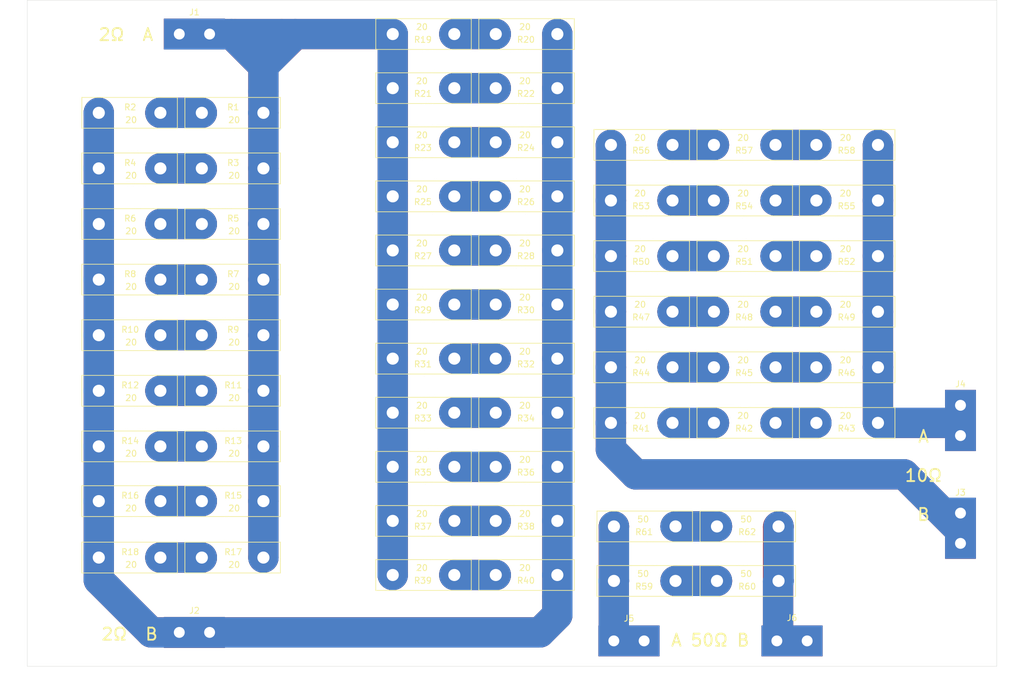
<source format=kicad_pcb>
(kicad_pcb (version 20171130) (host pcbnew "(5.1.0)-1")

  (general
    (thickness 1.6)
    (drawings 8)
    (tracks 132)
    (zones 0)
    (modules 146)
    (nets 41)
  )

  (page A4)
  (layers
    (0 F.Cu signal)
    (31 B.Cu signal)
    (32 B.Adhes user)
    (33 F.Adhes user)
    (34 B.Paste user)
    (35 F.Paste user)
    (36 B.SilkS user)
    (37 F.SilkS user)
    (38 B.Mask user)
    (39 F.Mask user)
    (40 Dwgs.User user)
    (41 Cmts.User user)
    (42 Eco1.User user)
    (43 Eco2.User user)
    (44 Edge.Cuts user)
    (45 Margin user)
    (46 B.CrtYd user)
    (47 F.CrtYd user)
    (48 B.Fab user)
    (49 F.Fab user)
  )

  (setup
    (last_trace_width 0.25)
    (trace_clearance 0.2)
    (zone_clearance 0.508)
    (zone_45_only no)
    (trace_min 0.2)
    (via_size 0.8)
    (via_drill 0.4)
    (via_min_size 0.4)
    (via_min_drill 0.3)
    (uvia_size 0.3)
    (uvia_drill 0.1)
    (uvias_allowed no)
    (uvia_min_size 0.2)
    (uvia_min_drill 0.1)
    (edge_width 0.05)
    (segment_width 0.2)
    (pcb_text_width 0.3)
    (pcb_text_size 1.5 1.5)
    (mod_edge_width 0.12)
    (mod_text_size 1 1)
    (mod_text_width 0.15)
    (pad_size 1.524 1.524)
    (pad_drill 0.762)
    (pad_to_mask_clearance 0.051)
    (solder_mask_min_width 0.25)
    (aux_axis_origin 0 0)
    (visible_elements 7FFFFFFF)
    (pcbplotparams
      (layerselection 0x010fc_ffffffff)
      (usegerberextensions false)
      (usegerberattributes false)
      (usegerberadvancedattributes false)
      (creategerberjobfile false)
      (excludeedgelayer true)
      (linewidth 0.100000)
      (plotframeref false)
      (viasonmask false)
      (mode 1)
      (useauxorigin false)
      (hpglpennumber 1)
      (hpglpenspeed 20)
      (hpglpendiameter 15.000000)
      (psnegative false)
      (psa4output false)
      (plotreference true)
      (plotvalue true)
      (plotinvisibletext false)
      (padsonsilk false)
      (subtractmaskfromsilk false)
      (outputformat 1)
      (mirror false)
      (drillshape 1)
      (scaleselection 1)
      (outputdirectory ""))
  )

  (net 0 "")
  (net 1 "Net-(J1-Pad1)")
  (net 2 "Net-(J2-Pad1)")
  (net 3 "Net-(R1-Pad2)")
  (net 4 "Net-(R3-Pad2)")
  (net 5 "Net-(R5-Pad2)")
  (net 6 "Net-(R7-Pad2)")
  (net 7 "Net-(R10-Pad1)")
  (net 8 "Net-(R11-Pad2)")
  (net 9 "Net-(R13-Pad2)")
  (net 10 "Net-(R15-Pad2)")
  (net 11 "Net-(R17-Pad2)")
  (net 12 "Net-(R19-Pad2)")
  (net 13 "Net-(R21-Pad2)")
  (net 14 "Net-(R23-Pad2)")
  (net 15 "Net-(R25-Pad2)")
  (net 16 "Net-(R27-Pad2)")
  (net 17 "Net-(R29-Pad2)")
  (net 18 "Net-(R31-Pad2)")
  (net 19 "Net-(R33-Pad2)")
  (net 20 "Net-(R35-Pad2)")
  (net 21 "Net-(R37-Pad2)")
  (net 22 "Net-(R39-Pad2)")
  (net 23 "Net-(J3-Pad1)")
  (net 24 "Net-(J4-Pad1)")
  (net 25 "Net-(J5-Pad1)")
  (net 26 "Net-(J6-Pad1)")
  (net 27 "Net-(R41-Pad2)")
  (net 28 "Net-(R42-Pad2)")
  (net 29 "Net-(R44-Pad2)")
  (net 30 "Net-(R45-Pad2)")
  (net 31 "Net-(R47-Pad2)")
  (net 32 "Net-(R48-Pad2)")
  (net 33 "Net-(R50-Pad2)")
  (net 34 "Net-(R51-Pad2)")
  (net 35 "Net-(R53-Pad2)")
  (net 36 "Net-(R54-Pad2)")
  (net 37 "Net-(R56-Pad2)")
  (net 38 "Net-(R57-Pad2)")
  (net 39 "Net-(R59-Pad2)")
  (net 40 "Net-(R61-Pad2)")

  (net_class Default "This is the default net class."
    (clearance 0.2)
    (trace_width 0.25)
    (via_dia 0.8)
    (via_drill 0.4)
    (uvia_dia 0.3)
    (uvia_drill 0.1)
  )

  (net_class Power ""
    (clearance 1.5)
    (trace_width 5)
    (via_dia 0.8)
    (via_drill 0.4)
    (uvia_dia 0.3)
    (uvia_drill 0.1)
    (add_net "Net-(J1-Pad1)")
    (add_net "Net-(J2-Pad1)")
    (add_net "Net-(J3-Pad1)")
    (add_net "Net-(J4-Pad1)")
    (add_net "Net-(J5-Pad1)")
    (add_net "Net-(J6-Pad1)")
    (add_net "Net-(R1-Pad2)")
    (add_net "Net-(R10-Pad1)")
    (add_net "Net-(R11-Pad2)")
    (add_net "Net-(R13-Pad2)")
    (add_net "Net-(R15-Pad2)")
    (add_net "Net-(R17-Pad2)")
    (add_net "Net-(R19-Pad2)")
    (add_net "Net-(R21-Pad2)")
    (add_net "Net-(R23-Pad2)")
    (add_net "Net-(R25-Pad2)")
    (add_net "Net-(R27-Pad2)")
    (add_net "Net-(R29-Pad2)")
    (add_net "Net-(R3-Pad2)")
    (add_net "Net-(R31-Pad2)")
    (add_net "Net-(R33-Pad2)")
    (add_net "Net-(R35-Pad2)")
    (add_net "Net-(R37-Pad2)")
    (add_net "Net-(R39-Pad2)")
    (add_net "Net-(R41-Pad2)")
    (add_net "Net-(R42-Pad2)")
    (add_net "Net-(R44-Pad2)")
    (add_net "Net-(R45-Pad2)")
    (add_net "Net-(R47-Pad2)")
    (add_net "Net-(R48-Pad2)")
    (add_net "Net-(R5-Pad2)")
    (add_net "Net-(R50-Pad2)")
    (add_net "Net-(R51-Pad2)")
    (add_net "Net-(R53-Pad2)")
    (add_net "Net-(R54-Pad2)")
    (add_net "Net-(R56-Pad2)")
    (add_net "Net-(R57-Pad2)")
    (add_net "Net-(R59-Pad2)")
    (add_net "Net-(R61-Pad2)")
    (add_net "Net-(R7-Pad2)")
  )

  (module custom_footprint:VentilationHole_3.5mm (layer F.Cu) (tedit 5CDE803A) (tstamp 5CDF31AC)
    (at 124.9 116)
    (descr "Mounting Hole 3.5mm, no annular")
    (tags "mounting hole 3.5mm no annular")
    (attr virtual)
    (fp_text reference REF** (at 0 -4.5) (layer F.SilkS) hide
      (effects (font (size 1 1) (thickness 0.15)))
    )
    (fp_text value VentilationHole_3.5mm (at 0 4.5) (layer F.Fab)
      (effects (font (size 1 1) (thickness 0.15)))
    )
    (fp_circle (center 0 0) (end 1.8 0) (layer F.CrtYd) (width 0.05))
    (fp_circle (center 0 0) (end 2 0) (layer Cmts.User) (width 0.15))
    (fp_text user %R (at 0.3 0) (layer F.Fab)
      (effects (font (size 1 1) (thickness 0.15)))
    )
    (pad 1 np_thru_hole circle (at 0 0) (size 3.5 3.5) (drill 3.5) (layers *.Cu *.Mask))
  )

  (module custom_footprint:VentilationHole_3.5mm (layer F.Cu) (tedit 5CDE803A) (tstamp 5CDEEE37)
    (at 83.8 120.9)
    (descr "Mounting Hole 3.5mm, no annular")
    (tags "mounting hole 3.5mm no annular")
    (attr virtual)
    (fp_text reference REF** (at 0 -4.5) (layer F.SilkS) hide
      (effects (font (size 1 1) (thickness 0.15)))
    )
    (fp_text value VentilationHole_3.5mm (at 0 4.5) (layer F.Fab)
      (effects (font (size 1 1) (thickness 0.15)))
    )
    (fp_circle (center 0 0) (end 1.8 0) (layer F.CrtYd) (width 0.05))
    (fp_circle (center 0 0) (end 2 0) (layer Cmts.User) (width 0.15))
    (fp_text user %R (at 0.3 0) (layer F.Fab)
      (effects (font (size 1 1) (thickness 0.15)))
    )
    (pad 1 np_thru_hole circle (at 0 0) (size 3.5 3.5) (drill 3.5) (layers *.Cu *.Mask))
  )

  (module custom_footprint:VentilationHole_3.5mm (layer F.Cu) (tedit 5CDE803A) (tstamp 5CDEEE30)
    (at 76.2 120.9)
    (descr "Mounting Hole 3.5mm, no annular")
    (tags "mounting hole 3.5mm no annular")
    (attr virtual)
    (fp_text reference REF** (at 0 -4.5) (layer F.SilkS) hide
      (effects (font (size 1 1) (thickness 0.15)))
    )
    (fp_text value VentilationHole_3.5mm (at 0 4.5) (layer F.Fab)
      (effects (font (size 1 1) (thickness 0.15)))
    )
    (fp_circle (center 0 0) (end 1.8 0) (layer F.CrtYd) (width 0.05))
    (fp_circle (center 0 0) (end 2 0) (layer Cmts.User) (width 0.15))
    (fp_text user %R (at 0.3 0) (layer F.Fab)
      (effects (font (size 1 1) (thickness 0.15)))
    )
    (pad 1 np_thru_hole circle (at 0 0) (size 3.5 3.5) (drill 3.5) (layers *.Cu *.Mask))
  )

  (module custom_footprint:VentilationHole_3.5mm (layer F.Cu) (tedit 5CDE803A) (tstamp 5CDEEE29)
    (at 83.9 113.3)
    (descr "Mounting Hole 3.5mm, no annular")
    (tags "mounting hole 3.5mm no annular")
    (attr virtual)
    (fp_text reference REF** (at 0 -4.5) (layer F.SilkS) hide
      (effects (font (size 1 1) (thickness 0.15)))
    )
    (fp_text value VentilationHole_3.5mm (at 0 4.5) (layer F.Fab)
      (effects (font (size 1 1) (thickness 0.15)))
    )
    (fp_circle (center 0 0) (end 1.8 0) (layer F.CrtYd) (width 0.05))
    (fp_circle (center 0 0) (end 2 0) (layer Cmts.User) (width 0.15))
    (fp_text user %R (at 0.3 0) (layer F.Fab)
      (effects (font (size 1 1) (thickness 0.15)))
    )
    (pad 1 np_thru_hole circle (at 0 0) (size 3.5 3.5) (drill 3.5) (layers *.Cu *.Mask))
  )

  (module custom_footprint:VentilationHole_3.5mm (layer F.Cu) (tedit 5CDE803A) (tstamp 5CDEEE22)
    (at 76.3 113.3)
    (descr "Mounting Hole 3.5mm, no annular")
    (tags "mounting hole 3.5mm no annular")
    (attr virtual)
    (fp_text reference REF** (at 0 -4.5) (layer F.SilkS) hide
      (effects (font (size 1 1) (thickness 0.15)))
    )
    (fp_text value VentilationHole_3.5mm (at 0 4.5) (layer F.Fab)
      (effects (font (size 1 1) (thickness 0.15)))
    )
    (fp_circle (center 0 0) (end 1.8 0) (layer F.CrtYd) (width 0.05))
    (fp_circle (center 0 0) (end 2 0) (layer Cmts.User) (width 0.15))
    (fp_text user %R (at 0.3 0) (layer F.Fab)
      (effects (font (size 1 1) (thickness 0.15)))
    )
    (pad 1 np_thru_hole circle (at 0 0) (size 3.5 3.5) (drill 3.5) (layers *.Cu *.Mask))
  )

  (module custom_footprint:VentilationHole_3.5mm (layer F.Cu) (tedit 5CDE803A) (tstamp 5CDEEE3E)
    (at 84 105.7)
    (descr "Mounting Hole 3.5mm, no annular")
    (tags "mounting hole 3.5mm no annular")
    (attr virtual)
    (fp_text reference REF** (at 0 -4.5) (layer F.SilkS) hide
      (effects (font (size 1 1) (thickness 0.15)))
    )
    (fp_text value VentilationHole_3.5mm (at 0 4.5) (layer F.Fab)
      (effects (font (size 1 1) (thickness 0.15)))
    )
    (fp_circle (center 0 0) (end 1.8 0) (layer F.CrtYd) (width 0.05))
    (fp_circle (center 0 0) (end 2 0) (layer Cmts.User) (width 0.15))
    (fp_text user %R (at 0.3 0) (layer F.Fab)
      (effects (font (size 1 1) (thickness 0.15)))
    )
    (pad 1 np_thru_hole circle (at 0 0) (size 3.5 3.5) (drill 3.5) (layers *.Cu *.Mask))
  )

  (module custom_footprint:VentilationHole_3.5mm (layer F.Cu) (tedit 5CDE803A) (tstamp 5CDEEE37)
    (at 84.1 98.1)
    (descr "Mounting Hole 3.5mm, no annular")
    (tags "mounting hole 3.5mm no annular")
    (attr virtual)
    (fp_text reference REF** (at 0 -4.5) (layer F.SilkS) hide
      (effects (font (size 1 1) (thickness 0.15)))
    )
    (fp_text value VentilationHole_3.5mm (at 0 4.5) (layer F.Fab)
      (effects (font (size 1 1) (thickness 0.15)))
    )
    (fp_circle (center 0 0) (end 1.8 0) (layer F.CrtYd) (width 0.05))
    (fp_circle (center 0 0) (end 2 0) (layer Cmts.User) (width 0.15))
    (fp_text user %R (at 0.3 0) (layer F.Fab)
      (effects (font (size 1 1) (thickness 0.15)))
    )
    (pad 1 np_thru_hole circle (at 0 0) (size 3.5 3.5) (drill 3.5) (layers *.Cu *.Mask))
  )

  (module custom_footprint:VentilationHole_3.5mm (layer F.Cu) (tedit 5CDE803A) (tstamp 5CDEEE30)
    (at 76.5 98.1)
    (descr "Mounting Hole 3.5mm, no annular")
    (tags "mounting hole 3.5mm no annular")
    (attr virtual)
    (fp_text reference REF** (at 0 -4.5) (layer F.SilkS) hide
      (effects (font (size 1 1) (thickness 0.15)))
    )
    (fp_text value VentilationHole_3.5mm (at 0 4.5) (layer F.Fab)
      (effects (font (size 1 1) (thickness 0.15)))
    )
    (fp_circle (center 0 0) (end 1.8 0) (layer F.CrtYd) (width 0.05))
    (fp_circle (center 0 0) (end 2 0) (layer Cmts.User) (width 0.15))
    (fp_text user %R (at 0.3 0) (layer F.Fab)
      (effects (font (size 1 1) (thickness 0.15)))
    )
    (pad 1 np_thru_hole circle (at 0 0) (size 3.5 3.5) (drill 3.5) (layers *.Cu *.Mask))
  )

  (module custom_footprint:VentilationHole_3.5mm (layer F.Cu) (tedit 5CDE803A) (tstamp 5CDEEE29)
    (at 84.2 90.5)
    (descr "Mounting Hole 3.5mm, no annular")
    (tags "mounting hole 3.5mm no annular")
    (attr virtual)
    (fp_text reference REF** (at 0 -4.5) (layer F.SilkS) hide
      (effects (font (size 1 1) (thickness 0.15)))
    )
    (fp_text value VentilationHole_3.5mm (at 0 4.5) (layer F.Fab)
      (effects (font (size 1 1) (thickness 0.15)))
    )
    (fp_circle (center 0 0) (end 1.8 0) (layer F.CrtYd) (width 0.05))
    (fp_circle (center 0 0) (end 2 0) (layer Cmts.User) (width 0.15))
    (fp_text user %R (at 0.3 0) (layer F.Fab)
      (effects (font (size 1 1) (thickness 0.15)))
    )
    (pad 1 np_thru_hole circle (at 0 0) (size 3.5 3.5) (drill 3.5) (layers *.Cu *.Mask))
  )

  (module custom_footprint:VentilationHole_3.5mm (layer F.Cu) (tedit 5CDE803A) (tstamp 5CDEEE22)
    (at 76.6 90.5)
    (descr "Mounting Hole 3.5mm, no annular")
    (tags "mounting hole 3.5mm no annular")
    (attr virtual)
    (fp_text reference REF** (at 0 -4.5) (layer F.SilkS) hide
      (effects (font (size 1 1) (thickness 0.15)))
    )
    (fp_text value VentilationHole_3.5mm (at 0 4.5) (layer F.Fab)
      (effects (font (size 1 1) (thickness 0.15)))
    )
    (fp_circle (center 0 0) (end 1.8 0) (layer F.CrtYd) (width 0.05))
    (fp_circle (center 0 0) (end 2 0) (layer Cmts.User) (width 0.15))
    (fp_text user %R (at 0.3 0) (layer F.Fab)
      (effects (font (size 1 1) (thickness 0.15)))
    )
    (pad 1 np_thru_hole circle (at 0 0) (size 3.5 3.5) (drill 3.5) (layers *.Cu *.Mask))
  )

  (module custom_footprint:VentilationHole_3.5mm (layer F.Cu) (tedit 5CDE803A) (tstamp 5CDEEE1B)
    (at 76.4 105.7)
    (descr "Mounting Hole 3.5mm, no annular")
    (tags "mounting hole 3.5mm no annular")
    (attr virtual)
    (fp_text reference REF** (at 0 -4.5) (layer F.SilkS) hide
      (effects (font (size 1 1) (thickness 0.15)))
    )
    (fp_text value VentilationHole_3.5mm (at 0 4.5) (layer F.Fab)
      (effects (font (size 1 1) (thickness 0.15)))
    )
    (fp_circle (center 0 0) (end 1.8 0) (layer F.CrtYd) (width 0.05))
    (fp_circle (center 0 0) (end 2 0) (layer Cmts.User) (width 0.15))
    (fp_text user %R (at 0.3 0) (layer F.Fab)
      (effects (font (size 1 1) (thickness 0.15)))
    )
    (pad 1 np_thru_hole circle (at 0 0) (size 3.5 3.5) (drill 3.5) (layers *.Cu *.Mask))
  )

  (module custom_footprint:VentilationHole_3.5mm (layer F.Cu) (tedit 5CDE803A) (tstamp 5CDEEDEE)
    (at 84.3 82.9)
    (descr "Mounting Hole 3.5mm, no annular")
    (tags "mounting hole 3.5mm no annular")
    (attr virtual)
    (fp_text reference REF** (at 0 -4.5) (layer F.SilkS) hide
      (effects (font (size 1 1) (thickness 0.15)))
    )
    (fp_text value VentilationHole_3.5mm (at 0 4.5) (layer F.Fab)
      (effects (font (size 1 1) (thickness 0.15)))
    )
    (fp_circle (center 0 0) (end 1.8 0) (layer F.CrtYd) (width 0.05))
    (fp_circle (center 0 0) (end 2 0) (layer Cmts.User) (width 0.15))
    (fp_text user %R (at 0.3 0) (layer F.Fab)
      (effects (font (size 1 1) (thickness 0.15)))
    )
    (pad 1 np_thru_hole circle (at 0 0) (size 3.5 3.5) (drill 3.5) (layers *.Cu *.Mask))
  )

  (module custom_footprint:VentilationHole_3.5mm (layer F.Cu) (tedit 5CDE803A) (tstamp 5CDEEDE7)
    (at 76.7 82.9)
    (descr "Mounting Hole 3.5mm, no annular")
    (tags "mounting hole 3.5mm no annular")
    (attr virtual)
    (fp_text reference REF** (at 0 -4.5) (layer F.SilkS) hide
      (effects (font (size 1 1) (thickness 0.15)))
    )
    (fp_text value VentilationHole_3.5mm (at 0 4.5) (layer F.Fab)
      (effects (font (size 1 1) (thickness 0.15)))
    )
    (fp_circle (center 0 0) (end 1.8 0) (layer F.CrtYd) (width 0.05))
    (fp_circle (center 0 0) (end 2 0) (layer Cmts.User) (width 0.15))
    (fp_text user %R (at 0.3 0) (layer F.Fab)
      (effects (font (size 1 1) (thickness 0.15)))
    )
    (pad 1 np_thru_hole circle (at 0 0) (size 3.5 3.5) (drill 3.5) (layers *.Cu *.Mask))
  )

  (module custom_footprint:VentilationHole_3.5mm (layer F.Cu) (tedit 5CDE803A) (tstamp 5CDEEDEE)
    (at 84.4 75.3)
    (descr "Mounting Hole 3.5mm, no annular")
    (tags "mounting hole 3.5mm no annular")
    (attr virtual)
    (fp_text reference REF** (at 0 -4.5) (layer F.SilkS) hide
      (effects (font (size 1 1) (thickness 0.15)))
    )
    (fp_text value VentilationHole_3.5mm (at 0 4.5) (layer F.Fab)
      (effects (font (size 1 1) (thickness 0.15)))
    )
    (fp_circle (center 0 0) (end 1.8 0) (layer F.CrtYd) (width 0.05))
    (fp_circle (center 0 0) (end 2 0) (layer Cmts.User) (width 0.15))
    (fp_text user %R (at 0.3 0) (layer F.Fab)
      (effects (font (size 1 1) (thickness 0.15)))
    )
    (pad 1 np_thru_hole circle (at 0 0) (size 3.5 3.5) (drill 3.5) (layers *.Cu *.Mask))
  )

  (module custom_footprint:VentilationHole_3.5mm (layer F.Cu) (tedit 5CDE803A) (tstamp 5CDEEDE7)
    (at 76.8 75.3)
    (descr "Mounting Hole 3.5mm, no annular")
    (tags "mounting hole 3.5mm no annular")
    (attr virtual)
    (fp_text reference REF** (at 0 -4.5) (layer F.SilkS) hide
      (effects (font (size 1 1) (thickness 0.15)))
    )
    (fp_text value VentilationHole_3.5mm (at 0 4.5) (layer F.Fab)
      (effects (font (size 1 1) (thickness 0.15)))
    )
    (fp_circle (center 0 0) (end 1.8 0) (layer F.CrtYd) (width 0.05))
    (fp_circle (center 0 0) (end 2 0) (layer Cmts.User) (width 0.15))
    (fp_text user %R (at 0.3 0) (layer F.Fab)
      (effects (font (size 1 1) (thickness 0.15)))
    )
    (pad 1 np_thru_hole circle (at 0 0) (size 3.5 3.5) (drill 3.5) (layers *.Cu *.Mask))
  )

  (module custom_footprint:VentilationHole_3.5mm (layer F.Cu) (tedit 5CDE803A) (tstamp 5CDEED8E)
    (at 84.5 67.7)
    (descr "Mounting Hole 3.5mm, no annular")
    (tags "mounting hole 3.5mm no annular")
    (attr virtual)
    (fp_text reference REF** (at 0 -4.5) (layer F.SilkS) hide
      (effects (font (size 1 1) (thickness 0.15)))
    )
    (fp_text value VentilationHole_3.5mm (at 0 4.5) (layer F.Fab)
      (effects (font (size 1 1) (thickness 0.15)))
    )
    (fp_circle (center 0 0) (end 1.8 0) (layer F.CrtYd) (width 0.05))
    (fp_circle (center 0 0) (end 2 0) (layer Cmts.User) (width 0.15))
    (fp_text user %R (at 0.3 0) (layer F.Fab)
      (effects (font (size 1 1) (thickness 0.15)))
    )
    (pad 1 np_thru_hole circle (at 0 0) (size 3.5 3.5) (drill 3.5) (layers *.Cu *.Mask))
  )

  (module custom_footprint:VentilationHole_3.5mm (layer F.Cu) (tedit 5CDE803A) (tstamp 5CDEED87)
    (at 76.9 67.7)
    (descr "Mounting Hole 3.5mm, no annular")
    (tags "mounting hole 3.5mm no annular")
    (attr virtual)
    (fp_text reference REF** (at 0 -4.5) (layer F.SilkS) hide
      (effects (font (size 1 1) (thickness 0.15)))
    )
    (fp_text value VentilationHole_3.5mm (at 0 4.5) (layer F.Fab)
      (effects (font (size 1 1) (thickness 0.15)))
    )
    (fp_circle (center 0 0) (end 1.8 0) (layer F.CrtYd) (width 0.05))
    (fp_circle (center 0 0) (end 2 0) (layer Cmts.User) (width 0.15))
    (fp_text user %R (at 0.3 0) (layer F.Fab)
      (effects (font (size 1 1) (thickness 0.15)))
    )
    (pad 1 np_thru_hole circle (at 0 0) (size 3.5 3.5) (drill 3.5) (layers *.Cu *.Mask))
  )

  (module custom_footprint:VentilationHole_3.5mm (layer F.Cu) (tedit 5CDE803A) (tstamp 5CDEE9CF)
    (at 77 60.1)
    (descr "Mounting Hole 3.5mm, no annular")
    (tags "mounting hole 3.5mm no annular")
    (attr virtual)
    (fp_text reference REF** (at 0 -4.5) (layer F.SilkS) hide
      (effects (font (size 1 1) (thickness 0.15)))
    )
    (fp_text value VentilationHole_3.5mm (at 0 4.5) (layer F.Fab)
      (effects (font (size 1 1) (thickness 0.15)))
    )
    (fp_circle (center 0 0) (end 1.8 0) (layer F.CrtYd) (width 0.05))
    (fp_circle (center 0 0) (end 2 0) (layer Cmts.User) (width 0.15))
    (fp_text user %R (at 0.3 0) (layer F.Fab)
      (effects (font (size 1 1) (thickness 0.15)))
    )
    (pad 1 np_thru_hole circle (at 0 0) (size 3.5 3.5) (drill 3.5) (layers *.Cu *.Mask))
  )

  (module custom_footprint:VentilationHole_3.5mm (layer F.Cu) (tedit 5CDE803A) (tstamp 5CDEE9C8)
    (at 84.6 60.1)
    (descr "Mounting Hole 3.5mm, no annular")
    (tags "mounting hole 3.5mm no annular")
    (attr virtual)
    (fp_text reference REF** (at 0 -4.5) (layer F.SilkS) hide
      (effects (font (size 1 1) (thickness 0.15)))
    )
    (fp_text value VentilationHole_3.5mm (at 0 4.5) (layer F.Fab)
      (effects (font (size 1 1) (thickness 0.15)))
    )
    (fp_circle (center 0 0) (end 1.8 0) (layer F.CrtYd) (width 0.05))
    (fp_circle (center 0 0) (end 2 0) (layer Cmts.User) (width 0.15))
    (fp_text user %R (at 0.3 0) (layer F.Fab)
      (effects (font (size 1 1) (thickness 0.15)))
    )
    (pad 1 np_thru_hole circle (at 0 0) (size 3.5 3.5) (drill 3.5) (layers *.Cu *.Mask))
  )

  (module custom_footprint:VentilationHole_3.5mm (layer F.Cu) (tedit 5CDE803A) (tstamp 5CDEE9C8)
    (at 65.1 131.9)
    (descr "Mounting Hole 3.5mm, no annular")
    (tags "mounting hole 3.5mm no annular")
    (attr virtual)
    (fp_text reference REF** (at 0 -4.5) (layer F.SilkS) hide
      (effects (font (size 1 1) (thickness 0.15)))
    )
    (fp_text value VentilationHole_3.5mm (at 0 4.5) (layer F.Fab)
      (effects (font (size 1 1) (thickness 0.15)))
    )
    (fp_circle (center 0 0) (end 1.8 0) (layer F.CrtYd) (width 0.05))
    (fp_circle (center 0 0) (end 2 0) (layer Cmts.User) (width 0.15))
    (fp_text user %R (at 0.3 0) (layer F.Fab)
      (effects (font (size 1 1) (thickness 0.15)))
    )
    (pad 1 np_thru_hole circle (at 0 0) (size 3.5 3.5) (drill 3.5) (layers *.Cu *.Mask))
  )

  (module custom_footprint:VentilationHole_3.5mm (layer F.Cu) (tedit 5CDE803A) (tstamp 5CDEE9CF)
    (at 48.92 122.317495)
    (descr "Mounting Hole 3.5mm, no annular")
    (tags "mounting hole 3.5mm no annular")
    (attr virtual)
    (fp_text reference REF** (at 0 -4.5) (layer F.SilkS) hide
      (effects (font (size 1 1) (thickness 0.15)))
    )
    (fp_text value VentilationHole_3.5mm (at 0 4.5) (layer F.Fab)
      (effects (font (size 1 1) (thickness 0.15)))
    )
    (fp_circle (center 0 0) (end 1.8 0) (layer F.CrtYd) (width 0.05))
    (fp_circle (center 0 0) (end 2 0) (layer Cmts.User) (width 0.15))
    (fp_text user %R (at 0.3 0) (layer F.Fab)
      (effects (font (size 1 1) (thickness 0.15)))
    )
    (pad 1 np_thru_hole circle (at 0 0) (size 3.5 3.5) (drill 3.5) (layers *.Cu *.Mask))
  )

  (module custom_footprint:VentilationHole_3.5mm (layer F.Cu) (tedit 5CDE803A) (tstamp 5CDEE9C8)
    (at 63.92 122.317495)
    (descr "Mounting Hole 3.5mm, no annular")
    (tags "mounting hole 3.5mm no annular")
    (attr virtual)
    (fp_text reference REF** (at 0 -4.5) (layer F.SilkS) hide
      (effects (font (size 1 1) (thickness 0.15)))
    )
    (fp_text value VentilationHole_3.5mm (at 0 4.5) (layer F.Fab)
      (effects (font (size 1 1) (thickness 0.15)))
    )
    (fp_circle (center 0 0) (end 1.8 0) (layer F.CrtYd) (width 0.05))
    (fp_circle (center 0 0) (end 2 0) (layer Cmts.User) (width 0.15))
    (fp_text user %R (at 0.3 0) (layer F.Fab)
      (effects (font (size 1 1) (thickness 0.15)))
    )
    (pad 1 np_thru_hole circle (at 0 0) (size 3.5 3.5) (drill 3.5) (layers *.Cu *.Mask))
  )

  (module custom_footprint:VentilationHole_3.5mm (layer F.Cu) (tedit 5CDE803A) (tstamp 5CDEE9CF)
    (at 48.92 113.278326)
    (descr "Mounting Hole 3.5mm, no annular")
    (tags "mounting hole 3.5mm no annular")
    (attr virtual)
    (fp_text reference REF** (at 0 -4.5) (layer F.SilkS) hide
      (effects (font (size 1 1) (thickness 0.15)))
    )
    (fp_text value VentilationHole_3.5mm (at 0 4.5) (layer F.Fab)
      (effects (font (size 1 1) (thickness 0.15)))
    )
    (fp_circle (center 0 0) (end 1.8 0) (layer F.CrtYd) (width 0.05))
    (fp_circle (center 0 0) (end 2 0) (layer Cmts.User) (width 0.15))
    (fp_text user %R (at 0.3 0) (layer F.Fab)
      (effects (font (size 1 1) (thickness 0.15)))
    )
    (pad 1 np_thru_hole circle (at 0 0) (size 3.5 3.5) (drill 3.5) (layers *.Cu *.Mask))
  )

  (module custom_footprint:VentilationHole_3.5mm (layer F.Cu) (tedit 5CDE803A) (tstamp 5CDEE9C8)
    (at 63.92 113.278326)
    (descr "Mounting Hole 3.5mm, no annular")
    (tags "mounting hole 3.5mm no annular")
    (attr virtual)
    (fp_text reference REF** (at 0 -4.5) (layer F.SilkS) hide
      (effects (font (size 1 1) (thickness 0.15)))
    )
    (fp_text value VentilationHole_3.5mm (at 0 4.5) (layer F.Fab)
      (effects (font (size 1 1) (thickness 0.15)))
    )
    (fp_circle (center 0 0) (end 1.8 0) (layer F.CrtYd) (width 0.05))
    (fp_circle (center 0 0) (end 2 0) (layer Cmts.User) (width 0.15))
    (fp_text user %R (at 0.3 0) (layer F.Fab)
      (effects (font (size 1 1) (thickness 0.15)))
    )
    (pad 1 np_thru_hole circle (at 0 0) (size 3.5 3.5) (drill 3.5) (layers *.Cu *.Mask))
  )

  (module custom_footprint:VentilationHole_3.5mm (layer F.Cu) (tedit 5CDE803A) (tstamp 5CDEE9CF)
    (at 48.92 104.098605)
    (descr "Mounting Hole 3.5mm, no annular")
    (tags "mounting hole 3.5mm no annular")
    (attr virtual)
    (fp_text reference REF** (at 0 -4.5) (layer F.SilkS) hide
      (effects (font (size 1 1) (thickness 0.15)))
    )
    (fp_text value VentilationHole_3.5mm (at 0 4.5) (layer F.Fab)
      (effects (font (size 1 1) (thickness 0.15)))
    )
    (fp_circle (center 0 0) (end 1.8 0) (layer F.CrtYd) (width 0.05))
    (fp_circle (center 0 0) (end 2 0) (layer Cmts.User) (width 0.15))
    (fp_text user %R (at 0.3 0) (layer F.Fab)
      (effects (font (size 1 1) (thickness 0.15)))
    )
    (pad 1 np_thru_hole circle (at 0 0) (size 3.5 3.5) (drill 3.5) (layers *.Cu *.Mask))
  )

  (module custom_footprint:VentilationHole_3.5mm (layer F.Cu) (tedit 5CDE803A) (tstamp 5CDEE9C8)
    (at 63.92 104.098605)
    (descr "Mounting Hole 3.5mm, no annular")
    (tags "mounting hole 3.5mm no annular")
    (attr virtual)
    (fp_text reference REF** (at 0 -4.5) (layer F.SilkS) hide
      (effects (font (size 1 1) (thickness 0.15)))
    )
    (fp_text value VentilationHole_3.5mm (at 0 4.5) (layer F.Fab)
      (effects (font (size 1 1) (thickness 0.15)))
    )
    (fp_circle (center 0 0) (end 1.8 0) (layer F.CrtYd) (width 0.05))
    (fp_circle (center 0 0) (end 2 0) (layer Cmts.User) (width 0.15))
    (fp_text user %R (at 0.3 0) (layer F.Fab)
      (effects (font (size 1 1) (thickness 0.15)))
    )
    (pad 1 np_thru_hole circle (at 0 0) (size 3.5 3.5) (drill 3.5) (layers *.Cu *.Mask))
  )

  (module custom_footprint:VentilationHole_3.5mm (layer F.Cu) (tedit 5CDE803A) (tstamp 5CDEE9CF)
    (at 48.92 94.918884)
    (descr "Mounting Hole 3.5mm, no annular")
    (tags "mounting hole 3.5mm no annular")
    (attr virtual)
    (fp_text reference REF** (at 0 -4.5) (layer F.SilkS) hide
      (effects (font (size 1 1) (thickness 0.15)))
    )
    (fp_text value VentilationHole_3.5mm (at 0 4.5) (layer F.Fab)
      (effects (font (size 1 1) (thickness 0.15)))
    )
    (fp_circle (center 0 0) (end 1.8 0) (layer F.CrtYd) (width 0.05))
    (fp_circle (center 0 0) (end 2 0) (layer Cmts.User) (width 0.15))
    (fp_text user %R (at 0.3 0) (layer F.Fab)
      (effects (font (size 1 1) (thickness 0.15)))
    )
    (pad 1 np_thru_hole circle (at 0 0) (size 3.5 3.5) (drill 3.5) (layers *.Cu *.Mask))
  )

  (module custom_footprint:VentilationHole_3.5mm (layer F.Cu) (tedit 5CDE803A) (tstamp 5CDEE9C8)
    (at 63.92 94.918884)
    (descr "Mounting Hole 3.5mm, no annular")
    (tags "mounting hole 3.5mm no annular")
    (attr virtual)
    (fp_text reference REF** (at 0 -4.5) (layer F.SilkS) hide
      (effects (font (size 1 1) (thickness 0.15)))
    )
    (fp_text value VentilationHole_3.5mm (at 0 4.5) (layer F.Fab)
      (effects (font (size 1 1) (thickness 0.15)))
    )
    (fp_circle (center 0 0) (end 1.8 0) (layer F.CrtYd) (width 0.05))
    (fp_circle (center 0 0) (end 2 0) (layer Cmts.User) (width 0.15))
    (fp_text user %R (at 0.3 0) (layer F.Fab)
      (effects (font (size 1 1) (thickness 0.15)))
    )
    (pad 1 np_thru_hole circle (at 0 0) (size 3.5 3.5) (drill 3.5) (layers *.Cu *.Mask))
  )

  (module custom_footprint:VentilationHole_3.5mm (layer F.Cu) (tedit 5CDE803A) (tstamp 5CDEE9CF)
    (at 48.92 85.739163)
    (descr "Mounting Hole 3.5mm, no annular")
    (tags "mounting hole 3.5mm no annular")
    (attr virtual)
    (fp_text reference REF** (at 0 -4.5) (layer F.SilkS) hide
      (effects (font (size 1 1) (thickness 0.15)))
    )
    (fp_text value VentilationHole_3.5mm (at 0 4.5) (layer F.Fab)
      (effects (font (size 1 1) (thickness 0.15)))
    )
    (fp_circle (center 0 0) (end 1.8 0) (layer F.CrtYd) (width 0.05))
    (fp_circle (center 0 0) (end 2 0) (layer Cmts.User) (width 0.15))
    (fp_text user %R (at 0.3 0) (layer F.Fab)
      (effects (font (size 1 1) (thickness 0.15)))
    )
    (pad 1 np_thru_hole circle (at 0 0) (size 3.5 3.5) (drill 3.5) (layers *.Cu *.Mask))
  )

  (module custom_footprint:VentilationHole_3.5mm (layer F.Cu) (tedit 5CDE803A) (tstamp 5CDEE9C8)
    (at 63.92 85.739163)
    (descr "Mounting Hole 3.5mm, no annular")
    (tags "mounting hole 3.5mm no annular")
    (attr virtual)
    (fp_text reference REF** (at 0 -4.5) (layer F.SilkS) hide
      (effects (font (size 1 1) (thickness 0.15)))
    )
    (fp_text value VentilationHole_3.5mm (at 0 4.5) (layer F.Fab)
      (effects (font (size 1 1) (thickness 0.15)))
    )
    (fp_circle (center 0 0) (end 1.8 0) (layer F.CrtYd) (width 0.05))
    (fp_circle (center 0 0) (end 2 0) (layer Cmts.User) (width 0.15))
    (fp_text user %R (at 0.3 0) (layer F.Fab)
      (effects (font (size 1 1) (thickness 0.15)))
    )
    (pad 1 np_thru_hole circle (at 0 0) (size 3.5 3.5) (drill 3.5) (layers *.Cu *.Mask))
  )

  (module custom_footprint:VentilationHole_3.5mm (layer F.Cu) (tedit 5CDE803A) (tstamp 5CDEE9CF)
    (at 48.92 76.559442)
    (descr "Mounting Hole 3.5mm, no annular")
    (tags "mounting hole 3.5mm no annular")
    (attr virtual)
    (fp_text reference REF** (at 0 -4.5) (layer F.SilkS) hide
      (effects (font (size 1 1) (thickness 0.15)))
    )
    (fp_text value VentilationHole_3.5mm (at 0 4.5) (layer F.Fab)
      (effects (font (size 1 1) (thickness 0.15)))
    )
    (fp_circle (center 0 0) (end 1.8 0) (layer F.CrtYd) (width 0.05))
    (fp_circle (center 0 0) (end 2 0) (layer Cmts.User) (width 0.15))
    (fp_text user %R (at 0.3 0) (layer F.Fab)
      (effects (font (size 1 1) (thickness 0.15)))
    )
    (pad 1 np_thru_hole circle (at 0 0) (size 3.5 3.5) (drill 3.5) (layers *.Cu *.Mask))
  )

  (module custom_footprint:VentilationHole_3.5mm (layer F.Cu) (tedit 5CDE803A) (tstamp 5CDEE9C8)
    (at 63.92 76.559442)
    (descr "Mounting Hole 3.5mm, no annular")
    (tags "mounting hole 3.5mm no annular")
    (attr virtual)
    (fp_text reference REF** (at 0 -4.5) (layer F.SilkS) hide
      (effects (font (size 1 1) (thickness 0.15)))
    )
    (fp_text value VentilationHole_3.5mm (at 0 4.5) (layer F.Fab)
      (effects (font (size 1 1) (thickness 0.15)))
    )
    (fp_circle (center 0 0) (end 1.8 0) (layer F.CrtYd) (width 0.05))
    (fp_circle (center 0 0) (end 2 0) (layer Cmts.User) (width 0.15))
    (fp_text user %R (at 0.3 0) (layer F.Fab)
      (effects (font (size 1 1) (thickness 0.15)))
    )
    (pad 1 np_thru_hole circle (at 0 0) (size 3.5 3.5) (drill 3.5) (layers *.Cu *.Mask))
  )

  (module custom_footprint:VentilationHole_3.5mm (layer F.Cu) (tedit 5CDE803A) (tstamp 5CDEE9CF)
    (at 48.92 67.379721)
    (descr "Mounting Hole 3.5mm, no annular")
    (tags "mounting hole 3.5mm no annular")
    (attr virtual)
    (fp_text reference REF** (at 0 -4.5) (layer F.SilkS) hide
      (effects (font (size 1 1) (thickness 0.15)))
    )
    (fp_text value VentilationHole_3.5mm (at 0 4.5) (layer F.Fab)
      (effects (font (size 1 1) (thickness 0.15)))
    )
    (fp_circle (center 0 0) (end 1.8 0) (layer F.CrtYd) (width 0.05))
    (fp_circle (center 0 0) (end 2 0) (layer Cmts.User) (width 0.15))
    (fp_text user %R (at 0.3 0) (layer F.Fab)
      (effects (font (size 1 1) (thickness 0.15)))
    )
    (pad 1 np_thru_hole circle (at 0 0) (size 3.5 3.5) (drill 3.5) (layers *.Cu *.Mask))
  )

  (module custom_footprint:VentilationHole_3.5mm (layer F.Cu) (tedit 5CDE803A) (tstamp 5CDEE9C8)
    (at 63.92 67.379721)
    (descr "Mounting Hole 3.5mm, no annular")
    (tags "mounting hole 3.5mm no annular")
    (attr virtual)
    (fp_text reference REF** (at 0 -4.5) (layer F.SilkS) hide
      (effects (font (size 1 1) (thickness 0.15)))
    )
    (fp_text value VentilationHole_3.5mm (at 0 4.5) (layer F.Fab)
      (effects (font (size 1 1) (thickness 0.15)))
    )
    (fp_circle (center 0 0) (end 1.8 0) (layer F.CrtYd) (width 0.05))
    (fp_circle (center 0 0) (end 2 0) (layer Cmts.User) (width 0.15))
    (fp_text user %R (at 0.3 0) (layer F.Fab)
      (effects (font (size 1 1) (thickness 0.15)))
    )
    (pad 1 np_thru_hole circle (at 0 0) (size 3.5 3.5) (drill 3.5) (layers *.Cu *.Mask))
  )

  (module custom_footprint:VentilationHole_3.5mm (layer F.Cu) (tedit 5CDE803A) (tstamp 5CDEE96E)
    (at 48.92 58.2)
    (descr "Mounting Hole 3.5mm, no annular")
    (tags "mounting hole 3.5mm no annular")
    (attr virtual)
    (fp_text reference REF** (at 0 -4.5) (layer F.SilkS) hide
      (effects (font (size 1 1) (thickness 0.15)))
    )
    (fp_text value VentilationHole_3.5mm (at 0 4.5) (layer F.Fab)
      (effects (font (size 1 1) (thickness 0.15)))
    )
    (fp_circle (center 0 0) (end 1.8 0) (layer F.CrtYd) (width 0.05))
    (fp_circle (center 0 0) (end 2 0) (layer Cmts.User) (width 0.15))
    (fp_text user %R (at 0.3 0) (layer F.Fab)
      (effects (font (size 1 1) (thickness 0.15)))
    )
    (pad 1 np_thru_hole circle (at 0 0) (size 3.5 3.5) (drill 3.5) (layers *.Cu *.Mask))
  )

  (module custom_footprint:VentilationHole_3.5mm (layer F.Cu) (tedit 5CDE803A) (tstamp 5CDEE967)
    (at 63.92 58.2)
    (descr "Mounting Hole 3.5mm, no annular")
    (tags "mounting hole 3.5mm no annular")
    (attr virtual)
    (fp_text reference REF** (at 0 -4.5) (layer F.SilkS) hide
      (effects (font (size 1 1) (thickness 0.15)))
    )
    (fp_text value VentilationHole_3.5mm (at 0 4.5) (layer F.Fab)
      (effects (font (size 1 1) (thickness 0.15)))
    )
    (fp_circle (center 0 0) (end 1.8 0) (layer F.CrtYd) (width 0.05))
    (fp_circle (center 0 0) (end 2 0) (layer Cmts.User) (width 0.15))
    (fp_text user %R (at 0.3 0) (layer F.Fab)
      (effects (font (size 1 1) (thickness 0.15)))
    )
    (pad 1 np_thru_hole circle (at 0 0) (size 3.5 3.5) (drill 3.5) (layers *.Cu *.Mask))
  )

  (module custom_footprint:VentilationHole_3.5mm (layer F.Cu) (tedit 5CDE803A) (tstamp 5CDEE94C)
    (at 148.9 126.423605)
    (descr "Mounting Hole 3.5mm, no annular")
    (tags "mounting hole 3.5mm no annular")
    (attr virtual)
    (fp_text reference REF** (at 0 -4.5) (layer F.SilkS) hide
      (effects (font (size 1 1) (thickness 0.15)))
    )
    (fp_text value VentilationHole_3.5mm (at 0 4.5) (layer F.Fab)
      (effects (font (size 1 1) (thickness 0.15)))
    )
    (fp_circle (center 0 0) (end 1.8 0) (layer F.CrtYd) (width 0.05))
    (fp_circle (center 0 0) (end 2 0) (layer Cmts.User) (width 0.15))
    (fp_text user %R (at 0.3 0) (layer F.Fab)
      (effects (font (size 1 1) (thickness 0.15)))
    )
    (pad 1 np_thru_hole circle (at 0 0) (size 3.5 3.5) (drill 3.5) (layers *.Cu *.Mask))
  )

  (module custom_footprint:VentilationHole_3.5mm (layer F.Cu) (tedit 5CDE803A) (tstamp 5CDEE94C)
    (at 133.9 126.423605)
    (descr "Mounting Hole 3.5mm, no annular")
    (tags "mounting hole 3.5mm no annular")
    (attr virtual)
    (fp_text reference REF** (at 0 -4.5) (layer F.SilkS) hide
      (effects (font (size 1 1) (thickness 0.15)))
    )
    (fp_text value VentilationHole_3.5mm (at 0 4.5) (layer F.Fab)
      (effects (font (size 1 1) (thickness 0.15)))
    )
    (fp_circle (center 0 0) (end 1.8 0) (layer F.CrtYd) (width 0.05))
    (fp_circle (center 0 0) (end 2 0) (layer Cmts.User) (width 0.15))
    (fp_text user %R (at 0.3 0) (layer F.Fab)
      (effects (font (size 1 1) (thickness 0.15)))
    )
    (pad 1 np_thru_hole circle (at 0 0) (size 3.5 3.5) (drill 3.5) (layers *.Cu *.Mask))
  )

  (module custom_footprint:VentilationHole_3.5mm (layer F.Cu) (tedit 5CDE803A) (tstamp 5CDEE8B3)
    (at 149.4 100.218884)
    (descr "Mounting Hole 3.5mm, no annular")
    (tags "mounting hole 3.5mm no annular")
    (attr virtual)
    (fp_text reference REF** (at 0 -4.5) (layer F.SilkS) hide
      (effects (font (size 1 1) (thickness 0.15)))
    )
    (fp_text value VentilationHole_3.5mm (at 0 4.5) (layer F.Fab)
      (effects (font (size 1 1) (thickness 0.15)))
    )
    (fp_circle (center 0 0) (end 1.8 0) (layer F.CrtYd) (width 0.05))
    (fp_circle (center 0 0) (end 2 0) (layer Cmts.User) (width 0.15))
    (fp_text user %R (at 0.3 0) (layer F.Fab)
      (effects (font (size 1 1) (thickness 0.15)))
    )
    (pad 1 np_thru_hole circle (at 0 0) (size 3.5 3.5) (drill 3.5) (layers *.Cu *.Mask))
  )

  (module custom_footprint:VentilationHole_3.5mm (layer F.Cu) (tedit 5CDE803A) (tstamp 5CDEE8AC)
    (at 133.2 100.123605)
    (descr "Mounting Hole 3.5mm, no annular")
    (tags "mounting hole 3.5mm no annular")
    (attr virtual)
    (fp_text reference REF** (at 0 -4.5) (layer F.SilkS) hide
      (effects (font (size 1 1) (thickness 0.15)))
    )
    (fp_text value VentilationHole_3.5mm (at 0 4.5) (layer F.Fab)
      (effects (font (size 1 1) (thickness 0.15)))
    )
    (fp_circle (center 0 0) (end 1.8 0) (layer F.CrtYd) (width 0.05))
    (fp_circle (center 0 0) (end 2 0) (layer Cmts.User) (width 0.15))
    (fp_text user %R (at 0.3 0) (layer F.Fab)
      (effects (font (size 1 1) (thickness 0.15)))
    )
    (pad 1 np_thru_hole circle (at 0 0) (size 3.5 3.5) (drill 3.5) (layers *.Cu *.Mask))
  )

  (module custom_footprint:VentilationHole_3.5mm (layer F.Cu) (tedit 5CDE803A) (tstamp 5CDEE8A5)
    (at 165.3 100.218884)
    (descr "Mounting Hole 3.5mm, no annular")
    (tags "mounting hole 3.5mm no annular")
    (attr virtual)
    (fp_text reference REF** (at 0 -4.5) (layer F.SilkS) hide
      (effects (font (size 1 1) (thickness 0.15)))
    )
    (fp_text value VentilationHole_3.5mm (at 0 4.5) (layer F.Fab)
      (effects (font (size 1 1) (thickness 0.15)))
    )
    (fp_circle (center 0 0) (end 1.8 0) (layer F.CrtYd) (width 0.05))
    (fp_circle (center 0 0) (end 2 0) (layer Cmts.User) (width 0.15))
    (fp_text user %R (at 0.3 0) (layer F.Fab)
      (effects (font (size 1 1) (thickness 0.15)))
    )
    (pad 1 np_thru_hole circle (at 0 0) (size 3.5 3.5) (drill 3.5) (layers *.Cu *.Mask))
  )

  (module custom_footprint:VentilationHole_3.5mm (layer F.Cu) (tedit 5CDE803A) (tstamp 5CDEE8B3)
    (at 149.4 91.039163)
    (descr "Mounting Hole 3.5mm, no annular")
    (tags "mounting hole 3.5mm no annular")
    (attr virtual)
    (fp_text reference REF** (at 0 -4.5) (layer F.SilkS) hide
      (effects (font (size 1 1) (thickness 0.15)))
    )
    (fp_text value VentilationHole_3.5mm (at 0 4.5) (layer F.Fab)
      (effects (font (size 1 1) (thickness 0.15)))
    )
    (fp_circle (center 0 0) (end 1.8 0) (layer F.CrtYd) (width 0.05))
    (fp_circle (center 0 0) (end 2 0) (layer Cmts.User) (width 0.15))
    (fp_text user %R (at 0.3 0) (layer F.Fab)
      (effects (font (size 1 1) (thickness 0.15)))
    )
    (pad 1 np_thru_hole circle (at 0 0) (size 3.5 3.5) (drill 3.5) (layers *.Cu *.Mask))
  )

  (module custom_footprint:VentilationHole_3.5mm (layer F.Cu) (tedit 5CDE803A) (tstamp 5CDEE8AC)
    (at 133.2 90.943884)
    (descr "Mounting Hole 3.5mm, no annular")
    (tags "mounting hole 3.5mm no annular")
    (attr virtual)
    (fp_text reference REF** (at 0 -4.5) (layer F.SilkS) hide
      (effects (font (size 1 1) (thickness 0.15)))
    )
    (fp_text value VentilationHole_3.5mm (at 0 4.5) (layer F.Fab)
      (effects (font (size 1 1) (thickness 0.15)))
    )
    (fp_circle (center 0 0) (end 1.8 0) (layer F.CrtYd) (width 0.05))
    (fp_circle (center 0 0) (end 2 0) (layer Cmts.User) (width 0.15))
    (fp_text user %R (at 0.3 0) (layer F.Fab)
      (effects (font (size 1 1) (thickness 0.15)))
    )
    (pad 1 np_thru_hole circle (at 0 0) (size 3.5 3.5) (drill 3.5) (layers *.Cu *.Mask))
  )

  (module custom_footprint:VentilationHole_3.5mm (layer F.Cu) (tedit 5CDE803A) (tstamp 5CDEE8A5)
    (at 165.3 91.039163)
    (descr "Mounting Hole 3.5mm, no annular")
    (tags "mounting hole 3.5mm no annular")
    (attr virtual)
    (fp_text reference REF** (at 0 -4.5) (layer F.SilkS) hide
      (effects (font (size 1 1) (thickness 0.15)))
    )
    (fp_text value VentilationHole_3.5mm (at 0 4.5) (layer F.Fab)
      (effects (font (size 1 1) (thickness 0.15)))
    )
    (fp_circle (center 0 0) (end 1.8 0) (layer F.CrtYd) (width 0.05))
    (fp_circle (center 0 0) (end 2 0) (layer Cmts.User) (width 0.15))
    (fp_text user %R (at 0.3 0) (layer F.Fab)
      (effects (font (size 1 1) (thickness 0.15)))
    )
    (pad 1 np_thru_hole circle (at 0 0) (size 3.5 3.5) (drill 3.5) (layers *.Cu *.Mask))
  )

  (module custom_footprint:VentilationHole_3.5mm (layer F.Cu) (tedit 5CDE803A) (tstamp 5CDEE8B3)
    (at 149.4 81.859442)
    (descr "Mounting Hole 3.5mm, no annular")
    (tags "mounting hole 3.5mm no annular")
    (attr virtual)
    (fp_text reference REF** (at 0 -4.5) (layer F.SilkS) hide
      (effects (font (size 1 1) (thickness 0.15)))
    )
    (fp_text value VentilationHole_3.5mm (at 0 4.5) (layer F.Fab)
      (effects (font (size 1 1) (thickness 0.15)))
    )
    (fp_circle (center 0 0) (end 1.8 0) (layer F.CrtYd) (width 0.05))
    (fp_circle (center 0 0) (end 2 0) (layer Cmts.User) (width 0.15))
    (fp_text user %R (at 0.3 0) (layer F.Fab)
      (effects (font (size 1 1) (thickness 0.15)))
    )
    (pad 1 np_thru_hole circle (at 0 0) (size 3.5 3.5) (drill 3.5) (layers *.Cu *.Mask))
  )

  (module custom_footprint:VentilationHole_3.5mm (layer F.Cu) (tedit 5CDE803A) (tstamp 5CDEE8AC)
    (at 133.2 81.764163)
    (descr "Mounting Hole 3.5mm, no annular")
    (tags "mounting hole 3.5mm no annular")
    (attr virtual)
    (fp_text reference REF** (at 0 -4.5) (layer F.SilkS) hide
      (effects (font (size 1 1) (thickness 0.15)))
    )
    (fp_text value VentilationHole_3.5mm (at 0 4.5) (layer F.Fab)
      (effects (font (size 1 1) (thickness 0.15)))
    )
    (fp_circle (center 0 0) (end 1.8 0) (layer F.CrtYd) (width 0.05))
    (fp_circle (center 0 0) (end 2 0) (layer Cmts.User) (width 0.15))
    (fp_text user %R (at 0.3 0) (layer F.Fab)
      (effects (font (size 1 1) (thickness 0.15)))
    )
    (pad 1 np_thru_hole circle (at 0 0) (size 3.5 3.5) (drill 3.5) (layers *.Cu *.Mask))
  )

  (module custom_footprint:VentilationHole_3.5mm (layer F.Cu) (tedit 5CDE803A) (tstamp 5CDEE8A5)
    (at 165.3 81.859442)
    (descr "Mounting Hole 3.5mm, no annular")
    (tags "mounting hole 3.5mm no annular")
    (attr virtual)
    (fp_text reference REF** (at 0 -4.5) (layer F.SilkS) hide
      (effects (font (size 1 1) (thickness 0.15)))
    )
    (fp_text value VentilationHole_3.5mm (at 0 4.5) (layer F.Fab)
      (effects (font (size 1 1) (thickness 0.15)))
    )
    (fp_circle (center 0 0) (end 1.8 0) (layer F.CrtYd) (width 0.05))
    (fp_circle (center 0 0) (end 2 0) (layer Cmts.User) (width 0.15))
    (fp_text user %R (at 0.3 0) (layer F.Fab)
      (effects (font (size 1 1) (thickness 0.15)))
    )
    (pad 1 np_thru_hole circle (at 0 0) (size 3.5 3.5) (drill 3.5) (layers *.Cu *.Mask))
  )

  (module custom_footprint:VentilationHole_3.5mm (layer F.Cu) (tedit 5CDE803A) (tstamp 5CDEE8B3)
    (at 149.4 72.679721)
    (descr "Mounting Hole 3.5mm, no annular")
    (tags "mounting hole 3.5mm no annular")
    (attr virtual)
    (fp_text reference REF** (at 0 -4.5) (layer F.SilkS) hide
      (effects (font (size 1 1) (thickness 0.15)))
    )
    (fp_text value VentilationHole_3.5mm (at 0 4.5) (layer F.Fab)
      (effects (font (size 1 1) (thickness 0.15)))
    )
    (fp_circle (center 0 0) (end 1.8 0) (layer F.CrtYd) (width 0.05))
    (fp_circle (center 0 0) (end 2 0) (layer Cmts.User) (width 0.15))
    (fp_text user %R (at 0.3 0) (layer F.Fab)
      (effects (font (size 1 1) (thickness 0.15)))
    )
    (pad 1 np_thru_hole circle (at 0 0) (size 3.5 3.5) (drill 3.5) (layers *.Cu *.Mask))
  )

  (module custom_footprint:VentilationHole_3.5mm (layer F.Cu) (tedit 5CDE803A) (tstamp 5CDEE8AC)
    (at 133.2 72.584442)
    (descr "Mounting Hole 3.5mm, no annular")
    (tags "mounting hole 3.5mm no annular")
    (attr virtual)
    (fp_text reference REF** (at 0 -4.5) (layer F.SilkS) hide
      (effects (font (size 1 1) (thickness 0.15)))
    )
    (fp_text value VentilationHole_3.5mm (at 0 4.5) (layer F.Fab)
      (effects (font (size 1 1) (thickness 0.15)))
    )
    (fp_circle (center 0 0) (end 1.8 0) (layer F.CrtYd) (width 0.05))
    (fp_circle (center 0 0) (end 2 0) (layer Cmts.User) (width 0.15))
    (fp_text user %R (at 0.3 0) (layer F.Fab)
      (effects (font (size 1 1) (thickness 0.15)))
    )
    (pad 1 np_thru_hole circle (at 0 0) (size 3.5 3.5) (drill 3.5) (layers *.Cu *.Mask))
  )

  (module custom_footprint:VentilationHole_3.5mm (layer F.Cu) (tedit 5CDE803A) (tstamp 5CDEE8A5)
    (at 165.3 72.679721)
    (descr "Mounting Hole 3.5mm, no annular")
    (tags "mounting hole 3.5mm no annular")
    (attr virtual)
    (fp_text reference REF** (at 0 -4.5) (layer F.SilkS) hide
      (effects (font (size 1 1) (thickness 0.15)))
    )
    (fp_text value VentilationHole_3.5mm (at 0 4.5) (layer F.Fab)
      (effects (font (size 1 1) (thickness 0.15)))
    )
    (fp_circle (center 0 0) (end 1.8 0) (layer F.CrtYd) (width 0.05))
    (fp_circle (center 0 0) (end 2 0) (layer Cmts.User) (width 0.15))
    (fp_text user %R (at 0.3 0) (layer F.Fab)
      (effects (font (size 1 1) (thickness 0.15)))
    )
    (pad 1 np_thru_hole circle (at 0 0) (size 3.5 3.5) (drill 3.5) (layers *.Cu *.Mask))
  )

  (module custom_footprint:VentilationHole_3.5mm (layer F.Cu) (tedit 5CDE803A) (tstamp 5CDEE88B)
    (at 165.3 63.5)
    (descr "Mounting Hole 3.5mm, no annular")
    (tags "mounting hole 3.5mm no annular")
    (attr virtual)
    (fp_text reference REF** (at 0 -4.5) (layer F.SilkS) hide
      (effects (font (size 1 1) (thickness 0.15)))
    )
    (fp_text value VentilationHole_3.5mm (at 0 4.5) (layer F.Fab)
      (effects (font (size 1 1) (thickness 0.15)))
    )
    (fp_circle (center 0 0) (end 1.8 0) (layer F.CrtYd) (width 0.05))
    (fp_circle (center 0 0) (end 2 0) (layer Cmts.User) (width 0.15))
    (fp_text user %R (at 0.3 0) (layer F.Fab)
      (effects (font (size 1 1) (thickness 0.15)))
    )
    (pad 1 np_thru_hole circle (at 0 0) (size 3.5 3.5) (drill 3.5) (layers *.Cu *.Mask))
  )

  (module custom_footprint:VentilationHole_3.5mm (layer F.Cu) (tedit 5CDE803A) (tstamp 5CDEE7A3)
    (at 133.2 63.404721)
    (descr "Mounting Hole 3.5mm, no annular")
    (tags "mounting hole 3.5mm no annular")
    (attr virtual)
    (fp_text reference REF** (at 0 -4.5) (layer F.SilkS) hide
      (effects (font (size 1 1) (thickness 0.15)))
    )
    (fp_text value VentilationHole_3.5mm (at 0 4.5) (layer F.Fab)
      (effects (font (size 1 1) (thickness 0.15)))
    )
    (fp_circle (center 0 0) (end 1.8 0) (layer F.CrtYd) (width 0.05))
    (fp_circle (center 0 0) (end 2 0) (layer Cmts.User) (width 0.15))
    (fp_text user %R (at 0.3 0) (layer F.Fab)
      (effects (font (size 1 1) (thickness 0.15)))
    )
    (pad 1 np_thru_hole circle (at 0 0) (size 3.5 3.5) (drill 3.5) (layers *.Cu *.Mask))
  )

  (module custom_footprint:VentilationHole_3.5mm (layer F.Cu) (tedit 5CDE803A) (tstamp 5CDEE79C)
    (at 149.4 63.5)
    (descr "Mounting Hole 3.5mm, no annular")
    (tags "mounting hole 3.5mm no annular")
    (attr virtual)
    (fp_text reference REF** (at 0 -4.5) (layer F.SilkS) hide
      (effects (font (size 1 1) (thickness 0.15)))
    )
    (fp_text value VentilationHole_3.5mm (at 0 4.5) (layer F.Fab)
      (effects (font (size 1 1) (thickness 0.15)))
    )
    (fp_circle (center 0 0) (end 1.8 0) (layer F.CrtYd) (width 0.05))
    (fp_circle (center 0 0) (end 2 0) (layer Cmts.User) (width 0.15))
    (fp_text user %R (at 0.3 0) (layer F.Fab)
      (effects (font (size 1 1) (thickness 0.15)))
    )
    (pad 1 np_thru_hole circle (at 0 0) (size 3.5 3.5) (drill 3.5) (layers *.Cu *.Mask))
  )

  (module custom_footprint:VentilationHole_3.5mm (layer F.Cu) (tedit 5CDE803A) (tstamp 5CDEE7A3)
    (at 97.2 125.489989)
    (descr "Mounting Hole 3.5mm, no annular")
    (tags "mounting hole 3.5mm no annular")
    (attr virtual)
    (fp_text reference REF** (at 0 -4.5) (layer F.SilkS) hide
      (effects (font (size 1 1) (thickness 0.15)))
    )
    (fp_text value VentilationHole_3.5mm (at 0 4.5) (layer F.Fab)
      (effects (font (size 1 1) (thickness 0.15)))
    )
    (fp_circle (center 0 0) (end 1.8 0) (layer F.CrtYd) (width 0.05))
    (fp_circle (center 0 0) (end 2 0) (layer Cmts.User) (width 0.15))
    (fp_text user %R (at 0.3 0) (layer F.Fab)
      (effects (font (size 1 1) (thickness 0.15)))
    )
    (pad 1 np_thru_hole circle (at 0 0) (size 3.5 3.5) (drill 3.5) (layers *.Cu *.Mask))
  )

  (module custom_footprint:VentilationHole_3.5mm (layer F.Cu) (tedit 5CDE803A) (tstamp 5CDEE79C)
    (at 112.5 125.489989)
    (descr "Mounting Hole 3.5mm, no annular")
    (tags "mounting hole 3.5mm no annular")
    (attr virtual)
    (fp_text reference REF** (at 0 -4.5) (layer F.SilkS) hide
      (effects (font (size 1 1) (thickness 0.15)))
    )
    (fp_text value VentilationHole_3.5mm (at 0 4.5) (layer F.Fab)
      (effects (font (size 1 1) (thickness 0.15)))
    )
    (fp_circle (center 0 0) (end 1.8 0) (layer F.CrtYd) (width 0.05))
    (fp_circle (center 0 0) (end 2 0) (layer Cmts.User) (width 0.15))
    (fp_text user %R (at 0.3 0) (layer F.Fab)
      (effects (font (size 1 1) (thickness 0.15)))
    )
    (pad 1 np_thru_hole circle (at 0 0) (size 3.5 3.5) (drill 3.5) (layers *.Cu *.Mask))
  )

  (module custom_footprint:VentilationHole_3.5mm (layer F.Cu) (tedit 5CDE803A) (tstamp 5CDEE7A3)
    (at 97.2 116.557768)
    (descr "Mounting Hole 3.5mm, no annular")
    (tags "mounting hole 3.5mm no annular")
    (attr virtual)
    (fp_text reference REF** (at 0 -4.5) (layer F.SilkS) hide
      (effects (font (size 1 1) (thickness 0.15)))
    )
    (fp_text value VentilationHole_3.5mm (at 0 4.5) (layer F.Fab)
      (effects (font (size 1 1) (thickness 0.15)))
    )
    (fp_circle (center 0 0) (end 1.8 0) (layer F.CrtYd) (width 0.05))
    (fp_circle (center 0 0) (end 2 0) (layer Cmts.User) (width 0.15))
    (fp_text user %R (at 0.3 0) (layer F.Fab)
      (effects (font (size 1 1) (thickness 0.15)))
    )
    (pad 1 np_thru_hole circle (at 0 0) (size 3.5 3.5) (drill 3.5) (layers *.Cu *.Mask))
  )

  (module custom_footprint:VentilationHole_3.5mm (layer F.Cu) (tedit 5CDE803A) (tstamp 5CDEE79C)
    (at 112.5 116.557768)
    (descr "Mounting Hole 3.5mm, no annular")
    (tags "mounting hole 3.5mm no annular")
    (attr virtual)
    (fp_text reference REF** (at 0 -4.5) (layer F.SilkS) hide
      (effects (font (size 1 1) (thickness 0.15)))
    )
    (fp_text value VentilationHole_3.5mm (at 0 4.5) (layer F.Fab)
      (effects (font (size 1 1) (thickness 0.15)))
    )
    (fp_circle (center 0 0) (end 1.8 0) (layer F.CrtYd) (width 0.05))
    (fp_circle (center 0 0) (end 2 0) (layer Cmts.User) (width 0.15))
    (fp_text user %R (at 0.3 0) (layer F.Fab)
      (effects (font (size 1 1) (thickness 0.15)))
    )
    (pad 1 np_thru_hole circle (at 0 0) (size 3.5 3.5) (drill 3.5) (layers *.Cu *.Mask))
  )

  (module custom_footprint:VentilationHole_3.5mm (layer F.Cu) (tedit 5CDE803A) (tstamp 5CDEE7A3)
    (at 97.2 107.625547)
    (descr "Mounting Hole 3.5mm, no annular")
    (tags "mounting hole 3.5mm no annular")
    (attr virtual)
    (fp_text reference REF** (at 0 -4.5) (layer F.SilkS) hide
      (effects (font (size 1 1) (thickness 0.15)))
    )
    (fp_text value VentilationHole_3.5mm (at 0 4.5) (layer F.Fab)
      (effects (font (size 1 1) (thickness 0.15)))
    )
    (fp_circle (center 0 0) (end 1.8 0) (layer F.CrtYd) (width 0.05))
    (fp_circle (center 0 0) (end 2 0) (layer Cmts.User) (width 0.15))
    (fp_text user %R (at 0.3 0) (layer F.Fab)
      (effects (font (size 1 1) (thickness 0.15)))
    )
    (pad 1 np_thru_hole circle (at 0 0) (size 3.5 3.5) (drill 3.5) (layers *.Cu *.Mask))
  )

  (module custom_footprint:VentilationHole_3.5mm (layer F.Cu) (tedit 5CDE803A) (tstamp 5CDEE79C)
    (at 112.5 107.625547)
    (descr "Mounting Hole 3.5mm, no annular")
    (tags "mounting hole 3.5mm no annular")
    (attr virtual)
    (fp_text reference REF** (at 0 -4.5) (layer F.SilkS) hide
      (effects (font (size 1 1) (thickness 0.15)))
    )
    (fp_text value VentilationHole_3.5mm (at 0 4.5) (layer F.Fab)
      (effects (font (size 1 1) (thickness 0.15)))
    )
    (fp_circle (center 0 0) (end 1.8 0) (layer F.CrtYd) (width 0.05))
    (fp_circle (center 0 0) (end 2 0) (layer Cmts.User) (width 0.15))
    (fp_text user %R (at 0.3 0) (layer F.Fab)
      (effects (font (size 1 1) (thickness 0.15)))
    )
    (pad 1 np_thru_hole circle (at 0 0) (size 3.5 3.5) (drill 3.5) (layers *.Cu *.Mask))
  )

  (module custom_footprint:VentilationHole_3.5mm (layer F.Cu) (tedit 5CDE803A) (tstamp 5CDEE7A3)
    (at 97.2 98.693326)
    (descr "Mounting Hole 3.5mm, no annular")
    (tags "mounting hole 3.5mm no annular")
    (attr virtual)
    (fp_text reference REF** (at 0 -4.5) (layer F.SilkS) hide
      (effects (font (size 1 1) (thickness 0.15)))
    )
    (fp_text value VentilationHole_3.5mm (at 0 4.5) (layer F.Fab)
      (effects (font (size 1 1) (thickness 0.15)))
    )
    (fp_circle (center 0 0) (end 1.8 0) (layer F.CrtYd) (width 0.05))
    (fp_circle (center 0 0) (end 2 0) (layer Cmts.User) (width 0.15))
    (fp_text user %R (at 0.3 0) (layer F.Fab)
      (effects (font (size 1 1) (thickness 0.15)))
    )
    (pad 1 np_thru_hole circle (at 0 0) (size 3.5 3.5) (drill 3.5) (layers *.Cu *.Mask))
  )

  (module custom_footprint:VentilationHole_3.5mm (layer F.Cu) (tedit 5CDE803A) (tstamp 5CDEE79C)
    (at 112.5 98.693326)
    (descr "Mounting Hole 3.5mm, no annular")
    (tags "mounting hole 3.5mm no annular")
    (attr virtual)
    (fp_text reference REF** (at 0 -4.5) (layer F.SilkS) hide
      (effects (font (size 1 1) (thickness 0.15)))
    )
    (fp_text value VentilationHole_3.5mm (at 0 4.5) (layer F.Fab)
      (effects (font (size 1 1) (thickness 0.15)))
    )
    (fp_circle (center 0 0) (end 1.8 0) (layer F.CrtYd) (width 0.05))
    (fp_circle (center 0 0) (end 2 0) (layer Cmts.User) (width 0.15))
    (fp_text user %R (at 0.3 0) (layer F.Fab)
      (effects (font (size 1 1) (thickness 0.15)))
    )
    (pad 1 np_thru_hole circle (at 0 0) (size 3.5 3.5) (drill 3.5) (layers *.Cu *.Mask))
  )

  (module custom_footprint:VentilationHole_3.5mm (layer F.Cu) (tedit 5CDE803A) (tstamp 5CDEE7A3)
    (at 97.2 89.761105)
    (descr "Mounting Hole 3.5mm, no annular")
    (tags "mounting hole 3.5mm no annular")
    (attr virtual)
    (fp_text reference REF** (at 0 -4.5) (layer F.SilkS) hide
      (effects (font (size 1 1) (thickness 0.15)))
    )
    (fp_text value VentilationHole_3.5mm (at 0 4.5) (layer F.Fab)
      (effects (font (size 1 1) (thickness 0.15)))
    )
    (fp_circle (center 0 0) (end 1.8 0) (layer F.CrtYd) (width 0.05))
    (fp_circle (center 0 0) (end 2 0) (layer Cmts.User) (width 0.15))
    (fp_text user %R (at 0.3 0) (layer F.Fab)
      (effects (font (size 1 1) (thickness 0.15)))
    )
    (pad 1 np_thru_hole circle (at 0 0) (size 3.5 3.5) (drill 3.5) (layers *.Cu *.Mask))
  )

  (module custom_footprint:VentilationHole_3.5mm (layer F.Cu) (tedit 5CDE803A) (tstamp 5CDEE79C)
    (at 112.5 89.761105)
    (descr "Mounting Hole 3.5mm, no annular")
    (tags "mounting hole 3.5mm no annular")
    (attr virtual)
    (fp_text reference REF** (at 0 -4.5) (layer F.SilkS) hide
      (effects (font (size 1 1) (thickness 0.15)))
    )
    (fp_text value VentilationHole_3.5mm (at 0 4.5) (layer F.Fab)
      (effects (font (size 1 1) (thickness 0.15)))
    )
    (fp_circle (center 0 0) (end 1.8 0) (layer F.CrtYd) (width 0.05))
    (fp_circle (center 0 0) (end 2 0) (layer Cmts.User) (width 0.15))
    (fp_text user %R (at 0.3 0) (layer F.Fab)
      (effects (font (size 1 1) (thickness 0.15)))
    )
    (pad 1 np_thru_hole circle (at 0 0) (size 3.5 3.5) (drill 3.5) (layers *.Cu *.Mask))
  )

  (module custom_footprint:VentilationHole_3.5mm (layer F.Cu) (tedit 5CDE803A) (tstamp 5CDEE7A3)
    (at 97.2 80.828884)
    (descr "Mounting Hole 3.5mm, no annular")
    (tags "mounting hole 3.5mm no annular")
    (attr virtual)
    (fp_text reference REF** (at 0 -4.5) (layer F.SilkS) hide
      (effects (font (size 1 1) (thickness 0.15)))
    )
    (fp_text value VentilationHole_3.5mm (at 0 4.5) (layer F.Fab)
      (effects (font (size 1 1) (thickness 0.15)))
    )
    (fp_circle (center 0 0) (end 1.8 0) (layer F.CrtYd) (width 0.05))
    (fp_circle (center 0 0) (end 2 0) (layer Cmts.User) (width 0.15))
    (fp_text user %R (at 0.3 0) (layer F.Fab)
      (effects (font (size 1 1) (thickness 0.15)))
    )
    (pad 1 np_thru_hole circle (at 0 0) (size 3.5 3.5) (drill 3.5) (layers *.Cu *.Mask))
  )

  (module custom_footprint:VentilationHole_3.5mm (layer F.Cu) (tedit 5CDE803A) (tstamp 5CDEE79C)
    (at 112.5 80.828884)
    (descr "Mounting Hole 3.5mm, no annular")
    (tags "mounting hole 3.5mm no annular")
    (attr virtual)
    (fp_text reference REF** (at 0 -4.5) (layer F.SilkS) hide
      (effects (font (size 1 1) (thickness 0.15)))
    )
    (fp_text value VentilationHole_3.5mm (at 0 4.5) (layer F.Fab)
      (effects (font (size 1 1) (thickness 0.15)))
    )
    (fp_circle (center 0 0) (end 1.8 0) (layer F.CrtYd) (width 0.05))
    (fp_circle (center 0 0) (end 2 0) (layer Cmts.User) (width 0.15))
    (fp_text user %R (at 0.3 0) (layer F.Fab)
      (effects (font (size 1 1) (thickness 0.15)))
    )
    (pad 1 np_thru_hole circle (at 0 0) (size 3.5 3.5) (drill 3.5) (layers *.Cu *.Mask))
  )

  (module custom_footprint:VentilationHole_3.5mm (layer F.Cu) (tedit 5CDE803A) (tstamp 5CDEE7A3)
    (at 97.2 71.896663)
    (descr "Mounting Hole 3.5mm, no annular")
    (tags "mounting hole 3.5mm no annular")
    (attr virtual)
    (fp_text reference REF** (at 0 -4.5) (layer F.SilkS) hide
      (effects (font (size 1 1) (thickness 0.15)))
    )
    (fp_text value VentilationHole_3.5mm (at 0 4.5) (layer F.Fab)
      (effects (font (size 1 1) (thickness 0.15)))
    )
    (fp_circle (center 0 0) (end 1.8 0) (layer F.CrtYd) (width 0.05))
    (fp_circle (center 0 0) (end 2 0) (layer Cmts.User) (width 0.15))
    (fp_text user %R (at 0.3 0) (layer F.Fab)
      (effects (font (size 1 1) (thickness 0.15)))
    )
    (pad 1 np_thru_hole circle (at 0 0) (size 3.5 3.5) (drill 3.5) (layers *.Cu *.Mask))
  )

  (module custom_footprint:VentilationHole_3.5mm (layer F.Cu) (tedit 5CDE803A) (tstamp 5CDEE79C)
    (at 112.5 71.896663)
    (descr "Mounting Hole 3.5mm, no annular")
    (tags "mounting hole 3.5mm no annular")
    (attr virtual)
    (fp_text reference REF** (at 0 -4.5) (layer F.SilkS) hide
      (effects (font (size 1 1) (thickness 0.15)))
    )
    (fp_text value VentilationHole_3.5mm (at 0 4.5) (layer F.Fab)
      (effects (font (size 1 1) (thickness 0.15)))
    )
    (fp_circle (center 0 0) (end 1.8 0) (layer F.CrtYd) (width 0.05))
    (fp_circle (center 0 0) (end 2 0) (layer Cmts.User) (width 0.15))
    (fp_text user %R (at 0.3 0) (layer F.Fab)
      (effects (font (size 1 1) (thickness 0.15)))
    )
    (pad 1 np_thru_hole circle (at 0 0) (size 3.5 3.5) (drill 3.5) (layers *.Cu *.Mask))
  )

  (module custom_footprint:VentilationHole_3.5mm (layer F.Cu) (tedit 5CDE803A) (tstamp 5CDEE7A3)
    (at 97.2 62.964442)
    (descr "Mounting Hole 3.5mm, no annular")
    (tags "mounting hole 3.5mm no annular")
    (attr virtual)
    (fp_text reference REF** (at 0 -4.5) (layer F.SilkS) hide
      (effects (font (size 1 1) (thickness 0.15)))
    )
    (fp_text value VentilationHole_3.5mm (at 0 4.5) (layer F.Fab)
      (effects (font (size 1 1) (thickness 0.15)))
    )
    (fp_circle (center 0 0) (end 1.8 0) (layer F.CrtYd) (width 0.05))
    (fp_circle (center 0 0) (end 2 0) (layer Cmts.User) (width 0.15))
    (fp_text user %R (at 0.3 0) (layer F.Fab)
      (effects (font (size 1 1) (thickness 0.15)))
    )
    (pad 1 np_thru_hole circle (at 0 0) (size 3.5 3.5) (drill 3.5) (layers *.Cu *.Mask))
  )

  (module custom_footprint:VentilationHole_3.5mm (layer F.Cu) (tedit 5CDE803A) (tstamp 5CDEE79C)
    (at 112.5 62.964442)
    (descr "Mounting Hole 3.5mm, no annular")
    (tags "mounting hole 3.5mm no annular")
    (attr virtual)
    (fp_text reference REF** (at 0 -4.5) (layer F.SilkS) hide
      (effects (font (size 1 1) (thickness 0.15)))
    )
    (fp_text value VentilationHole_3.5mm (at 0 4.5) (layer F.Fab)
      (effects (font (size 1 1) (thickness 0.15)))
    )
    (fp_circle (center 0 0) (end 1.8 0) (layer F.CrtYd) (width 0.05))
    (fp_circle (center 0 0) (end 2 0) (layer Cmts.User) (width 0.15))
    (fp_text user %R (at 0.3 0) (layer F.Fab)
      (effects (font (size 1 1) (thickness 0.15)))
    )
    (pad 1 np_thru_hole circle (at 0 0) (size 3.5 3.5) (drill 3.5) (layers *.Cu *.Mask))
  )

  (module custom_footprint:VentilationHole_3.5mm (layer F.Cu) (tedit 5CDE803A) (tstamp 5CDEE7A3)
    (at 97.2 54.032221)
    (descr "Mounting Hole 3.5mm, no annular")
    (tags "mounting hole 3.5mm no annular")
    (attr virtual)
    (fp_text reference REF** (at 0 -4.5) (layer F.SilkS) hide
      (effects (font (size 1 1) (thickness 0.15)))
    )
    (fp_text value VentilationHole_3.5mm (at 0 4.5) (layer F.Fab)
      (effects (font (size 1 1) (thickness 0.15)))
    )
    (fp_circle (center 0 0) (end 1.8 0) (layer F.CrtYd) (width 0.05))
    (fp_circle (center 0 0) (end 2 0) (layer Cmts.User) (width 0.15))
    (fp_text user %R (at 0.3 0) (layer F.Fab)
      (effects (font (size 1 1) (thickness 0.15)))
    )
    (pad 1 np_thru_hole circle (at 0 0) (size 3.5 3.5) (drill 3.5) (layers *.Cu *.Mask))
  )

  (module custom_footprint:VentilationHole_3.5mm (layer F.Cu) (tedit 5CDE803A) (tstamp 5CDEE79C)
    (at 112.5 54.032221)
    (descr "Mounting Hole 3.5mm, no annular")
    (tags "mounting hole 3.5mm no annular")
    (attr virtual)
    (fp_text reference REF** (at 0 -4.5) (layer F.SilkS) hide
      (effects (font (size 1 1) (thickness 0.15)))
    )
    (fp_text value VentilationHole_3.5mm (at 0 4.5) (layer F.Fab)
      (effects (font (size 1 1) (thickness 0.15)))
    )
    (fp_circle (center 0 0) (end 1.8 0) (layer F.CrtYd) (width 0.05))
    (fp_circle (center 0 0) (end 2 0) (layer Cmts.User) (width 0.15))
    (fp_text user %R (at 0.3 0) (layer F.Fab)
      (effects (font (size 1 1) (thickness 0.15)))
    )
    (pad 1 np_thru_hole circle (at 0 0) (size 3.5 3.5) (drill 3.5) (layers *.Cu *.Mask))
  )

  (module custom_footprint:VentilationHole_3.5mm (layer F.Cu) (tedit 5CDE803A) (tstamp 5CDEE525)
    (at 112.5 45.1)
    (descr "Mounting Hole 3.5mm, no annular")
    (tags "mounting hole 3.5mm no annular")
    (attr virtual)
    (fp_text reference REF** (at 0 -4.5) (layer F.SilkS) hide
      (effects (font (size 1 1) (thickness 0.15)))
    )
    (fp_text value VentilationHole_3.5mm (at 0 4.5) (layer F.Fab)
      (effects (font (size 1 1) (thickness 0.15)))
    )
    (fp_circle (center 0 0) (end 1.8 0) (layer F.CrtYd) (width 0.05))
    (fp_circle (center 0 0) (end 2 0) (layer Cmts.User) (width 0.15))
    (fp_text user %R (at 0.3 0) (layer F.Fab)
      (effects (font (size 1 1) (thickness 0.15)))
    )
    (pad 1 np_thru_hole circle (at 0 0) (size 3.5 3.5) (drill 3.5) (layers *.Cu *.Mask))
  )

  (module custom_footprint:VentilationHole_3.5mm (layer F.Cu) (tedit 5CDE803A) (tstamp 5CDEE77F)
    (at 97.2 45.1)
    (descr "Mounting Hole 3.5mm, no annular")
    (tags "mounting hole 3.5mm no annular")
    (attr virtual)
    (fp_text reference REF** (at 0 -4.5) (layer F.SilkS) hide
      (effects (font (size 1 1) (thickness 0.15)))
    )
    (fp_text value VentilationHole_3.5mm (at 0 4.5) (layer F.Fab)
      (effects (font (size 1 1) (thickness 0.15)))
    )
    (fp_circle (center 0 0) (end 1.8 0) (layer F.CrtYd) (width 0.05))
    (fp_circle (center 0 0) (end 2 0) (layer Cmts.User) (width 0.15))
    (fp_text user %R (at 0.3 0) (layer F.Fab)
      (effects (font (size 1 1) (thickness 0.15)))
    )
    (pad 1 np_thru_hole circle (at 0 0) (size 3.5 3.5) (drill 3.5) (layers *.Cu *.Mask))
  )

  (module custom_footprint:flatstift_6.35mm (layer F.Cu) (tedit 5CDE7991) (tstamp 5CDF0E57)
    (at 58.6 40.6)
    (path /5CD692B4)
    (fp_text reference J1 (at 0 -3.6) (layer F.SilkS)
      (effects (font (size 1 1) (thickness 0.15)))
    )
    (fp_text value Conn_01x01_Female (at 0 -0.5) (layer F.Fab)
      (effects (font (size 1 1) (thickness 0.15)))
    )
    (fp_poly (pts (xy 5 -2.5) (xy -5 -2.5) (xy -5 2.5) (xy 5 2.5)) (layer B.Cu) (width 0.1))
    (fp_poly (pts (xy 5 -2.5) (xy -5 -2.5) (xy -5 2.5) (xy 5 2.5)) (layer F.Cu) (width 0.1))
    (fp_poly (pts (xy -4.7 -2.02) (xy 4.6 -2.01) (xy 4.6 2.03) (xy -4.7 2.02)) (layer F.Mask) (width 0.1))
    (pad 1 thru_hole circle (at -2.5 0) (size 4 4) (drill 1.8) (layers *.Cu *.Mask)
      (net 1 "Net-(J1-Pad1)"))
    (pad 1 thru_hole circle (at 2.5 0 180) (size 4 4) (drill 1.8) (layers *.Cu *.Mask)
      (net 1 "Net-(J1-Pad1)"))
  )

  (module custom_footprint:Fan_92mm (layer F.Cu) (tedit 5CDE78C5) (tstamp 5CDA4467)
    (at 121.85 90.55)
    (fp_text reference REF** (at 0 0.5) (layer F.SilkS) hide
      (effects (font (size 1 1) (thickness 0.15)))
    )
    (fp_text value Fan_92mm (at 0 -0.5) (layer F.Fab)
      (effects (font (size 1 1) (thickness 0.15)))
    )
    (fp_circle (center 41.25 -41.25) (end 41.25 -37.25) (layer F.CrtYd) (width 0.12))
    (fp_circle (center 41.25 41.25) (end 37.25 41.25) (layer F.CrtYd) (width 0.12))
    (fp_circle (center -41.25 41.25) (end -41.25 37.25) (layer F.CrtYd) (width 0.12))
    (fp_circle (center -41.25 -41.25) (end -37.25 -41.25) (layer F.CrtYd) (width 0.12))
    (fp_line (start -46 46) (end -46 -46) (layer F.Fab) (width 0.12))
    (fp_line (start 46 46) (end -46 46) (layer F.Fab) (width 0.12))
    (fp_line (start 46 -46) (end 46 46) (layer F.Fab) (width 0.12))
    (fp_line (start -46 -46) (end 46 -46) (layer F.Fab) (width 0.12))
    (pad "" np_thru_hole circle (at 41.15 -41.25 270) (size 4.3 4.3) (drill 4.3) (layers *.Cu *.Mask))
    (pad "" np_thru_hole circle (at 41.15 41.25 180) (size 4.3 4.3) (drill 4.3) (layers *.Cu *.Mask))
    (pad "" np_thru_hole circle (at -41.25 41.25 90) (size 4.3 4.3) (drill 4.3) (layers *.Cu *.Mask))
    (pad "" np_thru_hole circle (at -41.25 -41.25) (size 4.3 4.3) (drill 4.3) (layers *.Cu *.Mask))
  )

  (module custom_footprint:flatstift_6.35mm (layer F.Cu) (tedit 5CDE7991) (tstamp 5CD9EEDC)
    (at 157.2 140.8)
    (path /5CDC1336)
    (fp_text reference J6 (at 0 -3.8) (layer F.SilkS)
      (effects (font (size 1 1) (thickness 0.15)))
    )
    (fp_text value Conn_01x01_Female (at 0 -0.5) (layer F.Fab)
      (effects (font (size 1 1) (thickness 0.15)))
    )
    (fp_poly (pts (xy 5 -2.5) (xy -5 -2.5) (xy -5 2.5) (xy 5 2.5)) (layer B.Cu) (width 0.1))
    (fp_poly (pts (xy 5 -2.5) (xy -5 -2.5) (xy -5 2.5) (xy 5 2.5)) (layer F.Cu) (width 0.1))
    (fp_poly (pts (xy -4.7 -2.02) (xy 4.6 -2.01) (xy 4.6 2.03) (xy -4.7 2.02)) (layer F.Mask) (width 0.1))
    (pad 1 thru_hole circle (at -2.5 0) (size 4 4) (drill 1.8) (layers *.Cu *.Mask)
      (net 26 "Net-(J6-Pad1)"))
    (pad 1 thru_hole circle (at 2.5 0 180) (size 4 4) (drill 1.8) (layers *.Cu *.Mask)
      (net 26 "Net-(J6-Pad1)"))
  )

  (module custom_footprint:flatstift_6.35mm (layer F.Cu) (tedit 5CDE7991) (tstamp 5CDA5CE9)
    (at 130.3 140.8)
    (path /5CDC0510)
    (fp_text reference J5 (at 0 -3.7) (layer F.SilkS)
      (effects (font (size 1 1) (thickness 0.15)))
    )
    (fp_text value Conn_01x01_Female (at 0 -0.5) (layer F.Fab)
      (effects (font (size 1 1) (thickness 0.15)))
    )
    (fp_poly (pts (xy 5 -2.5) (xy -5 -2.5) (xy -5 2.5) (xy 5 2.5)) (layer B.Cu) (width 0.1))
    (fp_poly (pts (xy 5 -2.5) (xy -5 -2.5) (xy -5 2.5) (xy 5 2.5)) (layer F.Cu) (width 0.1))
    (fp_poly (pts (xy -4.7 -2.02) (xy 4.6 -2.01) (xy 4.6 2.03) (xy -4.7 2.02)) (layer F.Mask) (width 0.1))
    (pad 1 thru_hole circle (at -2.5 0) (size 4 4) (drill 1.8) (layers *.Cu *.Mask)
      (net 25 "Net-(J5-Pad1)"))
    (pad 1 thru_hole circle (at 2.5 0 180) (size 4 4) (drill 1.8) (layers *.Cu *.Mask)
      (net 25 "Net-(J5-Pad1)"))
  )

  (module custom_footprint:flatstift_6.35mm (layer F.Cu) (tedit 5CDE7991) (tstamp 5CD9EEC4)
    (at 185 104.4 90)
    (path /5CDC1A5E)
    (fp_text reference J4 (at 6 0 180) (layer F.SilkS)
      (effects (font (size 1 1) (thickness 0.15)))
    )
    (fp_text value Conn_01x01_Female (at 0 -0.5 90) (layer F.Fab)
      (effects (font (size 1 1) (thickness 0.15)))
    )
    (fp_poly (pts (xy 5 -2.5) (xy -5 -2.5) (xy -5 2.5) (xy 5 2.5)) (layer B.Cu) (width 0.1))
    (fp_poly (pts (xy 5 -2.5) (xy -5 -2.5) (xy -5 2.5) (xy 5 2.5)) (layer F.Cu) (width 0.1))
    (fp_poly (pts (xy -4.7 -2.02) (xy 4.6 -2.01) (xy 4.6 2.03) (xy -4.7 2.02)) (layer F.Mask) (width 0.1))
    (pad 1 thru_hole circle (at -2.5 0 90) (size 4 4) (drill 1.8) (layers *.Cu *.Mask)
      (net 24 "Net-(J4-Pad1)"))
    (pad 1 thru_hole circle (at 2.5 0 270) (size 4 4) (drill 1.8) (layers *.Cu *.Mask)
      (net 24 "Net-(J4-Pad1)"))
  )

  (module custom_footprint:flatstift_6.35mm (layer F.Cu) (tedit 5CDE7991) (tstamp 5CD9EEB8)
    (at 185 122.2 270)
    (path /5CDC144C)
    (fp_text reference J3 (at -5.9 0) (layer F.SilkS)
      (effects (font (size 1 1) (thickness 0.15)))
    )
    (fp_text value Conn_01x01_Female (at 0 -0.5 270) (layer F.Fab)
      (effects (font (size 1 1) (thickness 0.15)))
    )
    (fp_poly (pts (xy 5 -2.5) (xy -5 -2.5) (xy -5 2.5) (xy 5 2.5)) (layer B.Cu) (width 0.1))
    (fp_poly (pts (xy 5 -2.5) (xy -5 -2.5) (xy -5 2.5) (xy 5 2.5)) (layer F.Cu) (width 0.1))
    (fp_poly (pts (xy -4.7 -2.02) (xy 4.6 -2.01) (xy 4.6 2.03) (xy -4.7 2.02)) (layer F.Mask) (width 0.1))
    (pad 1 thru_hole circle (at -2.5 0 270) (size 4 4) (drill 1.8) (layers *.Cu *.Mask)
      (net 23 "Net-(J3-Pad1)"))
    (pad 1 thru_hole circle (at 2.5 0 90) (size 4 4) (drill 1.8) (layers *.Cu *.Mask)
      (net 23 "Net-(J3-Pad1)"))
  )

  (module custom_footprint:flatstift_6.35mm (layer F.Cu) (tedit 5CDE7991) (tstamp 5CDF0E7B)
    (at 58.6 139.4)
    (path /5CD6A227)
    (fp_text reference J2 (at 0 -3.6) (layer F.SilkS)
      (effects (font (size 1 1) (thickness 0.15)))
    )
    (fp_text value Conn_01x01_Female (at 0 -0.5) (layer F.Fab)
      (effects (font (size 1 1) (thickness 0.15)))
    )
    (fp_poly (pts (xy 5 -2.5) (xy -5 -2.5) (xy -5 2.5) (xy 5 2.5)) (layer B.Cu) (width 0.1))
    (fp_poly (pts (xy 5 -2.5) (xy -5 -2.5) (xy -5 2.5) (xy 5 2.5)) (layer F.Cu) (width 0.1))
    (fp_poly (pts (xy -4.7 -2.02) (xy 4.6 -2.01) (xy 4.6 2.03) (xy -4.7 2.02)) (layer F.Mask) (width 0.1))
    (pad 1 thru_hole circle (at -2.5 0) (size 4 4) (drill 1.8) (layers *.Cu *.Mask)
      (net 2 "Net-(J2-Pad1)"))
    (pad 1 thru_hole circle (at 2.5 0 180) (size 4 4) (drill 1.8) (layers *.Cu *.Mask)
      (net 2 "Net-(J2-Pad1)"))
  )

  (module custom_footprint:LTO100_round_holes (layer F.Cu) (tedit 5CDE59AF) (tstamp 5CD050CD)
    (at 64.9 117.722216 180)
    (path /5CD0583D)
    (fp_text reference R15 (at -0.1 0.92 180) (layer F.SilkS)
      (effects (font (size 1 1) (thickness 0.15)))
    )
    (fp_text value 20 (at -0.26 -1.18 180) (layer F.SilkS)
      (effects (font (size 1 1) (thickness 0.15)))
    )
    (fp_line (start -7.88 2.54) (end -7.88 -2.54) (layer F.SilkS) (width 0.12))
    (fp_line (start 7.88 2.54) (end 7.88 -2.54) (layer F.SilkS) (width 0.12))
    (fp_line (start -7.88 -2.54) (end 7.88 -2.54) (layer F.SilkS) (width 0.12))
    (fp_line (start 7.88 2.54) (end -7.88 2.54) (layer F.SilkS) (width 0.12))
    (fp_line (start -7.88 2.54) (end -7.88 -2.54) (layer F.CrtYd) (width 0.12))
    (fp_line (start 7.88 2.54) (end -7.88 2.54) (layer F.CrtYd) (width 0.12))
    (fp_line (start 7.88 2.54) (end 7.88 -2.54) (layer F.CrtYd) (width 0.12))
    (fp_line (start -7.88 -2.54) (end 7.88 -2.54) (layer F.CrtYd) (width 0.12))
    (pad 2 thru_hole circle (at 5.08 0 180) (size 5 5) (drill 2) (layers *.Cu *.Mask)
      (net 10 "Net-(R15-Pad2)"))
    (pad 1 thru_hole circle (at -5.08 0 180) (size 5 5) (drill 2) (layers *.Cu *.Mask)
      (net 1 "Net-(J1-Pad1)"))
    (model ${KISYS3DMOD}/Package_TO_SOT_THT.3dshapes/TO-247-2_Vertical.step
      (offset (xyz -5.5 0 0))
      (scale (xyz 1 1 1))
      (rotate (xyz 0 0 0))
    )
  )

  (module custom_footprint:LTO100_round_holes (layer F.Cu) (tedit 5CDE59AF) (tstamp 5CDEBCA7)
    (at 47.9 117.722216 180)
    (path /5CD0E3A5)
    (fp_text reference R16 (at -0.1 0.92 180) (layer F.SilkS)
      (effects (font (size 1 1) (thickness 0.15)))
    )
    (fp_text value 20 (at -0.26 -1.18 180) (layer F.SilkS)
      (effects (font (size 1 1) (thickness 0.15)))
    )
    (fp_line (start -7.88 2.54) (end -7.88 -2.54) (layer F.SilkS) (width 0.12))
    (fp_line (start 7.88 2.54) (end 7.88 -2.54) (layer F.SilkS) (width 0.12))
    (fp_line (start -7.88 -2.54) (end 7.88 -2.54) (layer F.SilkS) (width 0.12))
    (fp_line (start 7.88 2.54) (end -7.88 2.54) (layer F.SilkS) (width 0.12))
    (fp_line (start -7.88 2.54) (end -7.88 -2.54) (layer F.CrtYd) (width 0.12))
    (fp_line (start 7.88 2.54) (end -7.88 2.54) (layer F.CrtYd) (width 0.12))
    (fp_line (start 7.88 2.54) (end 7.88 -2.54) (layer F.CrtYd) (width 0.12))
    (fp_line (start -7.88 -2.54) (end 7.88 -2.54) (layer F.CrtYd) (width 0.12))
    (pad 2 thru_hole circle (at 5.08 0 180) (size 5 5) (drill 2) (layers *.Cu *.Mask)
      (net 2 "Net-(J2-Pad1)"))
    (pad 1 thru_hole circle (at -5.08 0 180) (size 5 5) (drill 2) (layers *.Cu *.Mask)
      (net 10 "Net-(R15-Pad2)"))
    (model ${KISYS3DMOD}/Package_TO_SOT_THT.3dshapes/TO-247-2_Vertical.step
      (offset (xyz -5.5 0 0))
      (scale (xyz 1 1 1))
      (rotate (xyz 0 0 0))
    )
  )

  (module custom_footprint:LTO100_round_holes (layer F.Cu) (tedit 5CDE59AF) (tstamp 5CD050FB)
    (at 64.9 127.042489 180)
    (path /5CCFE912)
    (fp_text reference R17 (at -0.1 0.92 180) (layer F.SilkS)
      (effects (font (size 1 1) (thickness 0.15)))
    )
    (fp_text value 20 (at -0.26 -1.18 180) (layer F.SilkS)
      (effects (font (size 1 1) (thickness 0.15)))
    )
    (fp_line (start -7.88 2.54) (end -7.88 -2.54) (layer F.SilkS) (width 0.12))
    (fp_line (start 7.88 2.54) (end 7.88 -2.54) (layer F.SilkS) (width 0.12))
    (fp_line (start -7.88 -2.54) (end 7.88 -2.54) (layer F.SilkS) (width 0.12))
    (fp_line (start 7.88 2.54) (end -7.88 2.54) (layer F.SilkS) (width 0.12))
    (fp_line (start -7.88 2.54) (end -7.88 -2.54) (layer F.CrtYd) (width 0.12))
    (fp_line (start 7.88 2.54) (end -7.88 2.54) (layer F.CrtYd) (width 0.12))
    (fp_line (start 7.88 2.54) (end 7.88 -2.54) (layer F.CrtYd) (width 0.12))
    (fp_line (start -7.88 -2.54) (end 7.88 -2.54) (layer F.CrtYd) (width 0.12))
    (pad 2 thru_hole circle (at 5.08 0 180) (size 5 5) (drill 2) (layers *.Cu *.Mask)
      (net 11 "Net-(R17-Pad2)"))
    (pad 1 thru_hole circle (at -5.08 0 180) (size 5 5) (drill 2) (layers *.Cu *.Mask)
      (net 1 "Net-(J1-Pad1)"))
    (model ${KISYS3DMOD}/Package_TO_SOT_THT.3dshapes/TO-247-2_Vertical.step
      (offset (xyz -5.5 0 0))
      (scale (xyz 1 1 1))
      (rotate (xyz 0 0 0))
    )
  )

  (module custom_footprint:LTO100_round_holes (layer F.Cu) (tedit 5CDE59AF) (tstamp 5CD05112)
    (at 47.9 127.042489 180)
    (path /5CD0E34B)
    (fp_text reference R18 (at -0.1 0.92 180) (layer F.SilkS)
      (effects (font (size 1 1) (thickness 0.15)))
    )
    (fp_text value 20 (at -0.26 -1.18 180) (layer F.SilkS)
      (effects (font (size 1 1) (thickness 0.15)))
    )
    (fp_line (start -7.88 2.54) (end -7.88 -2.54) (layer F.SilkS) (width 0.12))
    (fp_line (start 7.88 2.54) (end 7.88 -2.54) (layer F.SilkS) (width 0.12))
    (fp_line (start -7.88 -2.54) (end 7.88 -2.54) (layer F.SilkS) (width 0.12))
    (fp_line (start 7.88 2.54) (end -7.88 2.54) (layer F.SilkS) (width 0.12))
    (fp_line (start -7.88 2.54) (end -7.88 -2.54) (layer F.CrtYd) (width 0.12))
    (fp_line (start 7.88 2.54) (end -7.88 2.54) (layer F.CrtYd) (width 0.12))
    (fp_line (start 7.88 2.54) (end 7.88 -2.54) (layer F.CrtYd) (width 0.12))
    (fp_line (start -7.88 -2.54) (end 7.88 -2.54) (layer F.CrtYd) (width 0.12))
    (pad 2 thru_hole circle (at 5.08 0 180) (size 5 5) (drill 2) (layers *.Cu *.Mask)
      (net 2 "Net-(J2-Pad1)"))
    (pad 1 thru_hole circle (at -5.08 0 180) (size 5 5) (drill 2) (layers *.Cu *.Mask)
      (net 11 "Net-(R17-Pad2)"))
    (model ${KISYS3DMOD}/Package_TO_SOT_THT.3dshapes/TO-247-2_Vertical.step
      (offset (xyz -5.5 0 0))
      (scale (xyz 1 1 1))
      (rotate (xyz 0 0 0))
    )
  )

  (module custom_footprint:LTO100_round_holes (layer F.Cu) (tedit 5CDE59AF) (tstamp 5CD0A4A7)
    (at 64.9 53.604721 180)
    (path /5CD05813)
    (fp_text reference R1 (at -0.1 0.92 180) (layer F.SilkS)
      (effects (font (size 1 1) (thickness 0.15)))
    )
    (fp_text value 20 (at -0.26 -1.18 180) (layer F.SilkS)
      (effects (font (size 1 1) (thickness 0.15)))
    )
    (fp_line (start -7.88 2.54) (end -7.88 -2.54) (layer F.SilkS) (width 0.12))
    (fp_line (start 7.88 2.54) (end 7.88 -2.54) (layer F.SilkS) (width 0.12))
    (fp_line (start -7.88 -2.54) (end 7.88 -2.54) (layer F.SilkS) (width 0.12))
    (fp_line (start 7.88 2.54) (end -7.88 2.54) (layer F.SilkS) (width 0.12))
    (fp_line (start -7.88 2.54) (end -7.88 -2.54) (layer F.CrtYd) (width 0.12))
    (fp_line (start 7.88 2.54) (end -7.88 2.54) (layer F.CrtYd) (width 0.12))
    (fp_line (start 7.88 2.54) (end 7.88 -2.54) (layer F.CrtYd) (width 0.12))
    (fp_line (start -7.88 -2.54) (end 7.88 -2.54) (layer F.CrtYd) (width 0.12))
    (pad 2 thru_hole circle (at 5.08 0 180) (size 5 5) (drill 2) (layers *.Cu *.Mask)
      (net 3 "Net-(R1-Pad2)"))
    (pad 1 thru_hole circle (at -5.08 0 180) (size 5 5) (drill 2) (layers *.Cu *.Mask)
      (net 1 "Net-(J1-Pad1)"))
    (model ${KISYS3DMOD}/Package_TO_SOT_THT.3dshapes/TO-247-2_Vertical.step
      (offset (xyz -5.5 0 0))
      (scale (xyz 1 1 1))
      (rotate (xyz 0 0 0))
    )
  )

  (module custom_footprint:LTO100_round_holes (layer F.Cu) (tedit 5CDE59AF) (tstamp 5CD04FA2)
    (at 47.9 53.604721 180)
    (path /5CD0E37B)
    (fp_text reference R2 (at -0.1 0.92 180) (layer F.SilkS)
      (effects (font (size 1 1) (thickness 0.15)))
    )
    (fp_text value 20 (at -0.26 -1.18 180) (layer F.SilkS)
      (effects (font (size 1 1) (thickness 0.15)))
    )
    (fp_line (start -7.88 2.54) (end -7.88 -2.54) (layer F.SilkS) (width 0.12))
    (fp_line (start 7.88 2.54) (end 7.88 -2.54) (layer F.SilkS) (width 0.12))
    (fp_line (start -7.88 -2.54) (end 7.88 -2.54) (layer F.SilkS) (width 0.12))
    (fp_line (start 7.88 2.54) (end -7.88 2.54) (layer F.SilkS) (width 0.12))
    (fp_line (start -7.88 2.54) (end -7.88 -2.54) (layer F.CrtYd) (width 0.12))
    (fp_line (start 7.88 2.54) (end -7.88 2.54) (layer F.CrtYd) (width 0.12))
    (fp_line (start 7.88 2.54) (end 7.88 -2.54) (layer F.CrtYd) (width 0.12))
    (fp_line (start -7.88 -2.54) (end 7.88 -2.54) (layer F.CrtYd) (width 0.12))
    (pad 2 thru_hole circle (at 5.08 0 180) (size 5 5) (drill 2) (layers *.Cu *.Mask)
      (net 2 "Net-(J2-Pad1)"))
    (pad 1 thru_hole circle (at -5.08 0 180) (size 5 5) (drill 2) (layers *.Cu *.Mask)
      (net 3 "Net-(R1-Pad2)"))
    (model ${KISYS3DMOD}/Package_TO_SOT_THT.3dshapes/TO-247-2_Vertical.step
      (offset (xyz -5.5 0 0))
      (scale (xyz 1 1 1))
      (rotate (xyz 0 0 0))
    )
  )

  (module custom_footprint:LTO100_round_holes (layer F.Cu) (tedit 5CDE59AF) (tstamp 5CD0A52F)
    (at 64.9 62.784442 180)
    (path /5CD05819)
    (fp_text reference R3 (at -0.1 0.92 180) (layer F.SilkS)
      (effects (font (size 1 1) (thickness 0.15)))
    )
    (fp_text value 20 (at -0.26 -1.18 180) (layer F.SilkS)
      (effects (font (size 1 1) (thickness 0.15)))
    )
    (fp_line (start -7.88 2.54) (end -7.88 -2.54) (layer F.SilkS) (width 0.12))
    (fp_line (start 7.88 2.54) (end 7.88 -2.54) (layer F.SilkS) (width 0.12))
    (fp_line (start -7.88 -2.54) (end 7.88 -2.54) (layer F.SilkS) (width 0.12))
    (fp_line (start 7.88 2.54) (end -7.88 2.54) (layer F.SilkS) (width 0.12))
    (fp_line (start -7.88 2.54) (end -7.88 -2.54) (layer F.CrtYd) (width 0.12))
    (fp_line (start 7.88 2.54) (end -7.88 2.54) (layer F.CrtYd) (width 0.12))
    (fp_line (start 7.88 2.54) (end 7.88 -2.54) (layer F.CrtYd) (width 0.12))
    (fp_line (start -7.88 -2.54) (end 7.88 -2.54) (layer F.CrtYd) (width 0.12))
    (pad 2 thru_hole circle (at 5.08 0 180) (size 5 5) (drill 2) (layers *.Cu *.Mask)
      (net 4 "Net-(R3-Pad2)"))
    (pad 1 thru_hole circle (at -5.08 0 180) (size 5 5) (drill 2) (layers *.Cu *.Mask)
      (net 1 "Net-(J1-Pad1)"))
    (model ${KISYS3DMOD}/Package_TO_SOT_THT.3dshapes/TO-247-2_Vertical.step
      (offset (xyz -5.5 0 0))
      (scale (xyz 1 1 1))
      (rotate (xyz 0 0 0))
    )
  )

  (module custom_footprint:LTO100_round_holes (layer F.Cu) (tedit 5CDE59AF) (tstamp 5CD07DF7)
    (at 47.9 62.784442 180)
    (path /5CD0E381)
    (fp_text reference R4 (at -0.1 0.92 180) (layer F.SilkS)
      (effects (font (size 1 1) (thickness 0.15)))
    )
    (fp_text value 20 (at -0.26 -1.18 180) (layer F.SilkS)
      (effects (font (size 1 1) (thickness 0.15)))
    )
    (fp_line (start -7.88 2.54) (end -7.88 -2.54) (layer F.SilkS) (width 0.12))
    (fp_line (start 7.88 2.54) (end 7.88 -2.54) (layer F.SilkS) (width 0.12))
    (fp_line (start -7.88 -2.54) (end 7.88 -2.54) (layer F.SilkS) (width 0.12))
    (fp_line (start 7.88 2.54) (end -7.88 2.54) (layer F.SilkS) (width 0.12))
    (fp_line (start -7.88 2.54) (end -7.88 -2.54) (layer F.CrtYd) (width 0.12))
    (fp_line (start 7.88 2.54) (end -7.88 2.54) (layer F.CrtYd) (width 0.12))
    (fp_line (start 7.88 2.54) (end 7.88 -2.54) (layer F.CrtYd) (width 0.12))
    (fp_line (start -7.88 -2.54) (end 7.88 -2.54) (layer F.CrtYd) (width 0.12))
    (pad 2 thru_hole circle (at 5.08 0 180) (size 5 5) (drill 2) (layers *.Cu *.Mask)
      (net 2 "Net-(J2-Pad1)"))
    (pad 1 thru_hole circle (at -5.08 0 180) (size 5 5) (drill 2) (layers *.Cu *.Mask)
      (net 4 "Net-(R3-Pad2)"))
    (model ${KISYS3DMOD}/Package_TO_SOT_THT.3dshapes/TO-247-2_Vertical.step
      (offset (xyz -5.5 0 0))
      (scale (xyz 1 1 1))
      (rotate (xyz 0 0 0))
    )
  )

  (module custom_footprint:LTO100_round_holes (layer F.Cu) (tedit 5CDE59AF) (tstamp 5CD04FE7)
    (at 64.9 71.964163 180)
    (path /5CD0581F)
    (fp_text reference R5 (at -0.1 0.92 180) (layer F.SilkS)
      (effects (font (size 1 1) (thickness 0.15)))
    )
    (fp_text value 20 (at -0.26 -1.18 180) (layer F.SilkS)
      (effects (font (size 1 1) (thickness 0.15)))
    )
    (fp_line (start -7.88 2.54) (end -7.88 -2.54) (layer F.SilkS) (width 0.12))
    (fp_line (start 7.88 2.54) (end 7.88 -2.54) (layer F.SilkS) (width 0.12))
    (fp_line (start -7.88 -2.54) (end 7.88 -2.54) (layer F.SilkS) (width 0.12))
    (fp_line (start 7.88 2.54) (end -7.88 2.54) (layer F.SilkS) (width 0.12))
    (fp_line (start -7.88 2.54) (end -7.88 -2.54) (layer F.CrtYd) (width 0.12))
    (fp_line (start 7.88 2.54) (end -7.88 2.54) (layer F.CrtYd) (width 0.12))
    (fp_line (start 7.88 2.54) (end 7.88 -2.54) (layer F.CrtYd) (width 0.12))
    (fp_line (start -7.88 -2.54) (end 7.88 -2.54) (layer F.CrtYd) (width 0.12))
    (pad 2 thru_hole circle (at 5.08 0 180) (size 5 5) (drill 2) (layers *.Cu *.Mask)
      (net 5 "Net-(R5-Pad2)"))
    (pad 1 thru_hole circle (at -5.08 0 180) (size 5 5) (drill 2) (layers *.Cu *.Mask)
      (net 1 "Net-(J1-Pad1)"))
    (model ${KISYS3DMOD}/Package_TO_SOT_THT.3dshapes/TO-247-2_Vertical.step
      (offset (xyz -5.5 0 0))
      (scale (xyz 1 1 1))
      (rotate (xyz 0 0 0))
    )
  )

  (module custom_footprint:LTO100_round_holes (layer F.Cu) (tedit 5CDE59AF) (tstamp 5CD04FFE)
    (at 47.9 71.964163 180)
    (path /5CD0E387)
    (fp_text reference R6 (at -0.1 0.92 180) (layer F.SilkS)
      (effects (font (size 1 1) (thickness 0.15)))
    )
    (fp_text value 20 (at -0.26 -1.18 180) (layer F.SilkS)
      (effects (font (size 1 1) (thickness 0.15)))
    )
    (fp_line (start -7.88 2.54) (end -7.88 -2.54) (layer F.SilkS) (width 0.12))
    (fp_line (start 7.88 2.54) (end 7.88 -2.54) (layer F.SilkS) (width 0.12))
    (fp_line (start -7.88 -2.54) (end 7.88 -2.54) (layer F.SilkS) (width 0.12))
    (fp_line (start 7.88 2.54) (end -7.88 2.54) (layer F.SilkS) (width 0.12))
    (fp_line (start -7.88 2.54) (end -7.88 -2.54) (layer F.CrtYd) (width 0.12))
    (fp_line (start 7.88 2.54) (end -7.88 2.54) (layer F.CrtYd) (width 0.12))
    (fp_line (start 7.88 2.54) (end 7.88 -2.54) (layer F.CrtYd) (width 0.12))
    (fp_line (start -7.88 -2.54) (end 7.88 -2.54) (layer F.CrtYd) (width 0.12))
    (pad 2 thru_hole circle (at 5.08 0 180) (size 5 5) (drill 2) (layers *.Cu *.Mask)
      (net 2 "Net-(J2-Pad1)"))
    (pad 1 thru_hole circle (at -5.08 0 180) (size 5 5) (drill 2) (layers *.Cu *.Mask)
      (net 5 "Net-(R5-Pad2)"))
    (model ${KISYS3DMOD}/Package_TO_SOT_THT.3dshapes/TO-247-2_Vertical.step
      (offset (xyz -5.5 0 0))
      (scale (xyz 1 1 1))
      (rotate (xyz 0 0 0))
    )
  )

  (module custom_footprint:LTO100_round_holes (layer F.Cu) (tedit 5CDE59AF) (tstamp 5CD05015)
    (at 64.9 81.143884 180)
    (path /5CD05825)
    (fp_text reference R7 (at -0.1 0.92 180) (layer F.SilkS)
      (effects (font (size 1 1) (thickness 0.15)))
    )
    (fp_text value 20 (at -0.26 -1.18 180) (layer F.SilkS)
      (effects (font (size 1 1) (thickness 0.15)))
    )
    (fp_line (start -7.88 2.54) (end -7.88 -2.54) (layer F.SilkS) (width 0.12))
    (fp_line (start 7.88 2.54) (end 7.88 -2.54) (layer F.SilkS) (width 0.12))
    (fp_line (start -7.88 -2.54) (end 7.88 -2.54) (layer F.SilkS) (width 0.12))
    (fp_line (start 7.88 2.54) (end -7.88 2.54) (layer F.SilkS) (width 0.12))
    (fp_line (start -7.88 2.54) (end -7.88 -2.54) (layer F.CrtYd) (width 0.12))
    (fp_line (start 7.88 2.54) (end -7.88 2.54) (layer F.CrtYd) (width 0.12))
    (fp_line (start 7.88 2.54) (end 7.88 -2.54) (layer F.CrtYd) (width 0.12))
    (fp_line (start -7.88 -2.54) (end 7.88 -2.54) (layer F.CrtYd) (width 0.12))
    (pad 2 thru_hole circle (at 5.08 0 180) (size 5 5) (drill 2) (layers *.Cu *.Mask)
      (net 6 "Net-(R7-Pad2)"))
    (pad 1 thru_hole circle (at -5.08 0 180) (size 5 5) (drill 2) (layers *.Cu *.Mask)
      (net 1 "Net-(J1-Pad1)"))
    (model ${KISYS3DMOD}/Package_TO_SOT_THT.3dshapes/TO-247-2_Vertical.step
      (offset (xyz -5.5 0 0))
      (scale (xyz 1 1 1))
      (rotate (xyz 0 0 0))
    )
  )

  (module custom_footprint:LTO100_round_holes (layer F.Cu) (tedit 5CDE59AF) (tstamp 5CD0502C)
    (at 47.9 81.143884 180)
    (path /5CD0E38D)
    (fp_text reference R8 (at -0.1 0.92 180) (layer F.SilkS)
      (effects (font (size 1 1) (thickness 0.15)))
    )
    (fp_text value 20 (at -0.26 -1.18 180) (layer F.SilkS)
      (effects (font (size 1 1) (thickness 0.15)))
    )
    (fp_line (start -7.88 2.54) (end -7.88 -2.54) (layer F.SilkS) (width 0.12))
    (fp_line (start 7.88 2.54) (end 7.88 -2.54) (layer F.SilkS) (width 0.12))
    (fp_line (start -7.88 -2.54) (end 7.88 -2.54) (layer F.SilkS) (width 0.12))
    (fp_line (start 7.88 2.54) (end -7.88 2.54) (layer F.SilkS) (width 0.12))
    (fp_line (start -7.88 2.54) (end -7.88 -2.54) (layer F.CrtYd) (width 0.12))
    (fp_line (start 7.88 2.54) (end -7.88 2.54) (layer F.CrtYd) (width 0.12))
    (fp_line (start 7.88 2.54) (end 7.88 -2.54) (layer F.CrtYd) (width 0.12))
    (fp_line (start -7.88 -2.54) (end 7.88 -2.54) (layer F.CrtYd) (width 0.12))
    (pad 2 thru_hole circle (at 5.08 0 180) (size 5 5) (drill 2) (layers *.Cu *.Mask)
      (net 2 "Net-(J2-Pad1)"))
    (pad 1 thru_hole circle (at -5.08 0 180) (size 5 5) (drill 2) (layers *.Cu *.Mask)
      (net 6 "Net-(R7-Pad2)"))
    (model ${KISYS3DMOD}/Package_TO_SOT_THT.3dshapes/TO-247-2_Vertical.step
      (offset (xyz -5.5 0 0))
      (scale (xyz 1 1 1))
      (rotate (xyz 0 0 0))
    )
  )

  (module custom_footprint:LTO100_round_holes (layer F.Cu) (tedit 5CDE59AF) (tstamp 5CD05043)
    (at 64.9 90.323605 180)
    (path /5CD0582B)
    (fp_text reference R9 (at -0.1 0.92 180) (layer F.SilkS)
      (effects (font (size 1 1) (thickness 0.15)))
    )
    (fp_text value 20 (at -0.26 -1.18 180) (layer F.SilkS)
      (effects (font (size 1 1) (thickness 0.15)))
    )
    (fp_line (start -7.88 2.54) (end -7.88 -2.54) (layer F.SilkS) (width 0.12))
    (fp_line (start 7.88 2.54) (end 7.88 -2.54) (layer F.SilkS) (width 0.12))
    (fp_line (start -7.88 -2.54) (end 7.88 -2.54) (layer F.SilkS) (width 0.12))
    (fp_line (start 7.88 2.54) (end -7.88 2.54) (layer F.SilkS) (width 0.12))
    (fp_line (start -7.88 2.54) (end -7.88 -2.54) (layer F.CrtYd) (width 0.12))
    (fp_line (start 7.88 2.54) (end -7.88 2.54) (layer F.CrtYd) (width 0.12))
    (fp_line (start 7.88 2.54) (end 7.88 -2.54) (layer F.CrtYd) (width 0.12))
    (fp_line (start -7.88 -2.54) (end 7.88 -2.54) (layer F.CrtYd) (width 0.12))
    (pad 2 thru_hole circle (at 5.08 0 180) (size 5 5) (drill 2) (layers *.Cu *.Mask)
      (net 7 "Net-(R10-Pad1)"))
    (pad 1 thru_hole circle (at -5.08 0 180) (size 5 5) (drill 2) (layers *.Cu *.Mask)
      (net 1 "Net-(J1-Pad1)"))
    (model ${KISYS3DMOD}/Package_TO_SOT_THT.3dshapes/TO-247-2_Vertical.step
      (offset (xyz -5.5 0 0))
      (scale (xyz 1 1 1))
      (rotate (xyz 0 0 0))
    )
  )

  (module custom_footprint:LTO100_round_holes (layer F.Cu) (tedit 5CDE59AF) (tstamp 5CD0505A)
    (at 47.9 90.323605 180)
    (path /5CD0E393)
    (fp_text reference R10 (at -0.1 0.92 180) (layer F.SilkS)
      (effects (font (size 1 1) (thickness 0.15)))
    )
    (fp_text value 20 (at -0.26 -1.18 180) (layer F.SilkS)
      (effects (font (size 1 1) (thickness 0.15)))
    )
    (fp_line (start -7.88 2.54) (end -7.88 -2.54) (layer F.SilkS) (width 0.12))
    (fp_line (start 7.88 2.54) (end 7.88 -2.54) (layer F.SilkS) (width 0.12))
    (fp_line (start -7.88 -2.54) (end 7.88 -2.54) (layer F.SilkS) (width 0.12))
    (fp_line (start 7.88 2.54) (end -7.88 2.54) (layer F.SilkS) (width 0.12))
    (fp_line (start -7.88 2.54) (end -7.88 -2.54) (layer F.CrtYd) (width 0.12))
    (fp_line (start 7.88 2.54) (end -7.88 2.54) (layer F.CrtYd) (width 0.12))
    (fp_line (start 7.88 2.54) (end 7.88 -2.54) (layer F.CrtYd) (width 0.12))
    (fp_line (start -7.88 -2.54) (end 7.88 -2.54) (layer F.CrtYd) (width 0.12))
    (pad 2 thru_hole circle (at 5.08 0 180) (size 5 5) (drill 2) (layers *.Cu *.Mask)
      (net 2 "Net-(J2-Pad1)"))
    (pad 1 thru_hole circle (at -5.08 0 180) (size 5 5) (drill 2) (layers *.Cu *.Mask)
      (net 7 "Net-(R10-Pad1)"))
    (model ${KISYS3DMOD}/Package_TO_SOT_THT.3dshapes/TO-247-2_Vertical.step
      (offset (xyz -5.5 0 0))
      (scale (xyz 1 1 1))
      (rotate (xyz 0 0 0))
    )
  )

  (module custom_footprint:LTO100_round_holes (layer F.Cu) (tedit 5CDE59AF) (tstamp 5CD05071)
    (at 64.9 99.503326 180)
    (path /5CD05831)
    (fp_text reference R11 (at -0.1 0.92 180) (layer F.SilkS)
      (effects (font (size 1 1) (thickness 0.15)))
    )
    (fp_text value 20 (at -0.26 -1.18 180) (layer F.SilkS)
      (effects (font (size 1 1) (thickness 0.15)))
    )
    (fp_line (start -7.88 2.54) (end -7.88 -2.54) (layer F.SilkS) (width 0.12))
    (fp_line (start 7.88 2.54) (end 7.88 -2.54) (layer F.SilkS) (width 0.12))
    (fp_line (start -7.88 -2.54) (end 7.88 -2.54) (layer F.SilkS) (width 0.12))
    (fp_line (start 7.88 2.54) (end -7.88 2.54) (layer F.SilkS) (width 0.12))
    (fp_line (start -7.88 2.54) (end -7.88 -2.54) (layer F.CrtYd) (width 0.12))
    (fp_line (start 7.88 2.54) (end -7.88 2.54) (layer F.CrtYd) (width 0.12))
    (fp_line (start 7.88 2.54) (end 7.88 -2.54) (layer F.CrtYd) (width 0.12))
    (fp_line (start -7.88 -2.54) (end 7.88 -2.54) (layer F.CrtYd) (width 0.12))
    (pad 2 thru_hole circle (at 5.08 0 180) (size 5 5) (drill 2) (layers *.Cu *.Mask)
      (net 8 "Net-(R11-Pad2)"))
    (pad 1 thru_hole circle (at -5.08 0 180) (size 5 5) (drill 2) (layers *.Cu *.Mask)
      (net 1 "Net-(J1-Pad1)"))
    (model ${KISYS3DMOD}/Package_TO_SOT_THT.3dshapes/TO-247-2_Vertical.step
      (offset (xyz -5.5 0 0))
      (scale (xyz 1 1 1))
      (rotate (xyz 0 0 0))
    )
  )

  (module custom_footprint:LTO100_round_holes (layer F.Cu) (tedit 5CDE59AF) (tstamp 5CD05088)
    (at 47.9 99.503326 180)
    (path /5CD0E399)
    (fp_text reference R12 (at -0.1 0.92 180) (layer F.SilkS)
      (effects (font (size 1 1) (thickness 0.15)))
    )
    (fp_text value 20 (at -0.26 -1.18 180) (layer F.SilkS)
      (effects (font (size 1 1) (thickness 0.15)))
    )
    (fp_line (start -7.88 2.54) (end -7.88 -2.54) (layer F.SilkS) (width 0.12))
    (fp_line (start 7.88 2.54) (end 7.88 -2.54) (layer F.SilkS) (width 0.12))
    (fp_line (start -7.88 -2.54) (end 7.88 -2.54) (layer F.SilkS) (width 0.12))
    (fp_line (start 7.88 2.54) (end -7.88 2.54) (layer F.SilkS) (width 0.12))
    (fp_line (start -7.88 2.54) (end -7.88 -2.54) (layer F.CrtYd) (width 0.12))
    (fp_line (start 7.88 2.54) (end -7.88 2.54) (layer F.CrtYd) (width 0.12))
    (fp_line (start 7.88 2.54) (end 7.88 -2.54) (layer F.CrtYd) (width 0.12))
    (fp_line (start -7.88 -2.54) (end 7.88 -2.54) (layer F.CrtYd) (width 0.12))
    (pad 2 thru_hole circle (at 5.08 0 180) (size 5 5) (drill 2) (layers *.Cu *.Mask)
      (net 2 "Net-(J2-Pad1)"))
    (pad 1 thru_hole circle (at -5.08 0 180) (size 5 5) (drill 2) (layers *.Cu *.Mask)
      (net 8 "Net-(R11-Pad2)"))
    (model ${KISYS3DMOD}/Package_TO_SOT_THT.3dshapes/TO-247-2_Vertical.step
      (offset (xyz -5.5 0 0))
      (scale (xyz 1 1 1))
      (rotate (xyz 0 0 0))
    )
  )

  (module custom_footprint:LTO100_round_holes (layer F.Cu) (tedit 5CDE59AF) (tstamp 5CD0509F)
    (at 64.9 108.683047 180)
    (path /5CD05837)
    (fp_text reference R13 (at -0.1 0.92 180) (layer F.SilkS)
      (effects (font (size 1 1) (thickness 0.15)))
    )
    (fp_text value 20 (at -0.26 -1.18 180) (layer F.SilkS)
      (effects (font (size 1 1) (thickness 0.15)))
    )
    (fp_line (start -7.88 2.54) (end -7.88 -2.54) (layer F.SilkS) (width 0.12))
    (fp_line (start 7.88 2.54) (end 7.88 -2.54) (layer F.SilkS) (width 0.12))
    (fp_line (start -7.88 -2.54) (end 7.88 -2.54) (layer F.SilkS) (width 0.12))
    (fp_line (start 7.88 2.54) (end -7.88 2.54) (layer F.SilkS) (width 0.12))
    (fp_line (start -7.88 2.54) (end -7.88 -2.54) (layer F.CrtYd) (width 0.12))
    (fp_line (start 7.88 2.54) (end -7.88 2.54) (layer F.CrtYd) (width 0.12))
    (fp_line (start 7.88 2.54) (end 7.88 -2.54) (layer F.CrtYd) (width 0.12))
    (fp_line (start -7.88 -2.54) (end 7.88 -2.54) (layer F.CrtYd) (width 0.12))
    (pad 2 thru_hole circle (at 5.08 0 180) (size 5 5) (drill 2) (layers *.Cu *.Mask)
      (net 9 "Net-(R13-Pad2)"))
    (pad 1 thru_hole circle (at -5.08 0 180) (size 5 5) (drill 2) (layers *.Cu *.Mask)
      (net 1 "Net-(J1-Pad1)"))
    (model ${KISYS3DMOD}/Package_TO_SOT_THT.3dshapes/TO-247-2_Vertical.step
      (offset (xyz -5.5 0 0))
      (scale (xyz 1 1 1))
      (rotate (xyz 0 0 0))
    )
  )

  (module custom_footprint:LTO100_round_holes (layer F.Cu) (tedit 5CDE59AF) (tstamp 5CD050B6)
    (at 47.9 108.683047 180)
    (path /5CD0E39F)
    (fp_text reference R14 (at -0.1 0.92 180) (layer F.SilkS)
      (effects (font (size 1 1) (thickness 0.15)))
    )
    (fp_text value 20 (at -0.26 -1.18 180) (layer F.SilkS)
      (effects (font (size 1 1) (thickness 0.15)))
    )
    (fp_line (start -7.88 2.54) (end -7.88 -2.54) (layer F.SilkS) (width 0.12))
    (fp_line (start 7.88 2.54) (end 7.88 -2.54) (layer F.SilkS) (width 0.12))
    (fp_line (start -7.88 -2.54) (end 7.88 -2.54) (layer F.SilkS) (width 0.12))
    (fp_line (start 7.88 2.54) (end -7.88 2.54) (layer F.SilkS) (width 0.12))
    (fp_line (start -7.88 2.54) (end -7.88 -2.54) (layer F.CrtYd) (width 0.12))
    (fp_line (start 7.88 2.54) (end -7.88 2.54) (layer F.CrtYd) (width 0.12))
    (fp_line (start 7.88 2.54) (end 7.88 -2.54) (layer F.CrtYd) (width 0.12))
    (fp_line (start -7.88 -2.54) (end 7.88 -2.54) (layer F.CrtYd) (width 0.12))
    (pad 2 thru_hole circle (at 5.08 0 180) (size 5 5) (drill 2) (layers *.Cu *.Mask)
      (net 2 "Net-(J2-Pad1)"))
    (pad 1 thru_hole circle (at -5.08 0 180) (size 5 5) (drill 2) (layers *.Cu *.Mask)
      (net 9 "Net-(R13-Pad2)"))
    (model ${KISYS3DMOD}/Package_TO_SOT_THT.3dshapes/TO-247-2_Vertical.step
      (offset (xyz -5.5 0 0))
      (scale (xyz 1 1 1))
      (rotate (xyz 0 0 0))
    )
  )

  (module custom_footprint:LTO100_round_holes (layer F.Cu) (tedit 5CDE59AF) (tstamp 5CD05129)
    (at 96.4 40.6)
    (path /5CCFEE45)
    (fp_text reference R19 (at -0.1 0.92) (layer F.SilkS)
      (effects (font (size 1 1) (thickness 0.15)))
    )
    (fp_text value 20 (at -0.26 -1.18) (layer F.SilkS)
      (effects (font (size 1 1) (thickness 0.15)))
    )
    (fp_line (start -7.88 2.54) (end -7.88 -2.54) (layer F.SilkS) (width 0.12))
    (fp_line (start 7.88 2.54) (end 7.88 -2.54) (layer F.SilkS) (width 0.12))
    (fp_line (start -7.88 -2.54) (end 7.88 -2.54) (layer F.SilkS) (width 0.12))
    (fp_line (start 7.88 2.54) (end -7.88 2.54) (layer F.SilkS) (width 0.12))
    (fp_line (start -7.88 2.54) (end -7.88 -2.54) (layer F.CrtYd) (width 0.12))
    (fp_line (start 7.88 2.54) (end -7.88 2.54) (layer F.CrtYd) (width 0.12))
    (fp_line (start 7.88 2.54) (end 7.88 -2.54) (layer F.CrtYd) (width 0.12))
    (fp_line (start -7.88 -2.54) (end 7.88 -2.54) (layer F.CrtYd) (width 0.12))
    (pad 2 thru_hole circle (at 5.08 0) (size 5 5) (drill 2) (layers *.Cu *.Mask)
      (net 12 "Net-(R19-Pad2)"))
    (pad 1 thru_hole circle (at -5.08 0) (size 5 5) (drill 2) (layers *.Cu *.Mask)
      (net 1 "Net-(J1-Pad1)"))
    (model ${KISYS3DMOD}/Package_TO_SOT_THT.3dshapes/TO-247-2_Vertical.step
      (offset (xyz -5.5 0 0))
      (scale (xyz 1 1 1))
      (rotate (xyz 0 0 0))
    )
  )

  (module custom_footprint:LTO100_round_holes (layer F.Cu) (tedit 5CDE59AF) (tstamp 5CD05140)
    (at 113.4 40.6)
    (path /5CD0E351)
    (fp_text reference R20 (at -0.1 0.92) (layer F.SilkS)
      (effects (font (size 1 1) (thickness 0.15)))
    )
    (fp_text value 20 (at -0.26 -1.18) (layer F.SilkS)
      (effects (font (size 1 1) (thickness 0.15)))
    )
    (fp_line (start -7.88 2.54) (end -7.88 -2.54) (layer F.SilkS) (width 0.12))
    (fp_line (start 7.88 2.54) (end 7.88 -2.54) (layer F.SilkS) (width 0.12))
    (fp_line (start -7.88 -2.54) (end 7.88 -2.54) (layer F.SilkS) (width 0.12))
    (fp_line (start 7.88 2.54) (end -7.88 2.54) (layer F.SilkS) (width 0.12))
    (fp_line (start -7.88 2.54) (end -7.88 -2.54) (layer F.CrtYd) (width 0.12))
    (fp_line (start 7.88 2.54) (end -7.88 2.54) (layer F.CrtYd) (width 0.12))
    (fp_line (start 7.88 2.54) (end 7.88 -2.54) (layer F.CrtYd) (width 0.12))
    (fp_line (start -7.88 -2.54) (end 7.88 -2.54) (layer F.CrtYd) (width 0.12))
    (pad 2 thru_hole circle (at 5.08 0) (size 5 5) (drill 2) (layers *.Cu *.Mask)
      (net 2 "Net-(J2-Pad1)"))
    (pad 1 thru_hole circle (at -5.08 0) (size 5 5) (drill 2) (layers *.Cu *.Mask)
      (net 12 "Net-(R19-Pad2)"))
    (model ${KISYS3DMOD}/Package_TO_SOT_THT.3dshapes/TO-247-2_Vertical.step
      (offset (xyz -5.5 0 0))
      (scale (xyz 1 1 1))
      (rotate (xyz 0 0 0))
    )
  )

  (module custom_footprint:LTO100_round_holes (layer F.Cu) (tedit 5CDE59AF) (tstamp 5CD9F4E6)
    (at 149.9 121.9)
    (path /5CDA7F18)
    (fp_text reference R62 (at -0.1 0.92) (layer F.SilkS)
      (effects (font (size 1 1) (thickness 0.15)))
    )
    (fp_text value 50 (at -0.26 -1.18) (layer F.SilkS)
      (effects (font (size 1 1) (thickness 0.15)))
    )
    (fp_line (start -7.88 2.54) (end -7.88 -2.54) (layer F.SilkS) (width 0.12))
    (fp_line (start 7.88 2.54) (end 7.88 -2.54) (layer F.SilkS) (width 0.12))
    (fp_line (start -7.88 -2.54) (end 7.88 -2.54) (layer F.SilkS) (width 0.12))
    (fp_line (start 7.88 2.54) (end -7.88 2.54) (layer F.SilkS) (width 0.12))
    (fp_line (start -7.88 2.54) (end -7.88 -2.54) (layer F.CrtYd) (width 0.12))
    (fp_line (start 7.88 2.54) (end -7.88 2.54) (layer F.CrtYd) (width 0.12))
    (fp_line (start 7.88 2.54) (end 7.88 -2.54) (layer F.CrtYd) (width 0.12))
    (fp_line (start -7.88 -2.54) (end 7.88 -2.54) (layer F.CrtYd) (width 0.12))
    (pad 2 thru_hole circle (at 5.08 0) (size 5 5) (drill 2) (layers *.Cu *.Mask)
      (net 26 "Net-(J6-Pad1)"))
    (pad 1 thru_hole circle (at -5.08 0) (size 5 5) (drill 2) (layers *.Cu *.Mask)
      (net 40 "Net-(R61-Pad2)"))
    (model ${KISYS3DMOD}/Package_TO_SOT_THT.3dshapes/TO-247-2_Vertical.step
      (offset (xyz -5.5 0 0))
      (scale (xyz 1 1 1))
      (rotate (xyz 0 0 0))
    )
  )

  (module custom_footprint:LTO100_round_holes (layer F.Cu) (tedit 5CDE59AF) (tstamp 5CD9F4CF)
    (at 132.9 121.9)
    (path /5CDA796A)
    (fp_text reference R61 (at -0.1 0.92) (layer F.SilkS)
      (effects (font (size 1 1) (thickness 0.15)))
    )
    (fp_text value 50 (at -0.26 -1.18) (layer F.SilkS)
      (effects (font (size 1 1) (thickness 0.15)))
    )
    (fp_line (start -7.88 2.54) (end -7.88 -2.54) (layer F.SilkS) (width 0.12))
    (fp_line (start 7.88 2.54) (end 7.88 -2.54) (layer F.SilkS) (width 0.12))
    (fp_line (start -7.88 -2.54) (end 7.88 -2.54) (layer F.SilkS) (width 0.12))
    (fp_line (start 7.88 2.54) (end -7.88 2.54) (layer F.SilkS) (width 0.12))
    (fp_line (start -7.88 2.54) (end -7.88 -2.54) (layer F.CrtYd) (width 0.12))
    (fp_line (start 7.88 2.54) (end -7.88 2.54) (layer F.CrtYd) (width 0.12))
    (fp_line (start 7.88 2.54) (end 7.88 -2.54) (layer F.CrtYd) (width 0.12))
    (fp_line (start -7.88 -2.54) (end 7.88 -2.54) (layer F.CrtYd) (width 0.12))
    (pad 2 thru_hole circle (at 5.08 0) (size 5 5) (drill 2) (layers *.Cu *.Mask)
      (net 40 "Net-(R61-Pad2)"))
    (pad 1 thru_hole circle (at -5.08 0) (size 5 5) (drill 2) (layers *.Cu *.Mask)
      (net 25 "Net-(J5-Pad1)"))
    (model ${KISYS3DMOD}/Package_TO_SOT_THT.3dshapes/TO-247-2_Vertical.step
      (offset (xyz -5.5 0 0))
      (scale (xyz 1 1 1))
      (rotate (xyz 0 0 0))
    )
  )

  (module custom_footprint:LTO100_round_holes (layer F.Cu) (tedit 5CDE59AF) (tstamp 5CD9F4B8)
    (at 149.9 130.9)
    (path /5CDA7BB2)
    (fp_text reference R60 (at -0.1 0.92) (layer F.SilkS)
      (effects (font (size 1 1) (thickness 0.15)))
    )
    (fp_text value 50 (at -0.26 -1.18) (layer F.SilkS)
      (effects (font (size 1 1) (thickness 0.15)))
    )
    (fp_line (start -7.88 2.54) (end -7.88 -2.54) (layer F.SilkS) (width 0.12))
    (fp_line (start 7.88 2.54) (end 7.88 -2.54) (layer F.SilkS) (width 0.12))
    (fp_line (start -7.88 -2.54) (end 7.88 -2.54) (layer F.SilkS) (width 0.12))
    (fp_line (start 7.88 2.54) (end -7.88 2.54) (layer F.SilkS) (width 0.12))
    (fp_line (start -7.88 2.54) (end -7.88 -2.54) (layer F.CrtYd) (width 0.12))
    (fp_line (start 7.88 2.54) (end -7.88 2.54) (layer F.CrtYd) (width 0.12))
    (fp_line (start 7.88 2.54) (end 7.88 -2.54) (layer F.CrtYd) (width 0.12))
    (fp_line (start -7.88 -2.54) (end 7.88 -2.54) (layer F.CrtYd) (width 0.12))
    (pad 2 thru_hole circle (at 5.08 0) (size 5 5) (drill 2) (layers *.Cu *.Mask)
      (net 26 "Net-(J6-Pad1)"))
    (pad 1 thru_hole circle (at -5.08 0) (size 5 5) (drill 2) (layers *.Cu *.Mask)
      (net 39 "Net-(R59-Pad2)"))
    (model ${KISYS3DMOD}/Package_TO_SOT_THT.3dshapes/TO-247-2_Vertical.step
      (offset (xyz -5.5 0 0))
      (scale (xyz 1 1 1))
      (rotate (xyz 0 0 0))
    )
  )

  (module custom_footprint:LTO100_round_holes (layer F.Cu) (tedit 5CDE59AF) (tstamp 5CD9F4A1)
    (at 132.9 130.9)
    (path /5CDA70BD)
    (fp_text reference R59 (at -0.1 0.92) (layer F.SilkS)
      (effects (font (size 1 1) (thickness 0.15)))
    )
    (fp_text value 50 (at -0.26 -1.18) (layer F.SilkS)
      (effects (font (size 1 1) (thickness 0.15)))
    )
    (fp_line (start -7.88 2.54) (end -7.88 -2.54) (layer F.SilkS) (width 0.12))
    (fp_line (start 7.88 2.54) (end 7.88 -2.54) (layer F.SilkS) (width 0.12))
    (fp_line (start -7.88 -2.54) (end 7.88 -2.54) (layer F.SilkS) (width 0.12))
    (fp_line (start 7.88 2.54) (end -7.88 2.54) (layer F.SilkS) (width 0.12))
    (fp_line (start -7.88 2.54) (end -7.88 -2.54) (layer F.CrtYd) (width 0.12))
    (fp_line (start 7.88 2.54) (end -7.88 2.54) (layer F.CrtYd) (width 0.12))
    (fp_line (start 7.88 2.54) (end 7.88 -2.54) (layer F.CrtYd) (width 0.12))
    (fp_line (start -7.88 -2.54) (end 7.88 -2.54) (layer F.CrtYd) (width 0.12))
    (pad 2 thru_hole circle (at 5.08 0) (size 5 5) (drill 2) (layers *.Cu *.Mask)
      (net 39 "Net-(R59-Pad2)"))
    (pad 1 thru_hole circle (at -5.08 0) (size 5 5) (drill 2) (layers *.Cu *.Mask)
      (net 25 "Net-(J5-Pad1)"))
    (model ${KISYS3DMOD}/Package_TO_SOT_THT.3dshapes/TO-247-2_Vertical.step
      (offset (xyz -5.5 0 0))
      (scale (xyz 1 1 1))
      (rotate (xyz 0 0 0))
    )
  )

  (module custom_footprint:LTO100_round_holes (layer F.Cu) (tedit 5CDE59AF) (tstamp 5CD9F48A)
    (at 166.3 58.904721)
    (path /5CDB5737)
    (fp_text reference R58 (at -0.1 0.92) (layer F.SilkS)
      (effects (font (size 1 1) (thickness 0.15)))
    )
    (fp_text value 20 (at -0.26 -1.18) (layer F.SilkS)
      (effects (font (size 1 1) (thickness 0.15)))
    )
    (fp_line (start -7.88 2.54) (end -7.88 -2.54) (layer F.SilkS) (width 0.12))
    (fp_line (start 7.88 2.54) (end 7.88 -2.54) (layer F.SilkS) (width 0.12))
    (fp_line (start -7.88 -2.54) (end 7.88 -2.54) (layer F.SilkS) (width 0.12))
    (fp_line (start 7.88 2.54) (end -7.88 2.54) (layer F.SilkS) (width 0.12))
    (fp_line (start -7.88 2.54) (end -7.88 -2.54) (layer F.CrtYd) (width 0.12))
    (fp_line (start 7.88 2.54) (end -7.88 2.54) (layer F.CrtYd) (width 0.12))
    (fp_line (start 7.88 2.54) (end 7.88 -2.54) (layer F.CrtYd) (width 0.12))
    (fp_line (start -7.88 -2.54) (end 7.88 -2.54) (layer F.CrtYd) (width 0.12))
    (pad 2 thru_hole circle (at 5.08 0) (size 5 5) (drill 2) (layers *.Cu *.Mask)
      (net 24 "Net-(J4-Pad1)"))
    (pad 1 thru_hole circle (at -5.08 0) (size 5 5) (drill 2) (layers *.Cu *.Mask)
      (net 38 "Net-(R57-Pad2)"))
    (model ${KISYS3DMOD}/Package_TO_SOT_THT.3dshapes/TO-247-2_Vertical.step
      (offset (xyz -5.5 0 0))
      (scale (xyz 1 1 1))
      (rotate (xyz 0 0 0))
    )
  )

  (module custom_footprint:LTO100_round_holes (layer F.Cu) (tedit 5CDE59AF) (tstamp 5CD9F473)
    (at 149.4 58.904721)
    (path /5CDB5731)
    (fp_text reference R57 (at -0.1 0.92) (layer F.SilkS)
      (effects (font (size 1 1) (thickness 0.15)))
    )
    (fp_text value 20 (at -0.26 -1.18) (layer F.SilkS)
      (effects (font (size 1 1) (thickness 0.15)))
    )
    (fp_line (start -7.88 2.54) (end -7.88 -2.54) (layer F.SilkS) (width 0.12))
    (fp_line (start 7.88 2.54) (end 7.88 -2.54) (layer F.SilkS) (width 0.12))
    (fp_line (start -7.88 -2.54) (end 7.88 -2.54) (layer F.SilkS) (width 0.12))
    (fp_line (start 7.88 2.54) (end -7.88 2.54) (layer F.SilkS) (width 0.12))
    (fp_line (start -7.88 2.54) (end -7.88 -2.54) (layer F.CrtYd) (width 0.12))
    (fp_line (start 7.88 2.54) (end -7.88 2.54) (layer F.CrtYd) (width 0.12))
    (fp_line (start 7.88 2.54) (end 7.88 -2.54) (layer F.CrtYd) (width 0.12))
    (fp_line (start -7.88 -2.54) (end 7.88 -2.54) (layer F.CrtYd) (width 0.12))
    (pad 2 thru_hole circle (at 5.08 0) (size 5 5) (drill 2) (layers *.Cu *.Mask)
      (net 38 "Net-(R57-Pad2)"))
    (pad 1 thru_hole circle (at -5.08 0) (size 5 5) (drill 2) (layers *.Cu *.Mask)
      (net 37 "Net-(R56-Pad2)"))
    (model ${KISYS3DMOD}/Package_TO_SOT_THT.3dshapes/TO-247-2_Vertical.step
      (offset (xyz -5.5 0 0))
      (scale (xyz 1 1 1))
      (rotate (xyz 0 0 0))
    )
  )

  (module custom_footprint:LTO100_round_holes (layer F.Cu) (tedit 5CDE59AF) (tstamp 5CD9F45C)
    (at 132.4 58.904721)
    (path /5CDB572B)
    (fp_text reference R56 (at -0.1 0.92) (layer F.SilkS)
      (effects (font (size 1 1) (thickness 0.15)))
    )
    (fp_text value 20 (at -0.26 -1.18) (layer F.SilkS)
      (effects (font (size 1 1) (thickness 0.15)))
    )
    (fp_line (start -7.88 2.54) (end -7.88 -2.54) (layer F.SilkS) (width 0.12))
    (fp_line (start 7.88 2.54) (end 7.88 -2.54) (layer F.SilkS) (width 0.12))
    (fp_line (start -7.88 -2.54) (end 7.88 -2.54) (layer F.SilkS) (width 0.12))
    (fp_line (start 7.88 2.54) (end -7.88 2.54) (layer F.SilkS) (width 0.12))
    (fp_line (start -7.88 2.54) (end -7.88 -2.54) (layer F.CrtYd) (width 0.12))
    (fp_line (start 7.88 2.54) (end -7.88 2.54) (layer F.CrtYd) (width 0.12))
    (fp_line (start 7.88 2.54) (end 7.88 -2.54) (layer F.CrtYd) (width 0.12))
    (fp_line (start -7.88 -2.54) (end 7.88 -2.54) (layer F.CrtYd) (width 0.12))
    (pad 2 thru_hole circle (at 5.08 0) (size 5 5) (drill 2) (layers *.Cu *.Mask)
      (net 37 "Net-(R56-Pad2)"))
    (pad 1 thru_hole circle (at -5.08 0) (size 5 5) (drill 2) (layers *.Cu *.Mask)
      (net 23 "Net-(J3-Pad1)"))
    (model ${KISYS3DMOD}/Package_TO_SOT_THT.3dshapes/TO-247-2_Vertical.step
      (offset (xyz -5.5 0 0))
      (scale (xyz 1 1 1))
      (rotate (xyz 0 0 0))
    )
  )

  (module custom_footprint:LTO100_round_holes (layer F.Cu) (tedit 5CDE59AF) (tstamp 5CD9F445)
    (at 166.3 68.084442)
    (path /5CDB5723)
    (fp_text reference R55 (at -0.1 0.92) (layer F.SilkS)
      (effects (font (size 1 1) (thickness 0.15)))
    )
    (fp_text value 20 (at -0.26 -1.18) (layer F.SilkS)
      (effects (font (size 1 1) (thickness 0.15)))
    )
    (fp_line (start -7.88 2.54) (end -7.88 -2.54) (layer F.SilkS) (width 0.12))
    (fp_line (start 7.88 2.54) (end 7.88 -2.54) (layer F.SilkS) (width 0.12))
    (fp_line (start -7.88 -2.54) (end 7.88 -2.54) (layer F.SilkS) (width 0.12))
    (fp_line (start 7.88 2.54) (end -7.88 2.54) (layer F.SilkS) (width 0.12))
    (fp_line (start -7.88 2.54) (end -7.88 -2.54) (layer F.CrtYd) (width 0.12))
    (fp_line (start 7.88 2.54) (end -7.88 2.54) (layer F.CrtYd) (width 0.12))
    (fp_line (start 7.88 2.54) (end 7.88 -2.54) (layer F.CrtYd) (width 0.12))
    (fp_line (start -7.88 -2.54) (end 7.88 -2.54) (layer F.CrtYd) (width 0.12))
    (pad 2 thru_hole circle (at 5.08 0) (size 5 5) (drill 2) (layers *.Cu *.Mask)
      (net 24 "Net-(J4-Pad1)"))
    (pad 1 thru_hole circle (at -5.08 0) (size 5 5) (drill 2) (layers *.Cu *.Mask)
      (net 36 "Net-(R54-Pad2)"))
    (model ${KISYS3DMOD}/Package_TO_SOT_THT.3dshapes/TO-247-2_Vertical.step
      (offset (xyz -5.5 0 0))
      (scale (xyz 1 1 1))
      (rotate (xyz 0 0 0))
    )
  )

  (module custom_footprint:LTO100_round_holes (layer F.Cu) (tedit 5CDE59AF) (tstamp 5CD9F42E)
    (at 149.4 68.084442)
    (path /5CDB571D)
    (fp_text reference R54 (at -0.1 0.92) (layer F.SilkS)
      (effects (font (size 1 1) (thickness 0.15)))
    )
    (fp_text value 20 (at -0.26 -1.18) (layer F.SilkS)
      (effects (font (size 1 1) (thickness 0.15)))
    )
    (fp_line (start -7.88 2.54) (end -7.88 -2.54) (layer F.SilkS) (width 0.12))
    (fp_line (start 7.88 2.54) (end 7.88 -2.54) (layer F.SilkS) (width 0.12))
    (fp_line (start -7.88 -2.54) (end 7.88 -2.54) (layer F.SilkS) (width 0.12))
    (fp_line (start 7.88 2.54) (end -7.88 2.54) (layer F.SilkS) (width 0.12))
    (fp_line (start -7.88 2.54) (end -7.88 -2.54) (layer F.CrtYd) (width 0.12))
    (fp_line (start 7.88 2.54) (end -7.88 2.54) (layer F.CrtYd) (width 0.12))
    (fp_line (start 7.88 2.54) (end 7.88 -2.54) (layer F.CrtYd) (width 0.12))
    (fp_line (start -7.88 -2.54) (end 7.88 -2.54) (layer F.CrtYd) (width 0.12))
    (pad 2 thru_hole circle (at 5.08 0) (size 5 5) (drill 2) (layers *.Cu *.Mask)
      (net 36 "Net-(R54-Pad2)"))
    (pad 1 thru_hole circle (at -5.08 0) (size 5 5) (drill 2) (layers *.Cu *.Mask)
      (net 35 "Net-(R53-Pad2)"))
    (model ${KISYS3DMOD}/Package_TO_SOT_THT.3dshapes/TO-247-2_Vertical.step
      (offset (xyz -5.5 0 0))
      (scale (xyz 1 1 1))
      (rotate (xyz 0 0 0))
    )
  )

  (module custom_footprint:LTO100_round_holes (layer F.Cu) (tedit 5CDE59AF) (tstamp 5CD9F417)
    (at 132.4 68.084442)
    (path /5CDB5717)
    (fp_text reference R53 (at -0.1 0.92) (layer F.SilkS)
      (effects (font (size 1 1) (thickness 0.15)))
    )
    (fp_text value 20 (at -0.26 -1.18) (layer F.SilkS)
      (effects (font (size 1 1) (thickness 0.15)))
    )
    (fp_line (start -7.88 2.54) (end -7.88 -2.54) (layer F.SilkS) (width 0.12))
    (fp_line (start 7.88 2.54) (end 7.88 -2.54) (layer F.SilkS) (width 0.12))
    (fp_line (start -7.88 -2.54) (end 7.88 -2.54) (layer F.SilkS) (width 0.12))
    (fp_line (start 7.88 2.54) (end -7.88 2.54) (layer F.SilkS) (width 0.12))
    (fp_line (start -7.88 2.54) (end -7.88 -2.54) (layer F.CrtYd) (width 0.12))
    (fp_line (start 7.88 2.54) (end -7.88 2.54) (layer F.CrtYd) (width 0.12))
    (fp_line (start 7.88 2.54) (end 7.88 -2.54) (layer F.CrtYd) (width 0.12))
    (fp_line (start -7.88 -2.54) (end 7.88 -2.54) (layer F.CrtYd) (width 0.12))
    (pad 2 thru_hole circle (at 5.08 0) (size 5 5) (drill 2) (layers *.Cu *.Mask)
      (net 35 "Net-(R53-Pad2)"))
    (pad 1 thru_hole circle (at -5.08 0) (size 5 5) (drill 2) (layers *.Cu *.Mask)
      (net 23 "Net-(J3-Pad1)"))
    (model ${KISYS3DMOD}/Package_TO_SOT_THT.3dshapes/TO-247-2_Vertical.step
      (offset (xyz -5.5 0 0))
      (scale (xyz 1 1 1))
      (rotate (xyz 0 0 0))
    )
  )

  (module custom_footprint:LTO100_round_holes (layer F.Cu) (tedit 5CDE59AF) (tstamp 5CD9F400)
    (at 166.3 77.264163)
    (path /5CDAE460)
    (fp_text reference R52 (at -0.1 0.92) (layer F.SilkS)
      (effects (font (size 1 1) (thickness 0.15)))
    )
    (fp_text value 20 (at -0.26 -1.18) (layer F.SilkS)
      (effects (font (size 1 1) (thickness 0.15)))
    )
    (fp_line (start -7.88 2.54) (end -7.88 -2.54) (layer F.SilkS) (width 0.12))
    (fp_line (start 7.88 2.54) (end 7.88 -2.54) (layer F.SilkS) (width 0.12))
    (fp_line (start -7.88 -2.54) (end 7.88 -2.54) (layer F.SilkS) (width 0.12))
    (fp_line (start 7.88 2.54) (end -7.88 2.54) (layer F.SilkS) (width 0.12))
    (fp_line (start -7.88 2.54) (end -7.88 -2.54) (layer F.CrtYd) (width 0.12))
    (fp_line (start 7.88 2.54) (end -7.88 2.54) (layer F.CrtYd) (width 0.12))
    (fp_line (start 7.88 2.54) (end 7.88 -2.54) (layer F.CrtYd) (width 0.12))
    (fp_line (start -7.88 -2.54) (end 7.88 -2.54) (layer F.CrtYd) (width 0.12))
    (pad 2 thru_hole circle (at 5.08 0) (size 5 5) (drill 2) (layers *.Cu *.Mask)
      (net 24 "Net-(J4-Pad1)"))
    (pad 1 thru_hole circle (at -5.08 0) (size 5 5) (drill 2) (layers *.Cu *.Mask)
      (net 34 "Net-(R51-Pad2)"))
    (model ${KISYS3DMOD}/Package_TO_SOT_THT.3dshapes/TO-247-2_Vertical.step
      (offset (xyz -5.5 0 0))
      (scale (xyz 1 1 1))
      (rotate (xyz 0 0 0))
    )
  )

  (module custom_footprint:LTO100_round_holes (layer F.Cu) (tedit 5CDE59AF) (tstamp 5CD9F3E9)
    (at 149.4 77.264163)
    (path /5CDAE45A)
    (fp_text reference R51 (at -0.1 0.92) (layer F.SilkS)
      (effects (font (size 1 1) (thickness 0.15)))
    )
    (fp_text value 20 (at -0.26 -1.18) (layer F.SilkS)
      (effects (font (size 1 1) (thickness 0.15)))
    )
    (fp_line (start -7.88 2.54) (end -7.88 -2.54) (layer F.SilkS) (width 0.12))
    (fp_line (start 7.88 2.54) (end 7.88 -2.54) (layer F.SilkS) (width 0.12))
    (fp_line (start -7.88 -2.54) (end 7.88 -2.54) (layer F.SilkS) (width 0.12))
    (fp_line (start 7.88 2.54) (end -7.88 2.54) (layer F.SilkS) (width 0.12))
    (fp_line (start -7.88 2.54) (end -7.88 -2.54) (layer F.CrtYd) (width 0.12))
    (fp_line (start 7.88 2.54) (end -7.88 2.54) (layer F.CrtYd) (width 0.12))
    (fp_line (start 7.88 2.54) (end 7.88 -2.54) (layer F.CrtYd) (width 0.12))
    (fp_line (start -7.88 -2.54) (end 7.88 -2.54) (layer F.CrtYd) (width 0.12))
    (pad 2 thru_hole circle (at 5.08 0) (size 5 5) (drill 2) (layers *.Cu *.Mask)
      (net 34 "Net-(R51-Pad2)"))
    (pad 1 thru_hole circle (at -5.08 0) (size 5 5) (drill 2) (layers *.Cu *.Mask)
      (net 33 "Net-(R50-Pad2)"))
    (model ${KISYS3DMOD}/Package_TO_SOT_THT.3dshapes/TO-247-2_Vertical.step
      (offset (xyz -5.5 0 0))
      (scale (xyz 1 1 1))
      (rotate (xyz 0 0 0))
    )
  )

  (module custom_footprint:LTO100_round_holes (layer F.Cu) (tedit 5CDE59AF) (tstamp 5CDA07B6)
    (at 132.4 77.264163)
    (path /5CDAE454)
    (fp_text reference R50 (at -0.1 0.92) (layer F.SilkS)
      (effects (font (size 1 1) (thickness 0.15)))
    )
    (fp_text value 20 (at -0.26 -1.18) (layer F.SilkS)
      (effects (font (size 1 1) (thickness 0.15)))
    )
    (fp_line (start -7.88 2.54) (end -7.88 -2.54) (layer F.SilkS) (width 0.12))
    (fp_line (start 7.88 2.54) (end 7.88 -2.54) (layer F.SilkS) (width 0.12))
    (fp_line (start -7.88 -2.54) (end 7.88 -2.54) (layer F.SilkS) (width 0.12))
    (fp_line (start 7.88 2.54) (end -7.88 2.54) (layer F.SilkS) (width 0.12))
    (fp_line (start -7.88 2.54) (end -7.88 -2.54) (layer F.CrtYd) (width 0.12))
    (fp_line (start 7.88 2.54) (end -7.88 2.54) (layer F.CrtYd) (width 0.12))
    (fp_line (start 7.88 2.54) (end 7.88 -2.54) (layer F.CrtYd) (width 0.12))
    (fp_line (start -7.88 -2.54) (end 7.88 -2.54) (layer F.CrtYd) (width 0.12))
    (pad 2 thru_hole circle (at 5.08 0) (size 5 5) (drill 2) (layers *.Cu *.Mask)
      (net 33 "Net-(R50-Pad2)"))
    (pad 1 thru_hole circle (at -5.08 0) (size 5 5) (drill 2) (layers *.Cu *.Mask)
      (net 23 "Net-(J3-Pad1)"))
    (model ${KISYS3DMOD}/Package_TO_SOT_THT.3dshapes/TO-247-2_Vertical.step
      (offset (xyz -5.5 0 0))
      (scale (xyz 1 1 1))
      (rotate (xyz 0 0 0))
    )
  )

  (module custom_footprint:LTO100_round_holes (layer F.Cu) (tedit 5CDE59AF) (tstamp 5CD9F3BB)
    (at 166.3 86.443884)
    (path /5CDAE44C)
    (fp_text reference R49 (at -0.1 0.92) (layer F.SilkS)
      (effects (font (size 1 1) (thickness 0.15)))
    )
    (fp_text value 20 (at -0.26 -1.18) (layer F.SilkS)
      (effects (font (size 1 1) (thickness 0.15)))
    )
    (fp_line (start -7.88 2.54) (end -7.88 -2.54) (layer F.SilkS) (width 0.12))
    (fp_line (start 7.88 2.54) (end 7.88 -2.54) (layer F.SilkS) (width 0.12))
    (fp_line (start -7.88 -2.54) (end 7.88 -2.54) (layer F.SilkS) (width 0.12))
    (fp_line (start 7.88 2.54) (end -7.88 2.54) (layer F.SilkS) (width 0.12))
    (fp_line (start -7.88 2.54) (end -7.88 -2.54) (layer F.CrtYd) (width 0.12))
    (fp_line (start 7.88 2.54) (end -7.88 2.54) (layer F.CrtYd) (width 0.12))
    (fp_line (start 7.88 2.54) (end 7.88 -2.54) (layer F.CrtYd) (width 0.12))
    (fp_line (start -7.88 -2.54) (end 7.88 -2.54) (layer F.CrtYd) (width 0.12))
    (pad 2 thru_hole circle (at 5.08 0) (size 5 5) (drill 2) (layers *.Cu *.Mask)
      (net 24 "Net-(J4-Pad1)"))
    (pad 1 thru_hole circle (at -5.08 0) (size 5 5) (drill 2) (layers *.Cu *.Mask)
      (net 32 "Net-(R48-Pad2)"))
    (model ${KISYS3DMOD}/Package_TO_SOT_THT.3dshapes/TO-247-2_Vertical.step
      (offset (xyz -5.5 0 0))
      (scale (xyz 1 1 1))
      (rotate (xyz 0 0 0))
    )
  )

  (module custom_footprint:LTO100_round_holes (layer F.Cu) (tedit 5CDE59AF) (tstamp 5CD9F3A4)
    (at 149.4 86.443884)
    (path /5CDAE446)
    (fp_text reference R48 (at -0.1 0.92) (layer F.SilkS)
      (effects (font (size 1 1) (thickness 0.15)))
    )
    (fp_text value 20 (at -0.26 -1.18) (layer F.SilkS)
      (effects (font (size 1 1) (thickness 0.15)))
    )
    (fp_line (start -7.88 2.54) (end -7.88 -2.54) (layer F.SilkS) (width 0.12))
    (fp_line (start 7.88 2.54) (end 7.88 -2.54) (layer F.SilkS) (width 0.12))
    (fp_line (start -7.88 -2.54) (end 7.88 -2.54) (layer F.SilkS) (width 0.12))
    (fp_line (start 7.88 2.54) (end -7.88 2.54) (layer F.SilkS) (width 0.12))
    (fp_line (start -7.88 2.54) (end -7.88 -2.54) (layer F.CrtYd) (width 0.12))
    (fp_line (start 7.88 2.54) (end -7.88 2.54) (layer F.CrtYd) (width 0.12))
    (fp_line (start 7.88 2.54) (end 7.88 -2.54) (layer F.CrtYd) (width 0.12))
    (fp_line (start -7.88 -2.54) (end 7.88 -2.54) (layer F.CrtYd) (width 0.12))
    (pad 2 thru_hole circle (at 5.08 0) (size 5 5) (drill 2) (layers *.Cu *.Mask)
      (net 32 "Net-(R48-Pad2)"))
    (pad 1 thru_hole circle (at -5.08 0) (size 5 5) (drill 2) (layers *.Cu *.Mask)
      (net 31 "Net-(R47-Pad2)"))
    (model ${KISYS3DMOD}/Package_TO_SOT_THT.3dshapes/TO-247-2_Vertical.step
      (offset (xyz -5.5 0 0))
      (scale (xyz 1 1 1))
      (rotate (xyz 0 0 0))
    )
  )

  (module custom_footprint:LTO100_round_holes (layer F.Cu) (tedit 5CDE59AF) (tstamp 5CD9F38D)
    (at 132.4 86.443884)
    (path /5CDAE440)
    (fp_text reference R47 (at -0.1 0.92) (layer F.SilkS)
      (effects (font (size 1 1) (thickness 0.15)))
    )
    (fp_text value 20 (at -0.26 -1.18) (layer F.SilkS)
      (effects (font (size 1 1) (thickness 0.15)))
    )
    (fp_line (start -7.88 2.54) (end -7.88 -2.54) (layer F.SilkS) (width 0.12))
    (fp_line (start 7.88 2.54) (end 7.88 -2.54) (layer F.SilkS) (width 0.12))
    (fp_line (start -7.88 -2.54) (end 7.88 -2.54) (layer F.SilkS) (width 0.12))
    (fp_line (start 7.88 2.54) (end -7.88 2.54) (layer F.SilkS) (width 0.12))
    (fp_line (start -7.88 2.54) (end -7.88 -2.54) (layer F.CrtYd) (width 0.12))
    (fp_line (start 7.88 2.54) (end -7.88 2.54) (layer F.CrtYd) (width 0.12))
    (fp_line (start 7.88 2.54) (end 7.88 -2.54) (layer F.CrtYd) (width 0.12))
    (fp_line (start -7.88 -2.54) (end 7.88 -2.54) (layer F.CrtYd) (width 0.12))
    (pad 2 thru_hole circle (at 5.08 0) (size 5 5) (drill 2) (layers *.Cu *.Mask)
      (net 31 "Net-(R47-Pad2)"))
    (pad 1 thru_hole circle (at -5.08 0) (size 5 5) (drill 2) (layers *.Cu *.Mask)
      (net 23 "Net-(J3-Pad1)"))
    (model ${KISYS3DMOD}/Package_TO_SOT_THT.3dshapes/TO-247-2_Vertical.step
      (offset (xyz -5.5 0 0))
      (scale (xyz 1 1 1))
      (rotate (xyz 0 0 0))
    )
  )

  (module custom_footprint:LTO100_round_holes (layer F.Cu) (tedit 5CDE59AF) (tstamp 5CD9F376)
    (at 166.3 95.623605)
    (path /5CDAA569)
    (fp_text reference R46 (at -0.1 0.92) (layer F.SilkS)
      (effects (font (size 1 1) (thickness 0.15)))
    )
    (fp_text value 20 (at -0.26 -1.18) (layer F.SilkS)
      (effects (font (size 1 1) (thickness 0.15)))
    )
    (fp_line (start -7.88 2.54) (end -7.88 -2.54) (layer F.SilkS) (width 0.12))
    (fp_line (start 7.88 2.54) (end 7.88 -2.54) (layer F.SilkS) (width 0.12))
    (fp_line (start -7.88 -2.54) (end 7.88 -2.54) (layer F.SilkS) (width 0.12))
    (fp_line (start 7.88 2.54) (end -7.88 2.54) (layer F.SilkS) (width 0.12))
    (fp_line (start -7.88 2.54) (end -7.88 -2.54) (layer F.CrtYd) (width 0.12))
    (fp_line (start 7.88 2.54) (end -7.88 2.54) (layer F.CrtYd) (width 0.12))
    (fp_line (start 7.88 2.54) (end 7.88 -2.54) (layer F.CrtYd) (width 0.12))
    (fp_line (start -7.88 -2.54) (end 7.88 -2.54) (layer F.CrtYd) (width 0.12))
    (pad 2 thru_hole circle (at 5.08 0) (size 5 5) (drill 2) (layers *.Cu *.Mask)
      (net 24 "Net-(J4-Pad1)"))
    (pad 1 thru_hole circle (at -5.08 0) (size 5 5) (drill 2) (layers *.Cu *.Mask)
      (net 30 "Net-(R45-Pad2)"))
    (model ${KISYS3DMOD}/Package_TO_SOT_THT.3dshapes/TO-247-2_Vertical.step
      (offset (xyz -5.5 0 0))
      (scale (xyz 1 1 1))
      (rotate (xyz 0 0 0))
    )
  )

  (module custom_footprint:LTO100_round_holes (layer F.Cu) (tedit 5CDE59AF) (tstamp 5CD9F35F)
    (at 149.4 95.623605)
    (path /5CDAA563)
    (fp_text reference R45 (at -0.1 0.92) (layer F.SilkS)
      (effects (font (size 1 1) (thickness 0.15)))
    )
    (fp_text value 20 (at -0.26 -1.18) (layer F.SilkS)
      (effects (font (size 1 1) (thickness 0.15)))
    )
    (fp_line (start -7.88 2.54) (end -7.88 -2.54) (layer F.SilkS) (width 0.12))
    (fp_line (start 7.88 2.54) (end 7.88 -2.54) (layer F.SilkS) (width 0.12))
    (fp_line (start -7.88 -2.54) (end 7.88 -2.54) (layer F.SilkS) (width 0.12))
    (fp_line (start 7.88 2.54) (end -7.88 2.54) (layer F.SilkS) (width 0.12))
    (fp_line (start -7.88 2.54) (end -7.88 -2.54) (layer F.CrtYd) (width 0.12))
    (fp_line (start 7.88 2.54) (end -7.88 2.54) (layer F.CrtYd) (width 0.12))
    (fp_line (start 7.88 2.54) (end 7.88 -2.54) (layer F.CrtYd) (width 0.12))
    (fp_line (start -7.88 -2.54) (end 7.88 -2.54) (layer F.CrtYd) (width 0.12))
    (pad 2 thru_hole circle (at 5.08 0) (size 5 5) (drill 2) (layers *.Cu *.Mask)
      (net 30 "Net-(R45-Pad2)"))
    (pad 1 thru_hole circle (at -5.08 0) (size 5 5) (drill 2) (layers *.Cu *.Mask)
      (net 29 "Net-(R44-Pad2)"))
    (model ${KISYS3DMOD}/Package_TO_SOT_THT.3dshapes/TO-247-2_Vertical.step
      (offset (xyz -5.5 0 0))
      (scale (xyz 1 1 1))
      (rotate (xyz 0 0 0))
    )
  )

  (module custom_footprint:LTO100_round_holes (layer F.Cu) (tedit 5CDE59AF) (tstamp 5CD9F348)
    (at 132.4 95.623605)
    (path /5CDAA55D)
    (fp_text reference R44 (at -0.1 0.92) (layer F.SilkS)
      (effects (font (size 1 1) (thickness 0.15)))
    )
    (fp_text value 20 (at -0.26 -1.18) (layer F.SilkS)
      (effects (font (size 1 1) (thickness 0.15)))
    )
    (fp_line (start -7.88 2.54) (end -7.88 -2.54) (layer F.SilkS) (width 0.12))
    (fp_line (start 7.88 2.54) (end 7.88 -2.54) (layer F.SilkS) (width 0.12))
    (fp_line (start -7.88 -2.54) (end 7.88 -2.54) (layer F.SilkS) (width 0.12))
    (fp_line (start 7.88 2.54) (end -7.88 2.54) (layer F.SilkS) (width 0.12))
    (fp_line (start -7.88 2.54) (end -7.88 -2.54) (layer F.CrtYd) (width 0.12))
    (fp_line (start 7.88 2.54) (end -7.88 2.54) (layer F.CrtYd) (width 0.12))
    (fp_line (start 7.88 2.54) (end 7.88 -2.54) (layer F.CrtYd) (width 0.12))
    (fp_line (start -7.88 -2.54) (end 7.88 -2.54) (layer F.CrtYd) (width 0.12))
    (pad 2 thru_hole circle (at 5.08 0) (size 5 5) (drill 2) (layers *.Cu *.Mask)
      (net 29 "Net-(R44-Pad2)"))
    (pad 1 thru_hole circle (at -5.08 0) (size 5 5) (drill 2) (layers *.Cu *.Mask)
      (net 23 "Net-(J3-Pad1)"))
    (model ${KISYS3DMOD}/Package_TO_SOT_THT.3dshapes/TO-247-2_Vertical.step
      (offset (xyz -5.5 0 0))
      (scale (xyz 1 1 1))
      (rotate (xyz 0 0 0))
    )
  )

  (module custom_footprint:LTO100_round_holes (layer F.Cu) (tedit 5CDE59AF) (tstamp 5CD9F331)
    (at 166.3 104.803326)
    (path /5CDA8BA6)
    (fp_text reference R43 (at -0.1 0.92) (layer F.SilkS)
      (effects (font (size 1 1) (thickness 0.15)))
    )
    (fp_text value 20 (at -0.26 -1.18) (layer F.SilkS)
      (effects (font (size 1 1) (thickness 0.15)))
    )
    (fp_line (start -7.88 2.54) (end -7.88 -2.54) (layer F.SilkS) (width 0.12))
    (fp_line (start 7.88 2.54) (end 7.88 -2.54) (layer F.SilkS) (width 0.12))
    (fp_line (start -7.88 -2.54) (end 7.88 -2.54) (layer F.SilkS) (width 0.12))
    (fp_line (start 7.88 2.54) (end -7.88 2.54) (layer F.SilkS) (width 0.12))
    (fp_line (start -7.88 2.54) (end -7.88 -2.54) (layer F.CrtYd) (width 0.12))
    (fp_line (start 7.88 2.54) (end -7.88 2.54) (layer F.CrtYd) (width 0.12))
    (fp_line (start 7.88 2.54) (end 7.88 -2.54) (layer F.CrtYd) (width 0.12))
    (fp_line (start -7.88 -2.54) (end 7.88 -2.54) (layer F.CrtYd) (width 0.12))
    (pad 2 thru_hole circle (at 5.08 0) (size 5 5) (drill 2) (layers *.Cu *.Mask)
      (net 24 "Net-(J4-Pad1)"))
    (pad 1 thru_hole circle (at -5.08 0) (size 5 5) (drill 2) (layers *.Cu *.Mask)
      (net 28 "Net-(R42-Pad2)"))
    (model ${KISYS3DMOD}/Package_TO_SOT_THT.3dshapes/TO-247-2_Vertical.step
      (offset (xyz -5.5 0 0))
      (scale (xyz 1 1 1))
      (rotate (xyz 0 0 0))
    )
  )

  (module custom_footprint:LTO100_round_holes (layer F.Cu) (tedit 5CDE59AF) (tstamp 5CD9F31A)
    (at 149.4 104.803326)
    (path /5CDA8A1F)
    (fp_text reference R42 (at -0.1 0.92) (layer F.SilkS)
      (effects (font (size 1 1) (thickness 0.15)))
    )
    (fp_text value 20 (at -0.26 -1.18) (layer F.SilkS)
      (effects (font (size 1 1) (thickness 0.15)))
    )
    (fp_line (start -7.88 2.54) (end -7.88 -2.54) (layer F.SilkS) (width 0.12))
    (fp_line (start 7.88 2.54) (end 7.88 -2.54) (layer F.SilkS) (width 0.12))
    (fp_line (start -7.88 -2.54) (end 7.88 -2.54) (layer F.SilkS) (width 0.12))
    (fp_line (start 7.88 2.54) (end -7.88 2.54) (layer F.SilkS) (width 0.12))
    (fp_line (start -7.88 2.54) (end -7.88 -2.54) (layer F.CrtYd) (width 0.12))
    (fp_line (start 7.88 2.54) (end -7.88 2.54) (layer F.CrtYd) (width 0.12))
    (fp_line (start 7.88 2.54) (end 7.88 -2.54) (layer F.CrtYd) (width 0.12))
    (fp_line (start -7.88 -2.54) (end 7.88 -2.54) (layer F.CrtYd) (width 0.12))
    (pad 2 thru_hole circle (at 5.08 0) (size 5 5) (drill 2) (layers *.Cu *.Mask)
      (net 28 "Net-(R42-Pad2)"))
    (pad 1 thru_hole circle (at -5.08 0) (size 5 5) (drill 2) (layers *.Cu *.Mask)
      (net 27 "Net-(R41-Pad2)"))
    (model ${KISYS3DMOD}/Package_TO_SOT_THT.3dshapes/TO-247-2_Vertical.step
      (offset (xyz -5.5 0 0))
      (scale (xyz 1 1 1))
      (rotate (xyz 0 0 0))
    )
  )

  (module custom_footprint:LTO100_round_holes (layer F.Cu) (tedit 5CDE59AF) (tstamp 5CDA0F18)
    (at 132.4 104.803326)
    (path /5CDA811D)
    (fp_text reference R41 (at -0.1 0.92) (layer F.SilkS)
      (effects (font (size 1 1) (thickness 0.15)))
    )
    (fp_text value 20 (at -0.26 -1.18) (layer F.SilkS)
      (effects (font (size 1 1) (thickness 0.15)))
    )
    (fp_line (start -7.88 2.54) (end -7.88 -2.54) (layer F.SilkS) (width 0.12))
    (fp_line (start 7.88 2.54) (end 7.88 -2.54) (layer F.SilkS) (width 0.12))
    (fp_line (start -7.88 -2.54) (end 7.88 -2.54) (layer F.SilkS) (width 0.12))
    (fp_line (start 7.88 2.54) (end -7.88 2.54) (layer F.SilkS) (width 0.12))
    (fp_line (start -7.88 2.54) (end -7.88 -2.54) (layer F.CrtYd) (width 0.12))
    (fp_line (start 7.88 2.54) (end -7.88 2.54) (layer F.CrtYd) (width 0.12))
    (fp_line (start 7.88 2.54) (end 7.88 -2.54) (layer F.CrtYd) (width 0.12))
    (fp_line (start -7.88 -2.54) (end 7.88 -2.54) (layer F.CrtYd) (width 0.12))
    (pad 2 thru_hole circle (at 5.08 0) (size 5 5) (drill 2) (layers *.Cu *.Mask)
      (net 27 "Net-(R41-Pad2)"))
    (pad 1 thru_hole circle (at -5.08 0) (size 5 5) (drill 2) (layers *.Cu *.Mask)
      (net 23 "Net-(J3-Pad1)"))
    (model ${KISYS3DMOD}/Package_TO_SOT_THT.3dshapes/TO-247-2_Vertical.step
      (offset (xyz -5.5 0 0))
      (scale (xyz 1 1 1))
      (rotate (xyz 0 0 0))
    )
  )

  (module custom_footprint:LTO100_round_holes (layer F.Cu) (tedit 5CDE59AF) (tstamp 5CD0A1FC)
    (at 113.4 129.922216)
    (path /5CD0E3BD)
    (fp_text reference R40 (at -0.1 0.92) (layer F.SilkS)
      (effects (font (size 1 1) (thickness 0.15)))
    )
    (fp_text value 20 (at -0.26 -1.18) (layer F.SilkS)
      (effects (font (size 1 1) (thickness 0.15)))
    )
    (fp_line (start -7.88 2.54) (end -7.88 -2.54) (layer F.SilkS) (width 0.12))
    (fp_line (start 7.88 2.54) (end 7.88 -2.54) (layer F.SilkS) (width 0.12))
    (fp_line (start -7.88 -2.54) (end 7.88 -2.54) (layer F.SilkS) (width 0.12))
    (fp_line (start 7.88 2.54) (end -7.88 2.54) (layer F.SilkS) (width 0.12))
    (fp_line (start -7.88 2.54) (end -7.88 -2.54) (layer F.CrtYd) (width 0.12))
    (fp_line (start 7.88 2.54) (end -7.88 2.54) (layer F.CrtYd) (width 0.12))
    (fp_line (start 7.88 2.54) (end 7.88 -2.54) (layer F.CrtYd) (width 0.12))
    (fp_line (start -7.88 -2.54) (end 7.88 -2.54) (layer F.CrtYd) (width 0.12))
    (pad 2 thru_hole circle (at 5.08 0) (size 5 5) (drill 2) (layers *.Cu *.Mask)
      (net 2 "Net-(J2-Pad1)"))
    (pad 1 thru_hole circle (at -5.08 0) (size 5 5) (drill 2) (layers *.Cu *.Mask)
      (net 22 "Net-(R39-Pad2)"))
    (model ${KISYS3DMOD}/Package_TO_SOT_THT.3dshapes/TO-247-2_Vertical.step
      (offset (xyz -5.5 0 0))
      (scale (xyz 1 1 1))
      (rotate (xyz 0 0 0))
    )
  )

  (module custom_footprint:LTO100_round_holes (layer F.Cu) (tedit 5CDE59AF) (tstamp 5CD052F5)
    (at 96.4 129.922216)
    (path /5CD06A9D)
    (fp_text reference R39 (at -0.1 0.92) (layer F.SilkS)
      (effects (font (size 1 1) (thickness 0.15)))
    )
    (fp_text value 20 (at -0.26 -1.18) (layer F.SilkS)
      (effects (font (size 1 1) (thickness 0.15)))
    )
    (fp_line (start -7.88 2.54) (end -7.88 -2.54) (layer F.SilkS) (width 0.12))
    (fp_line (start 7.88 2.54) (end 7.88 -2.54) (layer F.SilkS) (width 0.12))
    (fp_line (start -7.88 -2.54) (end 7.88 -2.54) (layer F.SilkS) (width 0.12))
    (fp_line (start 7.88 2.54) (end -7.88 2.54) (layer F.SilkS) (width 0.12))
    (fp_line (start -7.88 2.54) (end -7.88 -2.54) (layer F.CrtYd) (width 0.12))
    (fp_line (start 7.88 2.54) (end -7.88 2.54) (layer F.CrtYd) (width 0.12))
    (fp_line (start 7.88 2.54) (end 7.88 -2.54) (layer F.CrtYd) (width 0.12))
    (fp_line (start -7.88 -2.54) (end 7.88 -2.54) (layer F.CrtYd) (width 0.12))
    (pad 2 thru_hole circle (at 5.08 0) (size 5 5) (drill 2) (layers *.Cu *.Mask)
      (net 22 "Net-(R39-Pad2)"))
    (pad 1 thru_hole circle (at -5.08 0) (size 5 5) (drill 2) (layers *.Cu *.Mask)
      (net 1 "Net-(J1-Pad1)"))
    (model ${KISYS3DMOD}/Package_TO_SOT_THT.3dshapes/TO-247-2_Vertical.step
      (offset (xyz -5.5 0 0))
      (scale (xyz 1 1 1))
      (rotate (xyz 0 0 0))
    )
  )

  (module custom_footprint:LTO100_round_holes (layer F.Cu) (tedit 5CDE59AF) (tstamp 5CD0A23E)
    (at 113.4 120.989989)
    (path /5CD0E3B7)
    (fp_text reference R38 (at -0.1 0.92) (layer F.SilkS)
      (effects (font (size 1 1) (thickness 0.15)))
    )
    (fp_text value 20 (at -0.26 -1.18) (layer F.SilkS)
      (effects (font (size 1 1) (thickness 0.15)))
    )
    (fp_line (start -7.88 2.54) (end -7.88 -2.54) (layer F.SilkS) (width 0.12))
    (fp_line (start 7.88 2.54) (end 7.88 -2.54) (layer F.SilkS) (width 0.12))
    (fp_line (start -7.88 -2.54) (end 7.88 -2.54) (layer F.SilkS) (width 0.12))
    (fp_line (start 7.88 2.54) (end -7.88 2.54) (layer F.SilkS) (width 0.12))
    (fp_line (start -7.88 2.54) (end -7.88 -2.54) (layer F.CrtYd) (width 0.12))
    (fp_line (start 7.88 2.54) (end -7.88 2.54) (layer F.CrtYd) (width 0.12))
    (fp_line (start 7.88 2.54) (end 7.88 -2.54) (layer F.CrtYd) (width 0.12))
    (fp_line (start -7.88 -2.54) (end 7.88 -2.54) (layer F.CrtYd) (width 0.12))
    (pad 2 thru_hole circle (at 5.08 0) (size 5 5) (drill 2) (layers *.Cu *.Mask)
      (net 2 "Net-(J2-Pad1)"))
    (pad 1 thru_hole circle (at -5.08 0) (size 5 5) (drill 2) (layers *.Cu *.Mask)
      (net 21 "Net-(R37-Pad2)"))
    (model ${KISYS3DMOD}/Package_TO_SOT_THT.3dshapes/TO-247-2_Vertical.step
      (offset (xyz -5.5 0 0))
      (scale (xyz 1 1 1))
      (rotate (xyz 0 0 0))
    )
  )

  (module custom_footprint:LTO100_round_holes (layer F.Cu) (tedit 5CDE59AF) (tstamp 5CD052C7)
    (at 96.4 120.989989)
    (path /5CD06A97)
    (fp_text reference R37 (at -0.1 0.92) (layer F.SilkS)
      (effects (font (size 1 1) (thickness 0.15)))
    )
    (fp_text value 20 (at -0.26 -1.18) (layer F.SilkS)
      (effects (font (size 1 1) (thickness 0.15)))
    )
    (fp_line (start -7.88 2.54) (end -7.88 -2.54) (layer F.SilkS) (width 0.12))
    (fp_line (start 7.88 2.54) (end 7.88 -2.54) (layer F.SilkS) (width 0.12))
    (fp_line (start -7.88 -2.54) (end 7.88 -2.54) (layer F.SilkS) (width 0.12))
    (fp_line (start 7.88 2.54) (end -7.88 2.54) (layer F.SilkS) (width 0.12))
    (fp_line (start -7.88 2.54) (end -7.88 -2.54) (layer F.CrtYd) (width 0.12))
    (fp_line (start 7.88 2.54) (end -7.88 2.54) (layer F.CrtYd) (width 0.12))
    (fp_line (start 7.88 2.54) (end 7.88 -2.54) (layer F.CrtYd) (width 0.12))
    (fp_line (start -7.88 -2.54) (end 7.88 -2.54) (layer F.CrtYd) (width 0.12))
    (pad 2 thru_hole circle (at 5.08 0) (size 5 5) (drill 2) (layers *.Cu *.Mask)
      (net 21 "Net-(R37-Pad2)"))
    (pad 1 thru_hole circle (at -5.08 0) (size 5 5) (drill 2) (layers *.Cu *.Mask)
      (net 1 "Net-(J1-Pad1)"))
    (model ${KISYS3DMOD}/Package_TO_SOT_THT.3dshapes/TO-247-2_Vertical.step
      (offset (xyz -5.5 0 0))
      (scale (xyz 1 1 1))
      (rotate (xyz 0 0 0))
    )
  )

  (module custom_footprint:LTO100_round_holes (layer F.Cu) (tedit 5CDE59AF) (tstamp 5CD0A280)
    (at 113.4 112.057768)
    (path /5CD0E3B1)
    (fp_text reference R36 (at -0.1 0.92) (layer F.SilkS)
      (effects (font (size 1 1) (thickness 0.15)))
    )
    (fp_text value 20 (at -0.26 -1.18) (layer F.SilkS)
      (effects (font (size 1 1) (thickness 0.15)))
    )
    (fp_line (start -7.88 2.54) (end -7.88 -2.54) (layer F.SilkS) (width 0.12))
    (fp_line (start 7.88 2.54) (end 7.88 -2.54) (layer F.SilkS) (width 0.12))
    (fp_line (start -7.88 -2.54) (end 7.88 -2.54) (layer F.SilkS) (width 0.12))
    (fp_line (start 7.88 2.54) (end -7.88 2.54) (layer F.SilkS) (width 0.12))
    (fp_line (start -7.88 2.54) (end -7.88 -2.54) (layer F.CrtYd) (width 0.12))
    (fp_line (start 7.88 2.54) (end -7.88 2.54) (layer F.CrtYd) (width 0.12))
    (fp_line (start 7.88 2.54) (end 7.88 -2.54) (layer F.CrtYd) (width 0.12))
    (fp_line (start -7.88 -2.54) (end 7.88 -2.54) (layer F.CrtYd) (width 0.12))
    (pad 2 thru_hole circle (at 5.08 0) (size 5 5) (drill 2) (layers *.Cu *.Mask)
      (net 2 "Net-(J2-Pad1)"))
    (pad 1 thru_hole circle (at -5.08 0) (size 5 5) (drill 2) (layers *.Cu *.Mask)
      (net 20 "Net-(R35-Pad2)"))
    (model ${KISYS3DMOD}/Package_TO_SOT_THT.3dshapes/TO-247-2_Vertical.step
      (offset (xyz -5.5 0 0))
      (scale (xyz 1 1 1))
      (rotate (xyz 0 0 0))
    )
  )

  (module custom_footprint:LTO100_round_holes (layer F.Cu) (tedit 5CDE59AF) (tstamp 5CD05299)
    (at 96.4 112.057768)
    (path /5CD06A91)
    (fp_text reference R35 (at -0.1 0.92) (layer F.SilkS)
      (effects (font (size 1 1) (thickness 0.15)))
    )
    (fp_text value 20 (at -0.26 -1.18) (layer F.SilkS)
      (effects (font (size 1 1) (thickness 0.15)))
    )
    (fp_line (start -7.88 2.54) (end -7.88 -2.54) (layer F.SilkS) (width 0.12))
    (fp_line (start 7.88 2.54) (end 7.88 -2.54) (layer F.SilkS) (width 0.12))
    (fp_line (start -7.88 -2.54) (end 7.88 -2.54) (layer F.SilkS) (width 0.12))
    (fp_line (start 7.88 2.54) (end -7.88 2.54) (layer F.SilkS) (width 0.12))
    (fp_line (start -7.88 2.54) (end -7.88 -2.54) (layer F.CrtYd) (width 0.12))
    (fp_line (start 7.88 2.54) (end -7.88 2.54) (layer F.CrtYd) (width 0.12))
    (fp_line (start 7.88 2.54) (end 7.88 -2.54) (layer F.CrtYd) (width 0.12))
    (fp_line (start -7.88 -2.54) (end 7.88 -2.54) (layer F.CrtYd) (width 0.12))
    (pad 2 thru_hole circle (at 5.08 0) (size 5 5) (drill 2) (layers *.Cu *.Mask)
      (net 20 "Net-(R35-Pad2)"))
    (pad 1 thru_hole circle (at -5.08 0) (size 5 5) (drill 2) (layers *.Cu *.Mask)
      (net 1 "Net-(J1-Pad1)"))
    (model ${KISYS3DMOD}/Package_TO_SOT_THT.3dshapes/TO-247-2_Vertical.step
      (offset (xyz -5.5 0 0))
      (scale (xyz 1 1 1))
      (rotate (xyz 0 0 0))
    )
  )

  (module custom_footprint:LTO100_round_holes (layer F.Cu) (tedit 5CDE59AF) (tstamp 5CD0A2C2)
    (at 113.4 103.125547)
    (path /5CD0E3AB)
    (fp_text reference R34 (at -0.1 0.92) (layer F.SilkS)
      (effects (font (size 1 1) (thickness 0.15)))
    )
    (fp_text value 20 (at -0.26 -1.18) (layer F.SilkS)
      (effects (font (size 1 1) (thickness 0.15)))
    )
    (fp_line (start -7.88 2.54) (end -7.88 -2.54) (layer F.SilkS) (width 0.12))
    (fp_line (start 7.88 2.54) (end 7.88 -2.54) (layer F.SilkS) (width 0.12))
    (fp_line (start -7.88 -2.54) (end 7.88 -2.54) (layer F.SilkS) (width 0.12))
    (fp_line (start 7.88 2.54) (end -7.88 2.54) (layer F.SilkS) (width 0.12))
    (fp_line (start -7.88 2.54) (end -7.88 -2.54) (layer F.CrtYd) (width 0.12))
    (fp_line (start 7.88 2.54) (end -7.88 2.54) (layer F.CrtYd) (width 0.12))
    (fp_line (start 7.88 2.54) (end 7.88 -2.54) (layer F.CrtYd) (width 0.12))
    (fp_line (start -7.88 -2.54) (end 7.88 -2.54) (layer F.CrtYd) (width 0.12))
    (pad 2 thru_hole circle (at 5.08 0) (size 5 5) (drill 2) (layers *.Cu *.Mask)
      (net 2 "Net-(J2-Pad1)"))
    (pad 1 thru_hole circle (at -5.08 0) (size 5 5) (drill 2) (layers *.Cu *.Mask)
      (net 19 "Net-(R33-Pad2)"))
    (model ${KISYS3DMOD}/Package_TO_SOT_THT.3dshapes/TO-247-2_Vertical.step
      (offset (xyz -5.5 0 0))
      (scale (xyz 1 1 1))
      (rotate (xyz 0 0 0))
    )
  )

  (module custom_footprint:LTO100_round_holes (layer F.Cu) (tedit 5CDE59AF) (tstamp 5CD0526B)
    (at 96.4 103.125547)
    (path /5CD06A8B)
    (fp_text reference R33 (at -0.1 0.92) (layer F.SilkS)
      (effects (font (size 1 1) (thickness 0.15)))
    )
    (fp_text value 20 (at -0.26 -1.18) (layer F.SilkS)
      (effects (font (size 1 1) (thickness 0.15)))
    )
    (fp_line (start -7.88 2.54) (end -7.88 -2.54) (layer F.SilkS) (width 0.12))
    (fp_line (start 7.88 2.54) (end 7.88 -2.54) (layer F.SilkS) (width 0.12))
    (fp_line (start -7.88 -2.54) (end 7.88 -2.54) (layer F.SilkS) (width 0.12))
    (fp_line (start 7.88 2.54) (end -7.88 2.54) (layer F.SilkS) (width 0.12))
    (fp_line (start -7.88 2.54) (end -7.88 -2.54) (layer F.CrtYd) (width 0.12))
    (fp_line (start 7.88 2.54) (end -7.88 2.54) (layer F.CrtYd) (width 0.12))
    (fp_line (start 7.88 2.54) (end 7.88 -2.54) (layer F.CrtYd) (width 0.12))
    (fp_line (start -7.88 -2.54) (end 7.88 -2.54) (layer F.CrtYd) (width 0.12))
    (pad 2 thru_hole circle (at 5.08 0) (size 5 5) (drill 2) (layers *.Cu *.Mask)
      (net 19 "Net-(R33-Pad2)"))
    (pad 1 thru_hole circle (at -5.08 0) (size 5 5) (drill 2) (layers *.Cu *.Mask)
      (net 1 "Net-(J1-Pad1)"))
    (model ${KISYS3DMOD}/Package_TO_SOT_THT.3dshapes/TO-247-2_Vertical.step
      (offset (xyz -5.5 0 0))
      (scale (xyz 1 1 1))
      (rotate (xyz 0 0 0))
    )
  )

  (module custom_footprint:LTO100_round_holes (layer F.Cu) (tedit 5CDE59AF) (tstamp 5CD0A304)
    (at 113.4 94.193326)
    (path /5CD0E375)
    (fp_text reference R32 (at -0.1 0.92) (layer F.SilkS)
      (effects (font (size 1 1) (thickness 0.15)))
    )
    (fp_text value 20 (at -0.26 -1.18) (layer F.SilkS)
      (effects (font (size 1 1) (thickness 0.15)))
    )
    (fp_line (start -7.88 2.54) (end -7.88 -2.54) (layer F.SilkS) (width 0.12))
    (fp_line (start 7.88 2.54) (end 7.88 -2.54) (layer F.SilkS) (width 0.12))
    (fp_line (start -7.88 -2.54) (end 7.88 -2.54) (layer F.SilkS) (width 0.12))
    (fp_line (start 7.88 2.54) (end -7.88 2.54) (layer F.SilkS) (width 0.12))
    (fp_line (start -7.88 2.54) (end -7.88 -2.54) (layer F.CrtYd) (width 0.12))
    (fp_line (start 7.88 2.54) (end -7.88 2.54) (layer F.CrtYd) (width 0.12))
    (fp_line (start 7.88 2.54) (end 7.88 -2.54) (layer F.CrtYd) (width 0.12))
    (fp_line (start -7.88 -2.54) (end 7.88 -2.54) (layer F.CrtYd) (width 0.12))
    (pad 2 thru_hole circle (at 5.08 0) (size 5 5) (drill 2) (layers *.Cu *.Mask)
      (net 2 "Net-(J2-Pad1)"))
    (pad 1 thru_hole circle (at -5.08 0) (size 5 5) (drill 2) (layers *.Cu *.Mask)
      (net 18 "Net-(R31-Pad2)"))
    (model ${KISYS3DMOD}/Package_TO_SOT_THT.3dshapes/TO-247-2_Vertical.step
      (offset (xyz -5.5 0 0))
      (scale (xyz 1 1 1))
      (rotate (xyz 0 0 0))
    )
  )

  (module custom_footprint:LTO100_round_holes (layer F.Cu) (tedit 5CDE59AF) (tstamp 5CD0523D)
    (at 96.4 94.193326)
    (path /5CD02DF3)
    (fp_text reference R31 (at -0.1 0.92) (layer F.SilkS)
      (effects (font (size 1 1) (thickness 0.15)))
    )
    (fp_text value 20 (at -0.26 -1.18) (layer F.SilkS)
      (effects (font (size 1 1) (thickness 0.15)))
    )
    (fp_line (start -7.88 2.54) (end -7.88 -2.54) (layer F.SilkS) (width 0.12))
    (fp_line (start 7.88 2.54) (end 7.88 -2.54) (layer F.SilkS) (width 0.12))
    (fp_line (start -7.88 -2.54) (end 7.88 -2.54) (layer F.SilkS) (width 0.12))
    (fp_line (start 7.88 2.54) (end -7.88 2.54) (layer F.SilkS) (width 0.12))
    (fp_line (start -7.88 2.54) (end -7.88 -2.54) (layer F.CrtYd) (width 0.12))
    (fp_line (start 7.88 2.54) (end -7.88 2.54) (layer F.CrtYd) (width 0.12))
    (fp_line (start 7.88 2.54) (end 7.88 -2.54) (layer F.CrtYd) (width 0.12))
    (fp_line (start -7.88 -2.54) (end 7.88 -2.54) (layer F.CrtYd) (width 0.12))
    (pad 2 thru_hole circle (at 5.08 0) (size 5 5) (drill 2) (layers *.Cu *.Mask)
      (net 18 "Net-(R31-Pad2)"))
    (pad 1 thru_hole circle (at -5.08 0) (size 5 5) (drill 2) (layers *.Cu *.Mask)
      (net 1 "Net-(J1-Pad1)"))
    (model ${KISYS3DMOD}/Package_TO_SOT_THT.3dshapes/TO-247-2_Vertical.step
      (offset (xyz -5.5 0 0))
      (scale (xyz 1 1 1))
      (rotate (xyz 0 0 0))
    )
  )

  (module custom_footprint:LTO100_round_holes (layer F.Cu) (tedit 5CDE59AF) (tstamp 5CD0A346)
    (at 113.4 85.261105)
    (path /5CD0E36F)
    (fp_text reference R30 (at -0.1 0.92) (layer F.SilkS)
      (effects (font (size 1 1) (thickness 0.15)))
    )
    (fp_text value 20 (at -0.26 -1.18) (layer F.SilkS)
      (effects (font (size 1 1) (thickness 0.15)))
    )
    (fp_line (start -7.88 2.54) (end -7.88 -2.54) (layer F.SilkS) (width 0.12))
    (fp_line (start 7.88 2.54) (end 7.88 -2.54) (layer F.SilkS) (width 0.12))
    (fp_line (start -7.88 -2.54) (end 7.88 -2.54) (layer F.SilkS) (width 0.12))
    (fp_line (start 7.88 2.54) (end -7.88 2.54) (layer F.SilkS) (width 0.12))
    (fp_line (start -7.88 2.54) (end -7.88 -2.54) (layer F.CrtYd) (width 0.12))
    (fp_line (start 7.88 2.54) (end -7.88 2.54) (layer F.CrtYd) (width 0.12))
    (fp_line (start 7.88 2.54) (end 7.88 -2.54) (layer F.CrtYd) (width 0.12))
    (fp_line (start -7.88 -2.54) (end 7.88 -2.54) (layer F.CrtYd) (width 0.12))
    (pad 2 thru_hole circle (at 5.08 0) (size 5 5) (drill 2) (layers *.Cu *.Mask)
      (net 2 "Net-(J2-Pad1)"))
    (pad 1 thru_hole circle (at -5.08 0) (size 5 5) (drill 2) (layers *.Cu *.Mask)
      (net 17 "Net-(R29-Pad2)"))
    (model ${KISYS3DMOD}/Package_TO_SOT_THT.3dshapes/TO-247-2_Vertical.step
      (offset (xyz -5.5 0 0))
      (scale (xyz 1 1 1))
      (rotate (xyz 0 0 0))
    )
  )

  (module custom_footprint:LTO100_round_holes (layer F.Cu) (tedit 5CDE59AF) (tstamp 5CD0520F)
    (at 96.4 85.261105)
    (path /5CD02DED)
    (fp_text reference R29 (at -0.1 0.92) (layer F.SilkS)
      (effects (font (size 1 1) (thickness 0.15)))
    )
    (fp_text value 20 (at -0.26 -1.18) (layer F.SilkS)
      (effects (font (size 1 1) (thickness 0.15)))
    )
    (fp_line (start -7.88 2.54) (end -7.88 -2.54) (layer F.SilkS) (width 0.12))
    (fp_line (start 7.88 2.54) (end 7.88 -2.54) (layer F.SilkS) (width 0.12))
    (fp_line (start -7.88 -2.54) (end 7.88 -2.54) (layer F.SilkS) (width 0.12))
    (fp_line (start 7.88 2.54) (end -7.88 2.54) (layer F.SilkS) (width 0.12))
    (fp_line (start -7.88 2.54) (end -7.88 -2.54) (layer F.CrtYd) (width 0.12))
    (fp_line (start 7.88 2.54) (end -7.88 2.54) (layer F.CrtYd) (width 0.12))
    (fp_line (start 7.88 2.54) (end 7.88 -2.54) (layer F.CrtYd) (width 0.12))
    (fp_line (start -7.88 -2.54) (end 7.88 -2.54) (layer F.CrtYd) (width 0.12))
    (pad 2 thru_hole circle (at 5.08 0) (size 5 5) (drill 2) (layers *.Cu *.Mask)
      (net 17 "Net-(R29-Pad2)"))
    (pad 1 thru_hole circle (at -5.08 0) (size 5 5) (drill 2) (layers *.Cu *.Mask)
      (net 1 "Net-(J1-Pad1)"))
    (model ${KISYS3DMOD}/Package_TO_SOT_THT.3dshapes/TO-247-2_Vertical.step
      (offset (xyz -5.5 0 0))
      (scale (xyz 1 1 1))
      (rotate (xyz 0 0 0))
    )
  )

  (module custom_footprint:LTO100_round_holes (layer F.Cu) (tedit 5CDE59AF) (tstamp 5CD0A388)
    (at 113.4 76.328884)
    (path /5CD0E369)
    (fp_text reference R28 (at -0.1 0.92) (layer F.SilkS)
      (effects (font (size 1 1) (thickness 0.15)))
    )
    (fp_text value 20 (at -0.26 -1.18) (layer F.SilkS)
      (effects (font (size 1 1) (thickness 0.15)))
    )
    (fp_line (start -7.88 2.54) (end -7.88 -2.54) (layer F.SilkS) (width 0.12))
    (fp_line (start 7.88 2.54) (end 7.88 -2.54) (layer F.SilkS) (width 0.12))
    (fp_line (start -7.88 -2.54) (end 7.88 -2.54) (layer F.SilkS) (width 0.12))
    (fp_line (start 7.88 2.54) (end -7.88 2.54) (layer F.SilkS) (width 0.12))
    (fp_line (start -7.88 2.54) (end -7.88 -2.54) (layer F.CrtYd) (width 0.12))
    (fp_line (start 7.88 2.54) (end -7.88 2.54) (layer F.CrtYd) (width 0.12))
    (fp_line (start 7.88 2.54) (end 7.88 -2.54) (layer F.CrtYd) (width 0.12))
    (fp_line (start -7.88 -2.54) (end 7.88 -2.54) (layer F.CrtYd) (width 0.12))
    (pad 2 thru_hole circle (at 5.08 0) (size 5 5) (drill 2) (layers *.Cu *.Mask)
      (net 2 "Net-(J2-Pad1)"))
    (pad 1 thru_hole circle (at -5.08 0) (size 5 5) (drill 2) (layers *.Cu *.Mask)
      (net 16 "Net-(R27-Pad2)"))
    (model ${KISYS3DMOD}/Package_TO_SOT_THT.3dshapes/TO-247-2_Vertical.step
      (offset (xyz -5.5 0 0))
      (scale (xyz 1 1 1))
      (rotate (xyz 0 0 0))
    )
  )

  (module custom_footprint:LTO100_round_holes (layer F.Cu) (tedit 5CDE59AF) (tstamp 5CD051E1)
    (at 96.4 76.328884)
    (path /5CD02DE7)
    (fp_text reference R27 (at -0.1 0.92) (layer F.SilkS)
      (effects (font (size 1 1) (thickness 0.15)))
    )
    (fp_text value 20 (at -0.26 -1.18) (layer F.SilkS)
      (effects (font (size 1 1) (thickness 0.15)))
    )
    (fp_line (start -7.88 2.54) (end -7.88 -2.54) (layer F.SilkS) (width 0.12))
    (fp_line (start 7.88 2.54) (end 7.88 -2.54) (layer F.SilkS) (width 0.12))
    (fp_line (start -7.88 -2.54) (end 7.88 -2.54) (layer F.SilkS) (width 0.12))
    (fp_line (start 7.88 2.54) (end -7.88 2.54) (layer F.SilkS) (width 0.12))
    (fp_line (start -7.88 2.54) (end -7.88 -2.54) (layer F.CrtYd) (width 0.12))
    (fp_line (start 7.88 2.54) (end -7.88 2.54) (layer F.CrtYd) (width 0.12))
    (fp_line (start 7.88 2.54) (end 7.88 -2.54) (layer F.CrtYd) (width 0.12))
    (fp_line (start -7.88 -2.54) (end 7.88 -2.54) (layer F.CrtYd) (width 0.12))
    (pad 2 thru_hole circle (at 5.08 0) (size 5 5) (drill 2) (layers *.Cu *.Mask)
      (net 16 "Net-(R27-Pad2)"))
    (pad 1 thru_hole circle (at -5.08 0) (size 5 5) (drill 2) (layers *.Cu *.Mask)
      (net 1 "Net-(J1-Pad1)"))
    (model ${KISYS3DMOD}/Package_TO_SOT_THT.3dshapes/TO-247-2_Vertical.step
      (offset (xyz -5.5 0 0))
      (scale (xyz 1 1 1))
      (rotate (xyz 0 0 0))
    )
  )

  (module custom_footprint:LTO100_round_holes (layer F.Cu) (tedit 5CDE59AF) (tstamp 5CD0A40C)
    (at 113.4 67.396663)
    (path /5CD0E363)
    (fp_text reference R26 (at -0.1 0.92) (layer F.SilkS)
      (effects (font (size 1 1) (thickness 0.15)))
    )
    (fp_text value 20 (at -0.26 -1.18) (layer F.SilkS)
      (effects (font (size 1 1) (thickness 0.15)))
    )
    (fp_line (start -7.88 2.54) (end -7.88 -2.54) (layer F.SilkS) (width 0.12))
    (fp_line (start 7.88 2.54) (end 7.88 -2.54) (layer F.SilkS) (width 0.12))
    (fp_line (start -7.88 -2.54) (end 7.88 -2.54) (layer F.SilkS) (width 0.12))
    (fp_line (start 7.88 2.54) (end -7.88 2.54) (layer F.SilkS) (width 0.12))
    (fp_line (start -7.88 2.54) (end -7.88 -2.54) (layer F.CrtYd) (width 0.12))
    (fp_line (start 7.88 2.54) (end -7.88 2.54) (layer F.CrtYd) (width 0.12))
    (fp_line (start 7.88 2.54) (end 7.88 -2.54) (layer F.CrtYd) (width 0.12))
    (fp_line (start -7.88 -2.54) (end 7.88 -2.54) (layer F.CrtYd) (width 0.12))
    (pad 2 thru_hole circle (at 5.08 0) (size 5 5) (drill 2) (layers *.Cu *.Mask)
      (net 2 "Net-(J2-Pad1)"))
    (pad 1 thru_hole circle (at -5.08 0) (size 5 5) (drill 2) (layers *.Cu *.Mask)
      (net 15 "Net-(R25-Pad2)"))
    (model ${KISYS3DMOD}/Package_TO_SOT_THT.3dshapes/TO-247-2_Vertical.step
      (offset (xyz -5.5 0 0))
      (scale (xyz 1 1 1))
      (rotate (xyz 0 0 0))
    )
  )

  (module custom_footprint:LTO100_round_holes (layer F.Cu) (tedit 5CDE59AF) (tstamp 5CD051B3)
    (at 96.4 67.396663)
    (path /5CD02DE1)
    (fp_text reference R25 (at -0.1 0.92) (layer F.SilkS)
      (effects (font (size 1 1) (thickness 0.15)))
    )
    (fp_text value 20 (at -0.26 -1.18) (layer F.SilkS)
      (effects (font (size 1 1) (thickness 0.15)))
    )
    (fp_line (start -7.88 2.54) (end -7.88 -2.54) (layer F.SilkS) (width 0.12))
    (fp_line (start 7.88 2.54) (end 7.88 -2.54) (layer F.SilkS) (width 0.12))
    (fp_line (start -7.88 -2.54) (end 7.88 -2.54) (layer F.SilkS) (width 0.12))
    (fp_line (start 7.88 2.54) (end -7.88 2.54) (layer F.SilkS) (width 0.12))
    (fp_line (start -7.88 2.54) (end -7.88 -2.54) (layer F.CrtYd) (width 0.12))
    (fp_line (start 7.88 2.54) (end -7.88 2.54) (layer F.CrtYd) (width 0.12))
    (fp_line (start 7.88 2.54) (end 7.88 -2.54) (layer F.CrtYd) (width 0.12))
    (fp_line (start -7.88 -2.54) (end 7.88 -2.54) (layer F.CrtYd) (width 0.12))
    (pad 2 thru_hole circle (at 5.08 0) (size 5 5) (drill 2) (layers *.Cu *.Mask)
      (net 15 "Net-(R25-Pad2)"))
    (pad 1 thru_hole circle (at -5.08 0) (size 5 5) (drill 2) (layers *.Cu *.Mask)
      (net 1 "Net-(J1-Pad1)"))
    (model ${KISYS3DMOD}/Package_TO_SOT_THT.3dshapes/TO-247-2_Vertical.step
      (offset (xyz -5.5 0 0))
      (scale (xyz 1 1 1))
      (rotate (xyz 0 0 0))
    )
  )

  (module custom_footprint:LTO100_round_holes (layer F.Cu) (tedit 5CDE59AF) (tstamp 5CD0A44E)
    (at 113.4 58.464442)
    (path /5CD0E35D)
    (fp_text reference R24 (at -0.1 0.92) (layer F.SilkS)
      (effects (font (size 1 1) (thickness 0.15)))
    )
    (fp_text value 20 (at -0.26 -1.18) (layer F.SilkS)
      (effects (font (size 1 1) (thickness 0.15)))
    )
    (fp_line (start -7.88 2.54) (end -7.88 -2.54) (layer F.SilkS) (width 0.12))
    (fp_line (start 7.88 2.54) (end 7.88 -2.54) (layer F.SilkS) (width 0.12))
    (fp_line (start -7.88 -2.54) (end 7.88 -2.54) (layer F.SilkS) (width 0.12))
    (fp_line (start 7.88 2.54) (end -7.88 2.54) (layer F.SilkS) (width 0.12))
    (fp_line (start -7.88 2.54) (end -7.88 -2.54) (layer F.CrtYd) (width 0.12))
    (fp_line (start 7.88 2.54) (end -7.88 2.54) (layer F.CrtYd) (width 0.12))
    (fp_line (start 7.88 2.54) (end 7.88 -2.54) (layer F.CrtYd) (width 0.12))
    (fp_line (start -7.88 -2.54) (end 7.88 -2.54) (layer F.CrtYd) (width 0.12))
    (pad 2 thru_hole circle (at 5.08 0) (size 5 5) (drill 2) (layers *.Cu *.Mask)
      (net 2 "Net-(J2-Pad1)"))
    (pad 1 thru_hole circle (at -5.08 0) (size 5 5) (drill 2) (layers *.Cu *.Mask)
      (net 14 "Net-(R23-Pad2)"))
    (model ${KISYS3DMOD}/Package_TO_SOT_THT.3dshapes/TO-247-2_Vertical.step
      (offset (xyz -5.5 0 0))
      (scale (xyz 1 1 1))
      (rotate (xyz 0 0 0))
    )
  )

  (module custom_footprint:LTO100_round_holes (layer F.Cu) (tedit 5CDE59AF) (tstamp 5CDED1A1)
    (at 96.4 58.464442)
    (path /5CD00D29)
    (fp_text reference R23 (at -0.1 0.92) (layer F.SilkS)
      (effects (font (size 1 1) (thickness 0.15)))
    )
    (fp_text value 20 (at -0.26 -1.18) (layer F.SilkS)
      (effects (font (size 1 1) (thickness 0.15)))
    )
    (fp_line (start -7.88 2.54) (end -7.88 -2.54) (layer F.SilkS) (width 0.12))
    (fp_line (start 7.88 2.54) (end 7.88 -2.54) (layer F.SilkS) (width 0.12))
    (fp_line (start -7.88 -2.54) (end 7.88 -2.54) (layer F.SilkS) (width 0.12))
    (fp_line (start 7.88 2.54) (end -7.88 2.54) (layer F.SilkS) (width 0.12))
    (fp_line (start -7.88 2.54) (end -7.88 -2.54) (layer F.CrtYd) (width 0.12))
    (fp_line (start 7.88 2.54) (end -7.88 2.54) (layer F.CrtYd) (width 0.12))
    (fp_line (start 7.88 2.54) (end 7.88 -2.54) (layer F.CrtYd) (width 0.12))
    (fp_line (start -7.88 -2.54) (end 7.88 -2.54) (layer F.CrtYd) (width 0.12))
    (pad 2 thru_hole circle (at 5.08 0) (size 5 5) (drill 2) (layers *.Cu *.Mask)
      (net 14 "Net-(R23-Pad2)"))
    (pad 1 thru_hole circle (at -5.08 0) (size 5 5) (drill 2) (layers *.Cu *.Mask)
      (net 1 "Net-(J1-Pad1)"))
    (model ${KISYS3DMOD}/Package_TO_SOT_THT.3dshapes/TO-247-2_Vertical.step
      (offset (xyz -5.5 0 0))
      (scale (xyz 1 1 1))
      (rotate (xyz 0 0 0))
    )
  )

  (module custom_footprint:LTO100_round_holes (layer F.Cu) (tedit 5CDE59AF) (tstamp 5CD0A3CA)
    (at 113.4 49.532221)
    (path /5CD0E357)
    (fp_text reference R22 (at -0.1 0.92) (layer F.SilkS)
      (effects (font (size 1 1) (thickness 0.15)))
    )
    (fp_text value 20 (at -0.26 -1.18) (layer F.SilkS)
      (effects (font (size 1 1) (thickness 0.15)))
    )
    (fp_line (start -7.88 2.54) (end -7.88 -2.54) (layer F.SilkS) (width 0.12))
    (fp_line (start 7.88 2.54) (end 7.88 -2.54) (layer F.SilkS) (width 0.12))
    (fp_line (start -7.88 -2.54) (end 7.88 -2.54) (layer F.SilkS) (width 0.12))
    (fp_line (start 7.88 2.54) (end -7.88 2.54) (layer F.SilkS) (width 0.12))
    (fp_line (start -7.88 2.54) (end -7.88 -2.54) (layer F.CrtYd) (width 0.12))
    (fp_line (start 7.88 2.54) (end -7.88 2.54) (layer F.CrtYd) (width 0.12))
    (fp_line (start 7.88 2.54) (end 7.88 -2.54) (layer F.CrtYd) (width 0.12))
    (fp_line (start -7.88 -2.54) (end 7.88 -2.54) (layer F.CrtYd) (width 0.12))
    (pad 2 thru_hole circle (at 5.08 0) (size 5 5) (drill 2) (layers *.Cu *.Mask)
      (net 2 "Net-(J2-Pad1)"))
    (pad 1 thru_hole circle (at -5.08 0) (size 5 5) (drill 2) (layers *.Cu *.Mask)
      (net 13 "Net-(R21-Pad2)"))
    (model ${KISYS3DMOD}/Package_TO_SOT_THT.3dshapes/TO-247-2_Vertical.step
      (offset (xyz -5.5 0 0))
      (scale (xyz 1 1 1))
      (rotate (xyz 0 0 0))
    )
  )

  (module custom_footprint:LTO100_round_holes (layer F.Cu) (tedit 5CDE59AF) (tstamp 5CD05157)
    (at 96.4 49.532221)
    (path /5CD00D23)
    (fp_text reference R21 (at -0.1 0.92) (layer F.SilkS)
      (effects (font (size 1 1) (thickness 0.15)))
    )
    (fp_text value 20 (at -0.26 -1.18) (layer F.SilkS)
      (effects (font (size 1 1) (thickness 0.15)))
    )
    (fp_line (start -7.88 2.54) (end -7.88 -2.54) (layer F.SilkS) (width 0.12))
    (fp_line (start 7.88 2.54) (end 7.88 -2.54) (layer F.SilkS) (width 0.12))
    (fp_line (start -7.88 -2.54) (end 7.88 -2.54) (layer F.SilkS) (width 0.12))
    (fp_line (start 7.88 2.54) (end -7.88 2.54) (layer F.SilkS) (width 0.12))
    (fp_line (start -7.88 2.54) (end -7.88 -2.54) (layer F.CrtYd) (width 0.12))
    (fp_line (start 7.88 2.54) (end -7.88 2.54) (layer F.CrtYd) (width 0.12))
    (fp_line (start 7.88 2.54) (end 7.88 -2.54) (layer F.CrtYd) (width 0.12))
    (fp_line (start -7.88 -2.54) (end 7.88 -2.54) (layer F.CrtYd) (width 0.12))
    (pad 2 thru_hole circle (at 5.08 0) (size 5 5) (drill 2) (layers *.Cu *.Mask)
      (net 13 "Net-(R21-Pad2)"))
    (pad 1 thru_hole circle (at -5.08 0) (size 5 5) (drill 2) (layers *.Cu *.Mask)
      (net 1 "Net-(J1-Pad1)"))
    (model ${KISYS3DMOD}/Package_TO_SOT_THT.3dshapes/TO-247-2_Vertical.step
      (offset (xyz -5.5 0 0))
      (scale (xyz 1 1 1))
      (rotate (xyz 0 0 0))
    )
  )

  (module MountingHole:MountingHole_4.3mm_M4 (layer F.Cu) (tedit 56D1B4CB) (tstamp 5CD06633)
    (at 36 140)
    (descr "Mounting Hole 4.3mm, no annular, M4")
    (tags "mounting hole 4.3mm no annular m4")
    (attr virtual)
    (fp_text reference REF** (at 0 -5.3) (layer F.SilkS) hide
      (effects (font (size 1 1) (thickness 0.15)))
    )
    (fp_text value MountingHole_4.3mm_M4 (at 0 5.3) (layer F.Fab)
      (effects (font (size 1 1) (thickness 0.15)))
    )
    (fp_circle (center 0 0) (end 4.55 0) (layer F.CrtYd) (width 0.05))
    (fp_circle (center 0 0) (end 4.3 0) (layer Cmts.User) (width 0.15))
    (fp_text user %R (at 0.3 0) (layer F.Fab)
      (effects (font (size 1 1) (thickness 0.15)))
    )
    (pad 1 np_thru_hole circle (at 0 0) (size 4.3 4.3) (drill 4.3) (layers *.Cu *.Mask))
  )

  (module MountingHole:MountingHole_4.3mm_M4 (layer F.Cu) (tedit 56D1B4CB) (tstamp 5CD06616)
    (at 186 140)
    (descr "Mounting Hole 4.3mm, no annular, M4")
    (tags "mounting hole 4.3mm no annular m4")
    (attr virtual)
    (fp_text reference REF** (at 0 -5.3) (layer F.SilkS) hide
      (effects (font (size 1 1) (thickness 0.15)))
    )
    (fp_text value MountingHole_4.3mm_M4 (at 0 5.3) (layer F.Fab)
      (effects (font (size 1 1) (thickness 0.15)))
    )
    (fp_circle (center 0 0) (end 4.55 0) (layer F.CrtYd) (width 0.05))
    (fp_circle (center 0 0) (end 4.3 0) (layer Cmts.User) (width 0.15))
    (fp_text user %R (at 0.3 0) (layer F.Fab)
      (effects (font (size 1 1) (thickness 0.15)))
    )
    (pad 1 np_thru_hole circle (at 0 0) (size 4.3 4.3) (drill 4.3) (layers *.Cu *.Mask))
  )

  (module MountingHole:MountingHole_4.3mm_M4 (layer F.Cu) (tedit 56D1B4CB) (tstamp 5CD065F9)
    (at 186 40)
    (descr "Mounting Hole 4.3mm, no annular, M4")
    (tags "mounting hole 4.3mm no annular m4")
    (attr virtual)
    (fp_text reference REF** (at 0 -5.3) (layer F.SilkS) hide
      (effects (font (size 1 1) (thickness 0.15)))
    )
    (fp_text value MountingHole_4.3mm_M4 (at 0 5.3) (layer F.Fab)
      (effects (font (size 1 1) (thickness 0.15)))
    )
    (fp_circle (center 0 0) (end 4.55 0) (layer F.CrtYd) (width 0.05))
    (fp_circle (center 0 0) (end 4.3 0) (layer Cmts.User) (width 0.15))
    (fp_text user %R (at 0.3 0) (layer F.Fab)
      (effects (font (size 1 1) (thickness 0.15)))
    )
    (pad 1 np_thru_hole circle (at 0 0) (size 4.3 4.3) (drill 4.3) (layers *.Cu *.Mask))
  )

  (module MountingHole:MountingHole_4.3mm_M4 (layer F.Cu) (tedit 56D1B4CB) (tstamp 5CD065C7)
    (at 36 40)
    (descr "Mounting Hole 4.3mm, no annular, M4")
    (tags "mounting hole 4.3mm no annular m4")
    (attr virtual)
    (fp_text reference REF** (at 0 -5.3) (layer F.SilkS) hide
      (effects (font (size 1 1) (thickness 0.15)))
    )
    (fp_text value MountingHole_4.3mm_M4 (at 0 5.3) (layer F.Fab)
      (effects (font (size 1 1) (thickness 0.15)))
    )
    (fp_circle (center 0 0) (end 4.55 0) (layer F.CrtYd) (width 0.05))
    (fp_circle (center 0 0) (end 4.3 0) (layer Cmts.User) (width 0.15))
    (fp_text user %R (at 0.3 0) (layer F.Fab)
      (effects (font (size 1 1) (thickness 0.15)))
    )
    (pad 1 np_thru_hole circle (at 0 0) (size 4.3 4.3) (drill 4.3) (layers *.Cu *.Mask))
  )

  (gr_text "A\n\n10Ω\n\nB" (at 178.9 113.5) (layer F.SilkS) (tstamp 5CDF3832)
    (effects (font (size 2 2) (thickness 0.3)))
  )
  (gr_text "2Ω  B" (at 47.9 139.7) (layer F.SilkS) (tstamp 5CDF382C)
    (effects (font (size 2 2) (thickness 0.3)))
  )
  (gr_text "2Ω  A" (at 47.3 40.7) (layer F.SilkS)
    (effects (font (size 2 2) (thickness 0.3)))
  )
  (gr_text "A 50Ω B" (at 143.7 140.7) (layer F.SilkS)
    (effects (font (size 2 2) (thickness 0.3)))
  )
  (gr_line (start 31 35) (end 191 35) (layer Edge.Cuts) (width 0.05) (tstamp 5CD05760))
  (gr_line (start 31 145) (end 31 35) (layer Edge.Cuts) (width 0.05) (tstamp 5CD07D9D))
  (gr_line (start 191 145) (end 31 145) (layer Edge.Cuts) (width 0.05) (tstamp 5CDA449B))
  (gr_line (start 191 35) (end 191 145) (layer Edge.Cuts) (width 0.05))

  (segment (start 69.98 53.604721) (end 69.98 127.042489) (width 5) (layer B.Cu) (net 1))
  (segment (start 91.32 129.922216) (end 91.32 40.6) (width 5) (layer B.Cu) (net 1))
  (segment (start 69.98 50.069188) (end 69.98 53.604721) (width 5) (layer B.Cu) (net 1))
  (segment (start 69.98 45.859998) (end 69.98 50.069188) (width 5) (layer B.Cu) (net 1))
  (segment (start 91.32 40.6) (end 75.239998 40.6) (width 5) (layer B.Cu) (net 1))
  (segment (start 75.239998 40.6) (end 69.98 45.859998) (width 5) (layer B.Cu) (net 1))
  (segment (start 64.720002 40.6) (end 69.98 45.859998) (width 5) (layer B.Cu) (net 1))
  (segment (start 64.720002 40.6) (end 75.239998 40.6) (width 5) (layer B.Cu) (net 1))
  (segment (start 56.4 40.6) (end 91.32 40.6) (width 5) (layer F.Cu) (net 1))
  (segment (start 91.32 129.922216) (end 91.32 40.6) (width 5) (layer F.Cu) (net 1))
  (segment (start 72.3 41.3) (end 73 40.6) (width 5) (layer F.Cu) (net 1))
  (segment (start 75.2 40.7) (end 72.3 41.3) (width 5) (layer F.Cu) (net 1))
  (segment (start 69.98 127.042489) (end 69.98 45.82) (width 5) (layer F.Cu) (net 1))
  (segment (start 69.98 45.82) (end 75.2 40.7) (width 5) (layer F.Cu) (net 1))
  (segment (start 65.3 41.2) (end 65.3 40.6) (width 5) (layer F.Cu) (net 1))
  (segment (start 69.98 45.82) (end 69.92 45.82) (width 5) (layer F.Cu) (net 1))
  (segment (start 69.92 45.82) (end 65.3 41.2) (width 5) (layer F.Cu) (net 1))
  (segment (start 56.1 40.6) (end 64.720002 40.6) (width 5) (layer B.Cu) (net 1))
  (segment (start 118.48 133.457749) (end 118.48 129.922216) (width 5) (layer B.Cu) (net 2))
  (segment (start 118.48 136.52) (end 118.48 133.457749) (width 5) (layer B.Cu) (net 2))
  (segment (start 54.3 139.4) (end 115.6 139.4) (width 5) (layer B.Cu) (net 2))
  (segment (start 115.6 139.4) (end 118.48 136.52) (width 5) (layer B.Cu) (net 2))
  (segment (start 42.82 130.578022) (end 42.82 127.042489) (width 5) (layer B.Cu) (net 2))
  (segment (start 42.82 130.748427) (end 42.82 130.578022) (width 5) (layer B.Cu) (net 2))
  (segment (start 54.3 139.4) (end 51.471573 139.4) (width 5) (layer B.Cu) (net 2))
  (segment (start 51.471573 139.4) (end 42.82 130.748427) (width 5) (layer B.Cu) (net 2))
  (segment (start 42.82 127.042489) (end 42.82 53.604721) (width 5) (layer B.Cu) (net 2))
  (segment (start 118.48 40.6) (end 118.48 129.922216) (width 5) (layer B.Cu) (net 2))
  (segment (start 118.48 40.6) (end 118.48 129.922216) (width 5) (layer F.Cu) (net 2))
  (segment (start 42.82 53.604721) (end 42.82 127.042489) (width 5) (layer F.Cu) (net 2))
  (segment (start 42.82 130.578022) (end 42.82 127.042489) (width 5) (layer F.Cu) (net 2))
  (segment (start 42.82 130.748427) (end 42.82 130.578022) (width 5) (layer F.Cu) (net 2))
  (segment (start 54.3 139.4) (end 51.471573 139.4) (width 5) (layer F.Cu) (net 2))
  (segment (start 51.471573 139.4) (end 42.82 130.748427) (width 5) (layer F.Cu) (net 2))
  (segment (start 118.48 136.52) (end 118.48 129.922216) (width 5) (layer F.Cu) (net 2))
  (segment (start 54.3 139.4) (end 115.6 139.4) (width 5) (layer F.Cu) (net 2))
  (segment (start 115.6 139.4) (end 118.48 136.52) (width 5) (layer F.Cu) (net 2))
  (segment (start 59.82 53.604721) (end 52.98 53.604721) (width 5) (layer B.Cu) (net 3))
  (segment (start 52.98 53.604721) (end 59.82 53.604721) (width 5) (layer F.Cu) (net 3))
  (segment (start 52.98 62.784442) (end 59.82 62.784442) (width 5) (layer B.Cu) (net 4))
  (segment (start 59.82 62.784442) (end 52.98 62.784442) (width 5) (layer F.Cu) (net 4))
  (segment (start 59.82 71.964163) (end 52.98 71.964163) (width 5) (layer B.Cu) (net 5))
  (segment (start 52.98 71.964163) (end 59.82 71.964163) (width 5) (layer F.Cu) (net 5))
  (segment (start 52.98 81.143884) (end 59.82 81.143884) (width 5) (layer B.Cu) (net 6))
  (segment (start 59.82 81.143884) (end 52.98 81.143884) (width 5) (layer F.Cu) (net 6))
  (segment (start 59.82 90.323605) (end 52.98 90.323605) (width 5) (layer B.Cu) (net 7))
  (segment (start 52.98 90.323605) (end 59.82 90.323605) (width 5) (layer F.Cu) (net 7))
  (segment (start 52.98 99.503326) (end 59.82 99.503326) (width 5) (layer B.Cu) (net 8))
  (segment (start 59.82 99.503326) (end 52.98 99.503326) (width 5) (layer F.Cu) (net 8))
  (segment (start 59.82 108.683047) (end 52.98 108.683047) (width 5) (layer B.Cu) (net 9))
  (segment (start 52.98 108.683047) (end 59.82 108.683047) (width 5) (layer F.Cu) (net 9))
  (segment (start 52.98 117.722216) (end 59.82 117.722216) (width 5) (layer B.Cu) (net 10))
  (segment (start 59.82 117.722216) (end 52.98 117.722216) (width 5) (layer F.Cu) (net 10))
  (segment (start 59.82 127.042489) (end 52.98 127.042489) (width 5) (layer B.Cu) (net 11))
  (segment (start 52.98 127.042489) (end 59.82 127.042489) (width 5) (layer F.Cu) (net 11))
  (segment (start 108.32 40.6) (end 101.48 40.6) (width 5) (layer B.Cu) (net 12))
  (segment (start 108.32 40.6) (end 101.48 40.6) (width 5) (layer F.Cu) (net 12))
  (segment (start 101.48 49.532221) (end 108.32 49.532221) (width 5) (layer B.Cu) (net 13))
  (segment (start 101.48 49.532221) (end 108.32 49.532221) (width 5) (layer F.Cu) (net 13))
  (segment (start 108.32 58.464442) (end 101.48 58.464442) (width 5) (layer B.Cu) (net 14))
  (segment (start 108.32 58.464442) (end 101.48 58.464442) (width 5) (layer F.Cu) (net 14))
  (segment (start 101.48 67.396663) (end 108.32 67.396663) (width 5) (layer B.Cu) (net 15))
  (segment (start 101.48 67.396663) (end 108.32 67.396663) (width 5) (layer F.Cu) (net 15))
  (segment (start 108.32 76.328884) (end 101.48 76.328884) (width 5) (layer B.Cu) (net 16))
  (segment (start 108.32 76.328884) (end 101.48 76.328884) (width 5) (layer F.Cu) (net 16))
  (segment (start 101.48 85.261105) (end 108.32 85.261105) (width 5) (layer B.Cu) (net 17))
  (segment (start 101.48 85.261105) (end 108.32 85.261105) (width 5) (layer F.Cu) (net 17))
  (segment (start 108.32 94.193326) (end 101.48 94.193326) (width 5) (layer B.Cu) (net 18))
  (segment (start 101.48 94.193326) (end 108.32 94.193326) (width 5) (layer F.Cu) (net 18))
  (segment (start 101.48 103.125547) (end 108.32 103.125547) (width 5) (layer B.Cu) (net 19))
  (segment (start 101.48 103.125547) (end 108.32 103.125547) (width 5) (layer F.Cu) (net 19))
  (segment (start 108.32 112.057768) (end 101.48 112.057768) (width 5) (layer B.Cu) (net 20))
  (segment (start 108.32 112.057768) (end 101.48 112.057768) (width 5) (layer F.Cu) (net 20))
  (segment (start 101.48 120.989989) (end 108.32 120.989989) (width 5) (layer B.Cu) (net 21))
  (segment (start 108.32 120.989989) (end 101.48 120.989989) (width 5) (layer F.Cu) (net 21))
  (segment (start 108.32 129.922216) (end 101.48 129.922216) (width 5) (layer B.Cu) (net 22))
  (segment (start 108.32 129.922216) (end 101.48 129.922216) (width 5) (layer F.Cu) (net 22))
  (segment (start 127.32 104.803326) (end 127.32 58.904721) (width 5) (layer B.Cu) (net 23))
  (segment (start 178.2 115.8) (end 184.5 122.1) (width 5) (layer B.Cu) (net 23))
  (segment (start 175.7 113.3) (end 178.2 115.8) (width 5) (layer B.Cu) (net 23))
  (segment (start 131.4 113.3) (end 175.7 113.3) (width 5) (layer B.Cu) (net 23))
  (segment (start 127.32 104.803326) (end 127.32 109.22) (width 5) (layer B.Cu) (net 23))
  (segment (start 127.32 109.22) (end 131.4 113.3) (width 5) (layer B.Cu) (net 23))
  (segment (start 127.32 109.22) (end 127.32 104.803326) (width 5) (layer F.Cu) (net 23))
  (segment (start 131.4 113.3) (end 127.32 109.22) (width 5) (layer F.Cu) (net 23))
  (segment (start 184.5 122.1) (end 175.7 113.3) (width 5) (layer F.Cu) (net 23))
  (segment (start 175.7 113.3) (end 131.4 113.3) (width 5) (layer F.Cu) (net 23))
  (segment (start 127.32 104.803326) (end 127.32 58.904721) (width 5) (layer F.Cu) (net 23))
  (segment (start 171.38 58.904721) (end 171.38 104.803326) (width 5) (layer B.Cu) (net 24))
  (segment (start 171.383326 104.8) (end 171.38 104.803326) (width 5) (layer B.Cu) (net 24))
  (segment (start 184.5 104.8) (end 171.383326 104.8) (width 5) (layer B.Cu) (net 24))
  (segment (start 171.38 58.904721) (end 171.38 104.803326) (width 5) (layer F.Cu) (net 24))
  (segment (start 171.383326 104.8) (end 171.38 104.803326) (width 5) (layer F.Cu) (net 24))
  (segment (start 184.5 104.8) (end 171.383326 104.8) (width 5) (layer F.Cu) (net 24))
  (segment (start 127.82 121.9) (end 127.82 130.9) (width 5) (layer B.Cu) (net 25))
  (segment (start 127.8 130.92) (end 127.82 130.9) (width 5) (layer B.Cu) (net 25))
  (segment (start 127.8 139.9) (end 127.8 130.92) (width 5) (layer B.Cu) (net 25))
  (segment (start 127.8 121.92) (end 127.82 121.9) (width 5) (layer F.Cu) (net 25))
  (segment (start 127.8 139.9) (end 127.8 121.92) (width 5) (layer F.Cu) (net 25))
  (segment (start 154.98 121.9) (end 154.98 130.9) (width 5) (layer B.Cu) (net 26))
  (segment (start 154.9 130.98) (end 154.98 130.9) (width 5) (layer B.Cu) (net 26))
  (segment (start 154.9 139.9) (end 154.9 130.98) (width 5) (layer B.Cu) (net 26))
  (segment (start 154.9 121.98) (end 154.98 121.9) (width 5) (layer F.Cu) (net 26))
  (segment (start 154.9 139.9) (end 154.9 121.98) (width 5) (layer F.Cu) (net 26))
  (segment (start 137.48 104.803326) (end 144.32 104.803326) (width 5) (layer B.Cu) (net 27))
  (segment (start 137.48 104.803326) (end 144.32 104.803326) (width 5) (layer F.Cu) (net 27))
  (segment (start 154.48 104.803326) (end 161.22 104.803326) (width 5) (layer B.Cu) (net 28))
  (segment (start 154.48 104.803326) (end 161.22 104.803326) (width 5) (layer F.Cu) (net 28))
  (segment (start 137.48 95.623605) (end 144.32 95.623605) (width 5) (layer B.Cu) (net 29))
  (segment (start 144.32 95.623605) (end 137.48 95.623605) (width 5) (layer F.Cu) (net 29))
  (segment (start 154.48 95.623605) (end 161.22 95.623605) (width 5) (layer B.Cu) (net 30))
  (segment (start 161.22 95.623605) (end 154.48 95.623605) (width 5) (layer F.Cu) (net 30))
  (segment (start 137.48 86.443884) (end 144.32 86.443884) (width 5) (layer B.Cu) (net 31))
  (segment (start 137.48 86.443884) (end 144.32 86.443884) (width 5) (layer F.Cu) (net 31))
  (segment (start 154.48 86.443884) (end 161.22 86.443884) (width 5) (layer B.Cu) (net 32))
  (segment (start 161.22 86.443884) (end 154.48 86.443884) (width 5) (layer F.Cu) (net 32))
  (segment (start 137.48 77.264163) (end 144.32 77.264163) (width 5) (layer B.Cu) (net 33))
  (segment (start 144.32 77.264163) (end 137.48 77.264163) (width 5) (layer F.Cu) (net 33))
  (segment (start 154.48 77.264163) (end 161.22 77.264163) (width 5) (layer B.Cu) (net 34))
  (segment (start 154.48 77.264163) (end 161.22 77.264163) (width 5) (layer F.Cu) (net 34))
  (segment (start 137.48 68.084442) (end 144.32 68.084442) (width 5) (layer B.Cu) (net 35))
  (segment (start 144.32 68.084442) (end 137.48 68.084442) (width 5) (layer F.Cu) (net 35))
  (segment (start 154.48 68.084442) (end 161.22 68.084442) (width 5) (layer B.Cu) (net 36))
  (segment (start 161.22 68.084442) (end 154.48 68.084442) (width 5) (layer F.Cu) (net 36))
  (segment (start 137.48 58.904721) (end 144.32 58.904721) (width 5) (layer B.Cu) (net 37))
  (segment (start 137.48 58.904721) (end 144.32 58.904721) (width 5) (layer F.Cu) (net 37))
  (segment (start 154.48 58.904721) (end 161.22 58.904721) (width 5) (layer B.Cu) (net 38))
  (segment (start 154.48 58.904721) (end 161.22 58.904721) (width 5) (layer F.Cu) (net 38))
  (segment (start 137.98 130.9) (end 144.82 130.9) (width 5) (layer B.Cu) (net 39))
  (segment (start 137.98 130.9) (end 144.82 130.9) (width 5) (layer F.Cu) (net 39))
  (segment (start 137.98 121.9) (end 144.82 121.9) (width 5) (layer B.Cu) (net 40))
  (segment (start 144.82 121.9) (end 137.98 121.9) (width 5) (layer F.Cu) (net 40))

)

</source>
